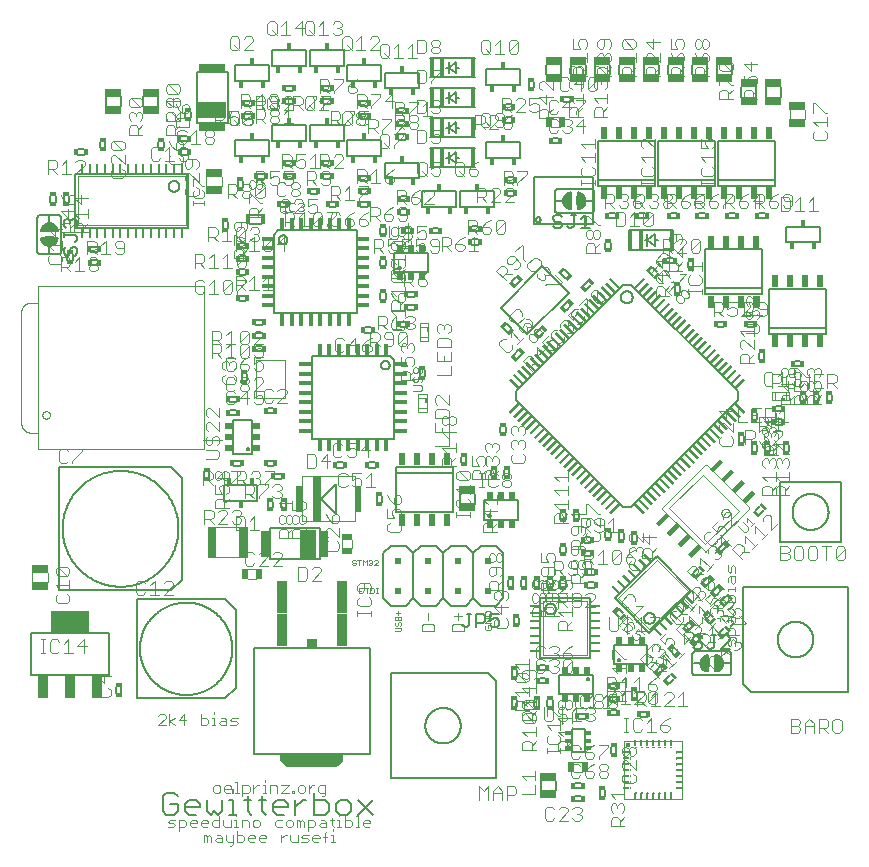
<source format=gbr>
G04 EAGLE Gerber RS-274X export*
G75*
%MOMM*%
%FSLAX34Y34*%
%LPD*%
%INSilkscreen Top*%
%IPPOS*%
%AMOC8*
5,1,8,0,0,1.08239X$1,22.5*%
G01*
%ADD10C,0.050800*%
%ADD11C,0.076200*%
%ADD12C,0.152400*%
%ADD13C,0.101600*%
%ADD14R,0.300000X0.599900*%
%ADD15R,0.599900X0.300000*%
%ADD16R,0.457200X0.584200*%
%ADD17R,0.406400X0.863600*%
%ADD18R,0.990600X0.457200*%
%ADD19R,0.457200X0.990600*%
%ADD20R,0.550000X2.200000*%
%ADD21R,0.635000X3.810000*%
%ADD22C,0.127000*%
%ADD23R,0.400000X0.225000*%
%ADD24R,0.250000X0.225000*%
%ADD25R,0.700000X2.500000*%
%ADD26C,0.100000*%
%ADD27C,0.203200*%
%ADD28R,0.650000X2.200000*%
%ADD29R,0.675000X2.450000*%
%ADD30R,1.400000X0.650000*%
%ADD31R,0.362500X1.800000*%
%ADD32R,0.362400X1.800000*%
%ADD33R,0.225000X0.400000*%
%ADD34R,0.225000X0.250000*%
%ADD35R,1.450100X0.750100*%
%ADD36R,1.100000X0.220000*%
%ADD37R,0.220000X1.100000*%
%ADD38R,0.490200X1.100100*%
%ADD39R,3.200400X1.854200*%
%ADD40R,0.863600X1.854200*%
%ADD41R,1.200000X0.400000*%
%ADD42R,0.500100X0.950000*%
%ADD43R,0.500000X0.650000*%
%ADD44R,0.650000X0.500000*%
%ADD45R,0.838200X0.203200*%
%ADD46R,0.203200X0.838200*%
%ADD47R,0.490000X1.100000*%
%ADD48R,0.950000X0.500100*%
%ADD49R,0.863600X0.762000*%
%ADD50R,0.900200X2.799800*%
%ADD51R,0.899900X2.800100*%
%ADD52R,2.200000X0.650000*%
%ADD53R,2.450000X0.675000*%
%ADD54C,0.120000*%
%ADD55C,0.381000*%
%ADD56R,0.515000X0.230000*%
%ADD57R,0.230000X0.515000*%
%ADD58C,0.300000*%
%ADD59R,0.500000X0.300000*%
%ADD60R,0.508000X0.508000*%

G36*
X310094Y104968D02*
X310094Y104968D01*
X310181Y104971D01*
X310234Y104988D01*
X310289Y104996D01*
X310368Y105031D01*
X310452Y105058D01*
X310491Y105086D01*
X310548Y105112D01*
X310661Y105208D01*
X310725Y105253D01*
X315297Y109825D01*
X315349Y109895D01*
X315409Y109959D01*
X315435Y110008D01*
X315468Y110052D01*
X315499Y110134D01*
X315539Y110212D01*
X315547Y110260D01*
X315569Y110318D01*
X315581Y110466D01*
X315594Y110543D01*
X315594Y114656D01*
X315586Y114714D01*
X315588Y114772D01*
X315566Y114854D01*
X315554Y114938D01*
X315531Y114991D01*
X315516Y115047D01*
X315473Y115120D01*
X315438Y115197D01*
X315400Y115242D01*
X315371Y115292D01*
X315309Y115350D01*
X315255Y115414D01*
X315206Y115446D01*
X315163Y115486D01*
X315088Y115525D01*
X315018Y115572D01*
X314962Y115589D01*
X314910Y115616D01*
X314842Y115627D01*
X314747Y115657D01*
X314647Y115660D01*
X314579Y115671D01*
X263271Y115671D01*
X263213Y115663D01*
X263155Y115665D01*
X263073Y115643D01*
X262990Y115631D01*
X262936Y115608D01*
X262880Y115593D01*
X262807Y115550D01*
X262730Y115515D01*
X262685Y115477D01*
X262635Y115448D01*
X262577Y115386D01*
X262513Y115332D01*
X262481Y115283D01*
X262441Y115240D01*
X262402Y115165D01*
X262356Y115095D01*
X262338Y115039D01*
X262311Y114987D01*
X262300Y114919D01*
X262270Y114824D01*
X262267Y114724D01*
X262256Y114656D01*
X262256Y110543D01*
X262268Y110456D01*
X262271Y110369D01*
X262288Y110316D01*
X262296Y110262D01*
X262331Y110182D01*
X262358Y110098D01*
X262386Y110059D01*
X262412Y110002D01*
X262508Y109889D01*
X262553Y109825D01*
X267125Y105253D01*
X267195Y105201D01*
X267259Y105141D01*
X267308Y105115D01*
X267352Y105082D01*
X267434Y105051D01*
X267512Y105011D01*
X267560Y105003D01*
X267618Y104981D01*
X267766Y104969D01*
X267843Y104956D01*
X310007Y104956D01*
X310094Y104968D01*
G37*
D10*
X359660Y219669D02*
X363473Y219669D01*
X364236Y220431D01*
X364236Y221957D01*
X363473Y222719D01*
X359660Y222719D01*
X359660Y226634D02*
X360423Y227397D01*
X359660Y226634D02*
X359660Y225109D01*
X360423Y224346D01*
X361185Y224346D01*
X361948Y225109D01*
X361948Y226634D01*
X362711Y227397D01*
X363473Y227397D01*
X364236Y226634D01*
X364236Y225109D01*
X363473Y224346D01*
X364236Y229024D02*
X359660Y229024D01*
X359660Y231312D01*
X360423Y232074D01*
X361185Y232074D01*
X361948Y231312D01*
X362711Y232074D01*
X363473Y232074D01*
X364236Y231312D01*
X364236Y229024D01*
X361948Y229024D02*
X361948Y231312D01*
X361948Y233701D02*
X361948Y236752D01*
X360423Y235227D02*
X363473Y235227D01*
D11*
X382643Y219796D02*
X392049Y219796D01*
X392049Y224499D01*
X390481Y226066D01*
X384211Y226066D01*
X382643Y224499D01*
X382643Y219796D01*
X387346Y229151D02*
X387346Y235422D01*
X408043Y219796D02*
X417449Y219796D01*
X417449Y224499D01*
X415881Y226066D01*
X409611Y226066D01*
X408043Y224499D01*
X408043Y219796D01*
X412746Y229151D02*
X412746Y235422D01*
X409611Y232286D02*
X415881Y232286D01*
D10*
X435224Y223762D02*
X436199Y224736D01*
X435224Y223762D02*
X435224Y221813D01*
X436199Y220838D01*
X440097Y220838D01*
X441071Y221813D01*
X441071Y223762D01*
X440097Y224736D01*
X438148Y224736D01*
X438148Y222787D01*
X441071Y226685D02*
X435224Y226685D01*
X441071Y230583D01*
X435224Y230583D01*
X435224Y232532D02*
X441071Y232532D01*
X441071Y235455D01*
X440097Y236430D01*
X436199Y236430D01*
X435224Y235455D01*
X435224Y232532D01*
D12*
X175311Y79939D02*
X172175Y83074D01*
X165905Y83074D01*
X162769Y79939D01*
X162769Y67397D01*
X165905Y64262D01*
X172175Y64262D01*
X175311Y67397D01*
X175311Y73668D01*
X169040Y73668D01*
X184615Y64262D02*
X190886Y64262D01*
X184615Y64262D02*
X181480Y67397D01*
X181480Y73668D01*
X184615Y76803D01*
X190886Y76803D01*
X194021Y73668D01*
X194021Y70533D01*
X181480Y70533D01*
X200190Y67397D02*
X200190Y76803D01*
X200190Y67397D02*
X203325Y64262D01*
X206461Y67397D01*
X209596Y64262D01*
X212731Y67397D01*
X212731Y76803D01*
X218900Y76803D02*
X222036Y76803D01*
X222036Y64262D01*
X225171Y64262D02*
X218900Y64262D01*
X222036Y83074D02*
X222036Y86209D01*
X234509Y79939D02*
X234509Y67397D01*
X237645Y64262D01*
X237645Y76803D02*
X231374Y76803D01*
X246983Y79939D02*
X246983Y67397D01*
X250118Y64262D01*
X250118Y76803D02*
X243848Y76803D01*
X259457Y64262D02*
X265727Y64262D01*
X259457Y64262D02*
X256321Y67397D01*
X256321Y73668D01*
X259457Y76803D01*
X265727Y76803D01*
X268863Y73668D01*
X268863Y70533D01*
X256321Y70533D01*
X275032Y64262D02*
X275032Y76803D01*
X275032Y70533D02*
X281302Y76803D01*
X284438Y76803D01*
X290624Y83074D02*
X290624Y64262D01*
X300030Y64262D01*
X303165Y67397D01*
X303165Y73668D01*
X300030Y76803D01*
X290624Y76803D01*
X312469Y64262D02*
X318740Y64262D01*
X321875Y67397D01*
X321875Y73668D01*
X318740Y76803D01*
X312469Y76803D01*
X309334Y73668D01*
X309334Y67397D01*
X312469Y64262D01*
X328044Y76803D02*
X340586Y64262D01*
X340586Y76803D02*
X328044Y64262D01*
D11*
X209969Y82931D02*
X206834Y82931D01*
X209969Y82931D02*
X211537Y84499D01*
X211537Y87634D01*
X209969Y89202D01*
X206834Y89202D01*
X205266Y87634D01*
X205266Y84499D01*
X206834Y82931D01*
X216189Y82931D02*
X219324Y82931D01*
X216189Y82931D02*
X214621Y84499D01*
X214621Y87634D01*
X216189Y89202D01*
X219324Y89202D01*
X220892Y87634D01*
X220892Y86066D01*
X214621Y86066D01*
X223977Y92337D02*
X225544Y92337D01*
X225544Y82931D01*
X223977Y82931D02*
X227112Y82931D01*
X230213Y79796D02*
X230213Y89202D01*
X234916Y89202D01*
X236484Y87634D01*
X236484Y84499D01*
X234916Y82931D01*
X230213Y82931D01*
X239569Y82931D02*
X239569Y89202D01*
X242704Y89202D02*
X239569Y86066D01*
X242704Y89202D02*
X244272Y89202D01*
X247365Y89202D02*
X248932Y89202D01*
X248932Y82931D01*
X247365Y82931D02*
X250500Y82931D01*
X248932Y92337D02*
X248932Y93905D01*
X253601Y89202D02*
X253601Y82931D01*
X253601Y89202D02*
X258304Y89202D01*
X259872Y87634D01*
X259872Y82931D01*
X262957Y89202D02*
X269227Y89202D01*
X262957Y82931D01*
X269227Y82931D01*
X272312Y82931D02*
X272312Y84499D01*
X273879Y84499D01*
X273879Y82931D01*
X272312Y82931D01*
X278557Y82931D02*
X281692Y82931D01*
X283260Y84499D01*
X283260Y87634D01*
X281692Y89202D01*
X278557Y89202D01*
X276989Y87634D01*
X276989Y84499D01*
X278557Y82931D01*
X286345Y82931D02*
X286345Y89202D01*
X289480Y89202D02*
X286345Y86066D01*
X289480Y89202D02*
X291048Y89202D01*
X297276Y79796D02*
X298843Y79796D01*
X300411Y81363D01*
X300411Y89202D01*
X295708Y89202D01*
X294140Y87634D01*
X294140Y84499D01*
X295708Y82931D01*
X300411Y82931D01*
X171769Y53721D02*
X167066Y53721D01*
X171769Y53721D02*
X173337Y55289D01*
X171769Y56856D01*
X168634Y56856D01*
X167066Y58424D01*
X168634Y59992D01*
X173337Y59992D01*
X176421Y59992D02*
X176421Y50586D01*
X176421Y59992D02*
X181124Y59992D01*
X182692Y58424D01*
X182692Y55289D01*
X181124Y53721D01*
X176421Y53721D01*
X187344Y53721D02*
X190479Y53721D01*
X187344Y53721D02*
X185776Y55289D01*
X185776Y58424D01*
X187344Y59992D01*
X190479Y59992D01*
X192047Y58424D01*
X192047Y56856D01*
X185776Y56856D01*
X196699Y53721D02*
X199834Y53721D01*
X196699Y53721D02*
X195131Y55289D01*
X195131Y58424D01*
X196699Y59992D01*
X199834Y59992D01*
X201402Y58424D01*
X201402Y56856D01*
X195131Y56856D01*
X210757Y53721D02*
X210757Y63127D01*
X210757Y53721D02*
X206054Y53721D01*
X204487Y55289D01*
X204487Y58424D01*
X206054Y59992D01*
X210757Y59992D01*
X213842Y59992D02*
X213842Y55289D01*
X215409Y53721D01*
X220112Y53721D01*
X220112Y59992D01*
X223197Y59992D02*
X224765Y59992D01*
X224765Y53721D01*
X226332Y53721D02*
X223197Y53721D01*
X224765Y63127D02*
X224765Y64695D01*
X229434Y59992D02*
X229434Y53721D01*
X229434Y59992D02*
X234137Y59992D01*
X235704Y58424D01*
X235704Y53721D01*
X240357Y53721D02*
X243492Y53721D01*
X245060Y55289D01*
X245060Y58424D01*
X243492Y59992D01*
X240357Y59992D01*
X238789Y58424D01*
X238789Y55289D01*
X240357Y53721D01*
X259067Y59992D02*
X263770Y59992D01*
X259067Y59992D02*
X257499Y58424D01*
X257499Y55289D01*
X259067Y53721D01*
X263770Y53721D01*
X268422Y53721D02*
X271558Y53721D01*
X273125Y55289D01*
X273125Y58424D01*
X271558Y59992D01*
X268422Y59992D01*
X266855Y58424D01*
X266855Y55289D01*
X268422Y53721D01*
X276210Y53721D02*
X276210Y59992D01*
X277777Y59992D01*
X279345Y58424D01*
X279345Y53721D01*
X279345Y58424D02*
X280913Y59992D01*
X282480Y58424D01*
X282480Y53721D01*
X285565Y50586D02*
X285565Y59992D01*
X290268Y59992D01*
X291836Y58424D01*
X291836Y55289D01*
X290268Y53721D01*
X285565Y53721D01*
X296488Y59992D02*
X299623Y59992D01*
X301191Y58424D01*
X301191Y53721D01*
X296488Y53721D01*
X294920Y55289D01*
X296488Y56856D01*
X301191Y56856D01*
X305843Y55289D02*
X305843Y61559D01*
X305843Y55289D02*
X307411Y53721D01*
X307411Y59992D02*
X304275Y59992D01*
X310512Y59992D02*
X312080Y59992D01*
X312080Y53721D01*
X313647Y53721D02*
X310512Y53721D01*
X312080Y63127D02*
X312080Y64695D01*
X316749Y63127D02*
X316749Y53721D01*
X321452Y53721D01*
X323020Y55289D01*
X323020Y58424D01*
X321452Y59992D01*
X316749Y59992D01*
X326104Y63127D02*
X327672Y63127D01*
X327672Y53721D01*
X329239Y53721D02*
X326104Y53721D01*
X333908Y53721D02*
X337044Y53721D01*
X333908Y53721D02*
X332341Y55289D01*
X332341Y58424D01*
X333908Y59992D01*
X337044Y59992D01*
X338611Y58424D01*
X338611Y56856D01*
X332341Y56856D01*
D13*
X430642Y76708D02*
X430642Y88402D01*
X434540Y84504D01*
X438438Y88402D01*
X438438Y76708D01*
X442336Y76708D02*
X442336Y84504D01*
X446234Y88402D01*
X450132Y84504D01*
X450132Y76708D01*
X450132Y82555D02*
X442336Y82555D01*
X454030Y76708D02*
X454030Y88402D01*
X459877Y88402D01*
X461826Y86453D01*
X461826Y82555D01*
X459877Y80606D01*
X454030Y80606D01*
X694670Y133858D02*
X694670Y145552D01*
X700517Y145552D01*
X702466Y143603D01*
X702466Y141654D01*
X700517Y139705D01*
X702466Y137756D01*
X702466Y135807D01*
X700517Y133858D01*
X694670Y133858D01*
X694670Y139705D02*
X700517Y139705D01*
X706364Y141654D02*
X706364Y133858D01*
X706364Y141654D02*
X710262Y145552D01*
X714160Y141654D01*
X714160Y133858D01*
X714160Y139705D02*
X706364Y139705D01*
X718058Y133858D02*
X718058Y145552D01*
X723905Y145552D01*
X725854Y143603D01*
X725854Y139705D01*
X723905Y137756D01*
X718058Y137756D01*
X721956Y137756D02*
X725854Y133858D01*
X731701Y145552D02*
X735599Y145552D01*
X731701Y145552D02*
X729752Y143603D01*
X729752Y135807D01*
X731701Y133858D01*
X735599Y133858D01*
X737548Y135807D01*
X737548Y143603D01*
X735599Y145552D01*
X678638Y425958D02*
X678638Y437652D01*
X684485Y437652D01*
X686434Y435703D01*
X686434Y431805D01*
X684485Y429856D01*
X678638Y429856D01*
X692281Y437652D02*
X696179Y437652D01*
X692281Y437652D02*
X690332Y435703D01*
X690332Y427907D01*
X692281Y425958D01*
X696179Y425958D01*
X698128Y427907D01*
X698128Y435703D01*
X696179Y437652D01*
X702026Y437652D02*
X702026Y425958D01*
X705924Y429856D01*
X709822Y425958D01*
X709822Y437652D01*
X713720Y437652D02*
X721516Y437652D01*
X713720Y437652D02*
X713720Y425958D01*
X721516Y425958D01*
X717618Y431805D02*
X713720Y431805D01*
X725414Y425958D02*
X725414Y437652D01*
X731261Y437652D01*
X733210Y435703D01*
X733210Y431805D01*
X731261Y429856D01*
X725414Y429856D01*
X729312Y429856D02*
X733210Y425958D01*
D11*
X647319Y211459D02*
X647319Y206756D01*
X647319Y211459D02*
X645751Y213027D01*
X644184Y211459D01*
X644184Y208324D01*
X642616Y206756D01*
X641048Y208324D01*
X641048Y213027D01*
X641048Y216111D02*
X650454Y216111D01*
X641048Y216111D02*
X641048Y220814D01*
X642616Y222382D01*
X645751Y222382D01*
X647319Y220814D01*
X647319Y216111D01*
X641048Y227034D02*
X641048Y230169D01*
X642616Y231737D01*
X647319Y231737D01*
X647319Y227034D01*
X645751Y225466D01*
X644184Y227034D01*
X644184Y231737D01*
X647319Y244177D02*
X637913Y244177D01*
X647319Y244177D02*
X647319Y248880D01*
X645751Y250447D01*
X642616Y250447D01*
X641048Y248880D01*
X641048Y244177D01*
X641048Y253532D02*
X641048Y255100D01*
X647319Y255100D01*
X647319Y256667D02*
X647319Y253532D01*
X637913Y255100D02*
X636345Y255100D01*
X641048Y261336D02*
X641048Y264472D01*
X642616Y266039D01*
X647319Y266039D01*
X647319Y261336D01*
X645751Y259769D01*
X644184Y261336D01*
X644184Y266039D01*
X647319Y269124D02*
X647319Y273827D01*
X645751Y275395D01*
X644184Y273827D01*
X644184Y270692D01*
X642616Y269124D01*
X641048Y270692D01*
X641048Y275395D01*
D13*
X685648Y279908D02*
X685648Y291602D01*
X691495Y291602D01*
X693444Y289653D01*
X693444Y287704D01*
X691495Y285755D01*
X693444Y283806D01*
X693444Y281857D01*
X691495Y279908D01*
X685648Y279908D01*
X685648Y285755D02*
X691495Y285755D01*
X699291Y291602D02*
X703189Y291602D01*
X699291Y291602D02*
X697342Y289653D01*
X697342Y281857D01*
X699291Y279908D01*
X703189Y279908D01*
X705138Y281857D01*
X705138Y289653D01*
X703189Y291602D01*
X710985Y291602D02*
X714883Y291602D01*
X710985Y291602D02*
X709036Y289653D01*
X709036Y281857D01*
X710985Y279908D01*
X714883Y279908D01*
X716832Y281857D01*
X716832Y289653D01*
X714883Y291602D01*
X724628Y291602D02*
X724628Y279908D01*
X720730Y291602D02*
X728526Y291602D01*
X732424Y289653D02*
X732424Y281857D01*
X732424Y289653D02*
X734373Y291602D01*
X738271Y291602D01*
X740220Y289653D01*
X740220Y281857D01*
X738271Y279908D01*
X734373Y279908D01*
X732424Y281857D01*
X740220Y289653D01*
D11*
X165245Y140081D02*
X158974Y140081D01*
X165245Y146352D01*
X165245Y147919D01*
X163677Y149487D01*
X160542Y149487D01*
X158974Y147919D01*
X168329Y149487D02*
X168329Y140081D01*
X168329Y143216D02*
X173032Y140081D01*
X168329Y143216D02*
X173032Y146352D01*
X180828Y149487D02*
X180828Y140081D01*
X176125Y144784D02*
X180828Y149487D01*
X182396Y144784D02*
X176125Y144784D01*
X194836Y149487D02*
X194836Y140081D01*
X199539Y140081D01*
X201106Y141649D01*
X201106Y144784D01*
X199539Y146352D01*
X194836Y146352D01*
X204191Y146352D02*
X205758Y146352D01*
X205758Y140081D01*
X204191Y140081D02*
X207326Y140081D01*
X205758Y149487D02*
X205758Y151055D01*
X211995Y146352D02*
X215131Y146352D01*
X216698Y144784D01*
X216698Y140081D01*
X211995Y140081D01*
X210428Y141649D01*
X211995Y143216D01*
X216698Y143216D01*
X219783Y140081D02*
X224486Y140081D01*
X226053Y141649D01*
X224486Y143216D01*
X221350Y143216D01*
X219783Y144784D01*
X221350Y146352D01*
X226053Y146352D01*
X197470Y47292D02*
X197470Y41021D01*
X197470Y47292D02*
X199038Y47292D01*
X200606Y45724D01*
X200606Y41021D01*
X200606Y45724D02*
X202173Y47292D01*
X203741Y45724D01*
X203741Y41021D01*
X208393Y47292D02*
X211528Y47292D01*
X213096Y45724D01*
X213096Y41021D01*
X208393Y41021D01*
X206825Y42589D01*
X208393Y44156D01*
X213096Y44156D01*
X216181Y42589D02*
X216181Y47292D01*
X216181Y42589D02*
X217748Y41021D01*
X222451Y41021D01*
X222451Y39453D02*
X222451Y47292D01*
X222451Y39453D02*
X220884Y37886D01*
X219316Y37886D01*
X225536Y41021D02*
X225536Y50427D01*
X225536Y41021D02*
X230239Y41021D01*
X231806Y42589D01*
X231806Y45724D01*
X230239Y47292D01*
X225536Y47292D01*
X236459Y41021D02*
X239594Y41021D01*
X236459Y41021D02*
X234891Y42589D01*
X234891Y45724D01*
X236459Y47292D01*
X239594Y47292D01*
X241162Y45724D01*
X241162Y44156D01*
X234891Y44156D01*
X245814Y41021D02*
X248949Y41021D01*
X245814Y41021D02*
X244246Y42589D01*
X244246Y45724D01*
X245814Y47292D01*
X248949Y47292D01*
X250517Y45724D01*
X250517Y44156D01*
X244246Y44156D01*
X262957Y41021D02*
X262957Y47292D01*
X266092Y47292D02*
X262957Y44156D01*
X266092Y47292D02*
X267660Y47292D01*
X270753Y47292D02*
X270753Y42589D01*
X272320Y41021D01*
X277023Y41021D01*
X277023Y47292D01*
X280108Y41021D02*
X284811Y41021D01*
X286378Y42589D01*
X284811Y44156D01*
X281675Y44156D01*
X280108Y45724D01*
X281675Y47292D01*
X286378Y47292D01*
X291031Y41021D02*
X294166Y41021D01*
X291031Y41021D02*
X289463Y42589D01*
X289463Y45724D01*
X291031Y47292D01*
X294166Y47292D01*
X295734Y45724D01*
X295734Y44156D01*
X289463Y44156D01*
X300386Y41021D02*
X300386Y48859D01*
X301953Y50427D01*
X301953Y45724D02*
X298818Y45724D01*
X305055Y47292D02*
X306623Y47292D01*
X306623Y41021D01*
X308190Y41021D02*
X305055Y41021D01*
X306623Y50427D02*
X306623Y51995D01*
D10*
X325992Y279340D02*
X325229Y280102D01*
X323704Y280102D01*
X322941Y279340D01*
X322941Y278577D01*
X323704Y277814D01*
X325229Y277814D01*
X325992Y277052D01*
X325992Y276289D01*
X325229Y275527D01*
X323704Y275527D01*
X322941Y276289D01*
X329144Y275527D02*
X329144Y280102D01*
X327619Y280102D02*
X330669Y280102D01*
X332296Y280102D02*
X332296Y275527D01*
X333822Y278577D02*
X332296Y280102D01*
X333822Y278577D02*
X335347Y280102D01*
X335347Y275527D01*
X336974Y279340D02*
X337736Y280102D01*
X339262Y280102D01*
X340024Y279340D01*
X340024Y278577D01*
X339262Y277814D01*
X338499Y277814D01*
X339262Y277814D02*
X340024Y277052D01*
X340024Y276289D01*
X339262Y275527D01*
X337736Y275527D01*
X336974Y276289D01*
X341651Y275527D02*
X344702Y275527D01*
X344702Y278577D02*
X341651Y275527D01*
X344702Y278577D02*
X344702Y279340D01*
X343939Y280102D01*
X342414Y280102D01*
X341651Y279340D01*
X329178Y256290D02*
X329178Y251714D01*
X329178Y256290D02*
X332228Y256290D01*
X330703Y254002D02*
X329178Y254002D01*
X335381Y251714D02*
X335381Y256290D01*
X336906Y256290D02*
X333855Y256290D01*
X338533Y256290D02*
X338533Y251714D01*
X340821Y251714D01*
X341584Y252477D01*
X341584Y255527D01*
X340821Y256290D01*
X338533Y256290D01*
X343211Y251714D02*
X344736Y251714D01*
X343973Y251714D02*
X343973Y256290D01*
X343211Y256290D02*
X344736Y256290D01*
D12*
X232638Y521635D02*
X227738Y521635D01*
X227738Y526115D02*
X232638Y526115D01*
D14*
X234228Y523924D03*
X226100Y523924D03*
D13*
X198066Y515078D02*
X196117Y517027D01*
X192219Y517027D01*
X190270Y515078D01*
X190270Y507282D01*
X192219Y505333D01*
X196117Y505333D01*
X198066Y507282D01*
X201964Y513129D02*
X205861Y517027D01*
X205861Y505333D01*
X201964Y505333D02*
X209759Y505333D01*
X213657Y507282D02*
X213657Y515078D01*
X215606Y517027D01*
X219504Y517027D01*
X221453Y515078D01*
X221453Y507282D01*
X219504Y505333D01*
X215606Y505333D01*
X213657Y507282D01*
X221453Y515078D01*
X225351Y517027D02*
X233147Y517027D01*
X233147Y515078D01*
X225351Y507282D01*
X225351Y505333D01*
D12*
X351490Y505688D02*
X351490Y500788D01*
X347010Y500788D02*
X347010Y505688D01*
D15*
X349202Y507278D03*
X349202Y499150D03*
D13*
X358047Y482810D02*
X356098Y480861D01*
X356098Y476963D01*
X358047Y475014D01*
X365843Y475014D01*
X367792Y476963D01*
X367792Y480861D01*
X365843Y482810D01*
X359996Y486708D02*
X356098Y490605D01*
X367792Y490605D01*
X367792Y486708D02*
X367792Y494503D01*
X358047Y502299D02*
X356098Y506197D01*
X358047Y502299D02*
X361945Y498401D01*
X365843Y498401D01*
X367792Y500350D01*
X367792Y504248D01*
X365843Y506197D01*
X363894Y506197D01*
X361945Y504248D01*
X361945Y498401D01*
D12*
X292963Y589898D02*
X288063Y589898D01*
X288063Y594378D02*
X292963Y594378D01*
D14*
X294553Y592186D03*
X286425Y592186D03*
D13*
X270085Y583340D02*
X268136Y585289D01*
X264238Y585289D01*
X262289Y583340D01*
X262289Y575544D01*
X264238Y573596D01*
X268136Y573596D01*
X270085Y575544D01*
X273983Y573596D02*
X281778Y573596D01*
X273983Y573596D02*
X281778Y581391D01*
X281778Y583340D01*
X279829Y585289D01*
X275931Y585289D01*
X273983Y583340D01*
X285676Y585289D02*
X293472Y585289D01*
X285676Y585289D02*
X285676Y579442D01*
X289574Y581391D01*
X291523Y581391D01*
X293472Y579442D01*
X293472Y575544D01*
X291523Y573596D01*
X287625Y573596D01*
X285676Y575544D01*
D12*
X246925Y456548D02*
X242025Y456548D01*
X242025Y461028D02*
X246925Y461028D01*
D14*
X248515Y458836D03*
X240387Y458836D03*
D13*
X224047Y449990D02*
X222098Y451939D01*
X218200Y451939D01*
X216251Y449990D01*
X216251Y442194D01*
X218200Y440246D01*
X222098Y440246D01*
X224047Y442194D01*
X231843Y449990D02*
X235741Y451939D01*
X231843Y449990D02*
X227945Y446092D01*
X227945Y442194D01*
X229894Y440246D01*
X233792Y440246D01*
X235741Y442194D01*
X235741Y444143D01*
X233792Y446092D01*
X227945Y446092D01*
X239639Y451939D02*
X247435Y451939D01*
X239639Y451939D02*
X239639Y446092D01*
X243537Y448041D01*
X245486Y448041D01*
X247435Y446092D01*
X247435Y442194D01*
X245486Y440246D01*
X241588Y440246D01*
X239639Y442194D01*
D12*
X330925Y578785D02*
X335825Y578785D01*
X335825Y583265D02*
X330925Y583265D01*
D14*
X337415Y581074D03*
X329287Y581074D03*
D13*
X312947Y572228D02*
X310998Y574177D01*
X307100Y574177D01*
X305151Y572228D01*
X305151Y564432D01*
X307100Y562483D01*
X310998Y562483D01*
X312947Y564432D01*
X320743Y572228D02*
X324641Y574177D01*
X320743Y572228D02*
X316845Y568330D01*
X316845Y564432D01*
X318794Y562483D01*
X322692Y562483D01*
X324641Y564432D01*
X324641Y566381D01*
X322692Y568330D01*
X316845Y568330D01*
X332437Y572228D02*
X336335Y574177D01*
X332437Y572228D02*
X328539Y568330D01*
X328539Y564432D01*
X330488Y562483D01*
X334386Y562483D01*
X336335Y564432D01*
X336335Y566381D01*
X334386Y568330D01*
X328539Y568330D01*
D12*
X214380Y343150D02*
X214380Y329950D01*
X214380Y343150D02*
X242820Y343150D01*
X242820Y329950D01*
X214380Y329950D01*
D16*
X228600Y326517D03*
X219202Y346583D03*
X237998Y346583D03*
D13*
X224770Y317002D02*
X224770Y305308D01*
X230617Y305308D01*
X232566Y307257D01*
X232566Y315053D01*
X230617Y317002D01*
X224770Y317002D01*
X236464Y313104D02*
X240362Y317002D01*
X240362Y305308D01*
X236464Y305308D02*
X244260Y305308D01*
D12*
X242025Y478773D02*
X246925Y478773D01*
X246925Y483253D02*
X242025Y483253D01*
D14*
X248515Y481061D03*
X240387Y481061D03*
D13*
X204557Y474164D02*
X204557Y462471D01*
X204557Y474164D02*
X210404Y474164D01*
X212353Y472215D01*
X212353Y468317D01*
X210404Y466368D01*
X204557Y466368D01*
X208455Y466368D02*
X212353Y462471D01*
X216251Y470266D02*
X220149Y474164D01*
X220149Y462471D01*
X216251Y462471D02*
X224047Y462471D01*
X227945Y464419D02*
X227945Y472215D01*
X229894Y474164D01*
X233792Y474164D01*
X235741Y472215D01*
X235741Y464419D01*
X233792Y462471D01*
X229894Y462471D01*
X227945Y464419D01*
X235741Y472215D01*
X239639Y462471D02*
X247435Y462471D01*
X247435Y470266D02*
X239639Y462471D01*
X247435Y470266D02*
X247435Y472215D01*
X245486Y474164D01*
X241588Y474164D01*
X239639Y472215D01*
D12*
X236980Y571885D02*
X245620Y571885D01*
X245620Y564765D02*
X236980Y564765D01*
D17*
X234950Y568325D03*
X247650Y568325D03*
D13*
X201382Y561477D02*
X201382Y549783D01*
X201382Y561477D02*
X207229Y561477D01*
X209178Y559528D01*
X209178Y555630D01*
X207229Y553681D01*
X201382Y553681D01*
X205280Y553681D02*
X209178Y549783D01*
X213076Y557579D02*
X216974Y561477D01*
X216974Y549783D01*
X213076Y549783D02*
X220872Y549783D01*
X224770Y551732D02*
X224770Y559528D01*
X226719Y561477D01*
X230617Y561477D01*
X232566Y559528D01*
X232566Y551732D01*
X230617Y549783D01*
X226719Y549783D01*
X224770Y551732D01*
X232566Y559528D01*
X236464Y559528D02*
X238413Y561477D01*
X242311Y561477D01*
X244260Y559528D01*
X244260Y557579D01*
X242311Y555630D01*
X240362Y555630D01*
X242311Y555630D02*
X244260Y553681D01*
X244260Y551732D01*
X242311Y549783D01*
X238413Y549783D01*
X236464Y551732D01*
D12*
X232638Y537228D02*
X227738Y537228D01*
X227738Y532748D02*
X232638Y532748D01*
D14*
X226148Y534939D03*
X234276Y534939D03*
D13*
X224346Y541846D02*
X224346Y553539D01*
X230192Y553539D01*
X232141Y551590D01*
X232141Y547692D01*
X230192Y545743D01*
X224346Y545743D01*
X228243Y545743D02*
X232141Y541846D01*
X236039Y549641D02*
X239937Y553539D01*
X239937Y541846D01*
X236039Y541846D02*
X243835Y541846D01*
X247733Y543794D02*
X247733Y551590D01*
X249682Y553539D01*
X253580Y553539D01*
X255529Y551590D01*
X255529Y543794D01*
X253580Y541846D01*
X249682Y541846D01*
X247733Y543794D01*
X255529Y551590D01*
X265274Y553539D02*
X265274Y541846D01*
X259427Y547692D02*
X265274Y553539D01*
X267223Y547692D02*
X259427Y547692D01*
D12*
X246925Y467660D02*
X242025Y467660D01*
X242025Y472140D02*
X246925Y472140D01*
D14*
X248515Y469949D03*
X240387Y469949D03*
D13*
X204557Y463052D02*
X204557Y451358D01*
X204557Y463052D02*
X210404Y463052D01*
X212353Y461103D01*
X212353Y457205D01*
X210404Y455256D01*
X204557Y455256D01*
X208455Y455256D02*
X212353Y451358D01*
X216251Y459154D02*
X220149Y463052D01*
X220149Y451358D01*
X216251Y451358D02*
X224047Y451358D01*
X227945Y453307D02*
X227945Y461103D01*
X229894Y463052D01*
X233792Y463052D01*
X235741Y461103D01*
X235741Y453307D01*
X233792Y451358D01*
X229894Y451358D01*
X227945Y453307D01*
X235741Y461103D01*
X239639Y463052D02*
X247435Y463052D01*
X239639Y463052D02*
X239639Y457205D01*
X243537Y459154D01*
X245486Y459154D01*
X247435Y457205D01*
X247435Y453307D01*
X245486Y451358D01*
X241588Y451358D01*
X239639Y453307D01*
D12*
X303938Y578785D02*
X308838Y578785D01*
X308838Y583265D02*
X303938Y583265D01*
D14*
X310428Y581074D03*
X302300Y581074D03*
D13*
X266470Y574177D02*
X266470Y562483D01*
X266470Y574177D02*
X272317Y574177D01*
X274266Y572228D01*
X274266Y568330D01*
X272317Y566381D01*
X266470Y566381D01*
X270368Y566381D02*
X274266Y562483D01*
X278164Y570279D02*
X282061Y574177D01*
X282061Y562483D01*
X278164Y562483D02*
X285959Y562483D01*
X289857Y564432D02*
X289857Y572228D01*
X291806Y574177D01*
X295704Y574177D01*
X297653Y572228D01*
X297653Y564432D01*
X295704Y562483D01*
X291806Y562483D01*
X289857Y564432D01*
X297653Y572228D01*
X301551Y574177D02*
X309347Y574177D01*
X309347Y572228D01*
X301551Y564432D01*
X301551Y562483D01*
D12*
X351490Y561250D02*
X351490Y556350D01*
X347010Y556350D02*
X347010Y561250D01*
D15*
X349202Y562840D03*
X349202Y554712D03*
D13*
X356098Y518882D02*
X367792Y518882D01*
X356098Y518882D02*
X356098Y524729D01*
X358047Y526678D01*
X361945Y526678D01*
X363894Y524729D01*
X363894Y518882D01*
X363894Y522780D02*
X367792Y526678D01*
X359996Y530576D02*
X356098Y534474D01*
X367792Y534474D01*
X367792Y530576D02*
X367792Y538372D01*
X365843Y542270D02*
X358047Y542270D01*
X356098Y544219D01*
X356098Y548117D01*
X358047Y550066D01*
X365843Y550066D01*
X367792Y548117D01*
X367792Y544219D01*
X365843Y542270D01*
X358047Y550066D01*
X358047Y553964D02*
X356098Y555913D01*
X356098Y559811D01*
X358047Y561760D01*
X359996Y561760D01*
X361945Y559811D01*
X363894Y561760D01*
X365843Y561760D01*
X367792Y559811D01*
X367792Y555913D01*
X365843Y553964D01*
X363894Y553964D01*
X361945Y555913D01*
X359996Y553964D01*
X358047Y553964D01*
X361945Y555913D02*
X361945Y559811D01*
D12*
X351490Y534263D02*
X351490Y529363D01*
X347010Y529363D02*
X347010Y534263D01*
D15*
X349202Y535853D03*
X349202Y527725D03*
D13*
X356098Y491895D02*
X367792Y491895D01*
X356098Y491895D02*
X356098Y497742D01*
X358047Y499691D01*
X361945Y499691D01*
X363894Y497742D01*
X363894Y491895D01*
X363894Y495793D02*
X367792Y499691D01*
X359996Y503589D02*
X356098Y507486D01*
X367792Y507486D01*
X367792Y503589D02*
X367792Y511384D01*
X365843Y515282D02*
X358047Y515282D01*
X356098Y517231D01*
X356098Y521129D01*
X358047Y523078D01*
X365843Y523078D01*
X367792Y521129D01*
X367792Y517231D01*
X365843Y515282D01*
X358047Y523078D01*
X365843Y526976D02*
X367792Y528925D01*
X367792Y532823D01*
X365843Y534772D01*
X358047Y534772D01*
X356098Y532823D01*
X356098Y528925D01*
X358047Y526976D01*
X359996Y526976D01*
X361945Y528925D01*
X361945Y534772D01*
D12*
X232638Y543860D02*
X227738Y543860D01*
X227738Y548340D02*
X232638Y548340D01*
D14*
X234228Y546149D03*
X226100Y546149D03*
D13*
X190270Y539252D02*
X190270Y527558D01*
X190270Y539252D02*
X196117Y539252D01*
X198066Y537303D01*
X198066Y533405D01*
X196117Y531456D01*
X190270Y531456D01*
X194168Y531456D02*
X198066Y527558D01*
X201964Y535354D02*
X205861Y539252D01*
X205861Y527558D01*
X201964Y527558D02*
X209759Y527558D01*
X213657Y535354D02*
X217555Y539252D01*
X217555Y527558D01*
X213657Y527558D02*
X221453Y527558D01*
X225351Y529507D02*
X225351Y537303D01*
X227300Y539252D01*
X231198Y539252D01*
X233147Y537303D01*
X233147Y529507D01*
X231198Y527558D01*
X227300Y527558D01*
X225351Y529507D01*
X233147Y537303D01*
D12*
X257900Y348598D02*
X262800Y348598D01*
X262800Y353078D02*
X257900Y353078D01*
D14*
X264390Y350886D03*
X256262Y350886D03*
D13*
X232126Y343989D02*
X232126Y332296D01*
X232126Y343989D02*
X237973Y343989D01*
X239922Y342040D01*
X239922Y338142D01*
X237973Y336193D01*
X232126Y336193D01*
X236024Y336193D02*
X239922Y332296D01*
X243820Y343989D02*
X251616Y343989D01*
X251616Y342040D01*
X243820Y334244D01*
X243820Y332296D01*
X255514Y342040D02*
X257463Y343989D01*
X261361Y343989D01*
X263310Y342040D01*
X263310Y340091D01*
X261361Y338142D01*
X259412Y338142D01*
X261361Y338142D02*
X263310Y336193D01*
X263310Y334244D01*
X261361Y332296D01*
X257463Y332296D01*
X255514Y334244D01*
D12*
X230840Y596038D02*
X230840Y600938D01*
X226360Y600938D02*
X226360Y596038D01*
D15*
X228552Y602528D03*
X228552Y594400D03*
D13*
X235448Y570264D02*
X247142Y570264D01*
X235448Y570264D02*
X235448Y576111D01*
X237397Y578060D01*
X241295Y578060D01*
X243244Y576111D01*
X243244Y570264D01*
X243244Y574162D02*
X247142Y578060D01*
X235448Y581958D02*
X235448Y589753D01*
X237397Y589753D01*
X245193Y581958D01*
X247142Y581958D01*
X237397Y593651D02*
X235448Y595600D01*
X235448Y599498D01*
X237397Y601447D01*
X239346Y601447D01*
X241295Y599498D01*
X243244Y601447D01*
X245193Y601447D01*
X247142Y599498D01*
X247142Y595600D01*
X245193Y593651D01*
X243244Y593651D01*
X241295Y595600D01*
X239346Y593651D01*
X237397Y593651D01*
X241295Y595600D02*
X241295Y599498D01*
D12*
X218140Y566013D02*
X218140Y561113D01*
X213660Y561113D02*
X213660Y566013D01*
D15*
X215852Y567603D03*
X215852Y559475D03*
D13*
X222748Y535339D02*
X234442Y535339D01*
X222748Y535339D02*
X222748Y541186D01*
X224697Y543135D01*
X228595Y543135D01*
X230544Y541186D01*
X230544Y535339D01*
X230544Y539237D02*
X234442Y543135D01*
X222748Y547033D02*
X222748Y554828D01*
X224697Y554828D01*
X232493Y547033D01*
X234442Y547033D01*
X232493Y558726D02*
X234442Y560675D01*
X234442Y564573D01*
X232493Y566522D01*
X224697Y566522D01*
X222748Y564573D01*
X222748Y560675D01*
X224697Y558726D01*
X226646Y558726D01*
X228595Y560675D01*
X228595Y566522D01*
D12*
X243613Y602598D02*
X248513Y602598D01*
X248513Y607078D02*
X243613Y607078D01*
D14*
X250103Y604886D03*
X241975Y604886D03*
D13*
X217839Y597989D02*
X217839Y586296D01*
X217839Y597989D02*
X223686Y597989D01*
X225635Y596040D01*
X225635Y592142D01*
X223686Y590193D01*
X217839Y590193D01*
X221737Y590193D02*
X225635Y586296D01*
X229533Y596040D02*
X231481Y597989D01*
X235379Y597989D01*
X237328Y596040D01*
X237328Y594091D01*
X235379Y592142D01*
X237328Y590193D01*
X237328Y588244D01*
X235379Y586296D01*
X231481Y586296D01*
X229533Y588244D01*
X229533Y590193D01*
X231481Y592142D01*
X229533Y594091D01*
X229533Y596040D01*
X231481Y592142D02*
X235379Y592142D01*
X241226Y588244D02*
X241226Y596040D01*
X243175Y597989D01*
X247073Y597989D01*
X249022Y596040D01*
X249022Y588244D01*
X247073Y586296D01*
X243175Y586296D01*
X241226Y588244D01*
X249022Y596040D01*
D12*
X327150Y558925D02*
X327150Y488825D01*
X257050Y488825D01*
X257050Y555375D01*
X260600Y558925D02*
X327150Y558925D01*
X260600Y558925D02*
X257050Y555375D01*
X261076Y551307D02*
X261078Y551426D01*
X261084Y551546D01*
X261094Y551665D01*
X261108Y551783D01*
X261126Y551901D01*
X261147Y552019D01*
X261173Y552135D01*
X261202Y552251D01*
X261236Y552366D01*
X261273Y552479D01*
X261314Y552591D01*
X261358Y552702D01*
X261406Y552812D01*
X261458Y552919D01*
X261513Y553025D01*
X261572Y553129D01*
X261635Y553231D01*
X261700Y553330D01*
X261769Y553428D01*
X261841Y553523D01*
X261916Y553616D01*
X261995Y553706D01*
X262076Y553794D01*
X262160Y553878D01*
X262247Y553960D01*
X262336Y554039D01*
X262428Y554115D01*
X262523Y554188D01*
X262620Y554258D01*
X262719Y554324D01*
X262821Y554387D01*
X262924Y554447D01*
X263029Y554503D01*
X263136Y554556D01*
X263245Y554605D01*
X263356Y554651D01*
X263468Y554692D01*
X263581Y554730D01*
X263695Y554765D01*
X263811Y554795D01*
X263927Y554822D01*
X264044Y554844D01*
X264162Y554863D01*
X264281Y554878D01*
X264400Y554889D01*
X264519Y554896D01*
X264638Y554899D01*
X264758Y554898D01*
X264877Y554893D01*
X264996Y554884D01*
X265115Y554871D01*
X265233Y554854D01*
X265350Y554834D01*
X265467Y554809D01*
X265583Y554780D01*
X265698Y554748D01*
X265812Y554712D01*
X265925Y554672D01*
X266036Y554628D01*
X266145Y554581D01*
X266253Y554530D01*
X266360Y554476D01*
X266464Y554418D01*
X266566Y554356D01*
X266667Y554292D01*
X266765Y554223D01*
X266861Y554152D01*
X266954Y554078D01*
X267045Y554000D01*
X267133Y553920D01*
X267218Y553836D01*
X267301Y553750D01*
X267381Y553661D01*
X267458Y553570D01*
X267531Y553476D01*
X267602Y553379D01*
X267669Y553281D01*
X267733Y553180D01*
X267794Y553077D01*
X267851Y552972D01*
X267904Y552866D01*
X267954Y552757D01*
X268001Y552647D01*
X268043Y552536D01*
X268082Y552423D01*
X268118Y552309D01*
X268149Y552193D01*
X268176Y552077D01*
X268200Y551960D01*
X268220Y551842D01*
X268236Y551724D01*
X268248Y551605D01*
X268256Y551486D01*
X268260Y551367D01*
X268260Y551247D01*
X268256Y551128D01*
X268248Y551009D01*
X268236Y550890D01*
X268220Y550772D01*
X268200Y550654D01*
X268176Y550537D01*
X268149Y550421D01*
X268118Y550305D01*
X268082Y550191D01*
X268043Y550078D01*
X268001Y549967D01*
X267954Y549857D01*
X267904Y549748D01*
X267851Y549642D01*
X267794Y549537D01*
X267733Y549434D01*
X267669Y549333D01*
X267602Y549235D01*
X267531Y549138D01*
X267458Y549044D01*
X267381Y548953D01*
X267301Y548864D01*
X267218Y548778D01*
X267133Y548694D01*
X267045Y548614D01*
X266954Y548536D01*
X266861Y548462D01*
X266765Y548391D01*
X266667Y548322D01*
X266566Y548258D01*
X266464Y548196D01*
X266360Y548138D01*
X266253Y548084D01*
X266145Y548033D01*
X266036Y547986D01*
X265925Y547942D01*
X265812Y547902D01*
X265698Y547866D01*
X265583Y547834D01*
X265467Y547805D01*
X265350Y547780D01*
X265233Y547760D01*
X265115Y547743D01*
X264996Y547730D01*
X264877Y547721D01*
X264758Y547716D01*
X264638Y547715D01*
X264519Y547718D01*
X264400Y547725D01*
X264281Y547736D01*
X264162Y547751D01*
X264044Y547770D01*
X263927Y547792D01*
X263811Y547819D01*
X263695Y547849D01*
X263581Y547884D01*
X263468Y547922D01*
X263356Y547963D01*
X263245Y548009D01*
X263136Y548058D01*
X263029Y548111D01*
X262924Y548167D01*
X262821Y548227D01*
X262719Y548290D01*
X262620Y548356D01*
X262523Y548426D01*
X262428Y548499D01*
X262336Y548575D01*
X262247Y548654D01*
X262160Y548736D01*
X262076Y548820D01*
X261995Y548908D01*
X261916Y548998D01*
X261841Y549091D01*
X261769Y549186D01*
X261700Y549284D01*
X261635Y549383D01*
X261572Y549485D01*
X261513Y549589D01*
X261458Y549695D01*
X261406Y549802D01*
X261358Y549912D01*
X261314Y550023D01*
X261273Y550135D01*
X261236Y550248D01*
X261202Y550363D01*
X261173Y550479D01*
X261147Y550595D01*
X261126Y550713D01*
X261108Y550831D01*
X261094Y550949D01*
X261084Y551068D01*
X261078Y551188D01*
X261076Y551307D01*
D18*
X251587Y551875D03*
X251587Y543875D03*
X251587Y535875D03*
X251587Y527875D03*
X251587Y519875D03*
X251587Y511875D03*
X251587Y503875D03*
X251587Y495875D03*
D19*
X264100Y483362D03*
X272100Y483362D03*
X280100Y483362D03*
X288100Y483362D03*
X296100Y483362D03*
X304100Y483362D03*
X312100Y483362D03*
X320100Y483362D03*
D18*
X332613Y495875D03*
X332613Y503875D03*
X332613Y511875D03*
X332613Y519875D03*
X332613Y527875D03*
X332613Y535875D03*
X332613Y543875D03*
X332613Y551875D03*
D19*
X320100Y564388D03*
X312100Y564388D03*
X304100Y564388D03*
X296100Y564388D03*
X288100Y564388D03*
X280100Y564388D03*
X272100Y564388D03*
X264100Y564388D03*
D11*
X264795Y575056D02*
X267252Y575056D01*
X266024Y575056D02*
X266024Y582428D01*
X267252Y582428D02*
X264795Y582428D01*
X273471Y582428D02*
X274699Y581200D01*
X273471Y582428D02*
X271013Y582428D01*
X269784Y581200D01*
X269784Y576285D01*
X271013Y575056D01*
X273471Y575056D01*
X274699Y576285D01*
X277269Y581200D02*
X278497Y582428D01*
X280955Y582428D01*
X282183Y581200D01*
X282183Y579971D01*
X280955Y578742D01*
X279726Y578742D01*
X280955Y578742D02*
X282183Y577513D01*
X282183Y576285D01*
X280955Y575056D01*
X278497Y575056D01*
X277269Y576285D01*
D12*
X256450Y408640D02*
X251550Y408640D01*
X251550Y404160D02*
X256450Y404160D01*
D14*
X249960Y406352D03*
X258088Y406352D03*
D13*
X255954Y423003D02*
X254005Y424952D01*
X250107Y424952D01*
X248158Y423003D01*
X248158Y415207D01*
X250107Y413258D01*
X254005Y413258D01*
X255954Y415207D01*
X259852Y413258D02*
X267648Y413258D01*
X259852Y413258D02*
X267648Y421054D01*
X267648Y423003D01*
X265699Y424952D01*
X261801Y424952D01*
X259852Y423003D01*
D12*
X229535Y432525D02*
X229535Y437425D01*
X234015Y437425D02*
X234015Y432525D01*
D15*
X231824Y430935D03*
X231824Y439063D03*
D13*
X215172Y436929D02*
X213223Y434980D01*
X213223Y431082D01*
X215172Y429133D01*
X222968Y429133D01*
X224917Y431082D01*
X224917Y434980D01*
X222968Y436929D01*
X215172Y440827D02*
X213223Y442776D01*
X213223Y446674D01*
X215172Y448623D01*
X217121Y448623D01*
X219070Y446674D01*
X219070Y444725D01*
X219070Y446674D02*
X221019Y448623D01*
X222968Y448623D01*
X224917Y446674D01*
X224917Y442776D01*
X222968Y440827D01*
D12*
X227738Y503890D02*
X232638Y503890D01*
X232638Y499410D02*
X227738Y499410D01*
D14*
X226148Y501602D03*
X234276Y501602D03*
D13*
X224346Y508508D02*
X224346Y520202D01*
X230192Y520202D01*
X232141Y518253D01*
X232141Y514355D01*
X230192Y512406D01*
X224346Y512406D01*
X228243Y512406D02*
X232141Y508508D01*
X236039Y516304D02*
X239937Y520202D01*
X239937Y508508D01*
X236039Y508508D02*
X243835Y508508D01*
X247733Y516304D02*
X251631Y520202D01*
X251631Y508508D01*
X247733Y508508D02*
X255529Y508508D01*
D12*
X224700Y418165D02*
X219800Y418165D01*
X219800Y413685D02*
X224700Y413685D01*
D14*
X218210Y415877D03*
X226338Y415877D03*
D13*
X224204Y432528D02*
X222255Y434477D01*
X218357Y434477D01*
X216408Y432528D01*
X216408Y424732D01*
X218357Y422783D01*
X222255Y422783D01*
X224204Y424732D01*
X228102Y432528D02*
X230051Y434477D01*
X233949Y434477D01*
X235898Y432528D01*
X235898Y430579D01*
X233949Y428630D01*
X235898Y426681D01*
X235898Y424732D01*
X233949Y422783D01*
X230051Y422783D01*
X228102Y424732D01*
X228102Y426681D01*
X230051Y428630D01*
X228102Y430579D01*
X228102Y432528D01*
X230051Y428630D02*
X233949Y428630D01*
X239796Y422783D02*
X247592Y422783D01*
X239796Y422783D02*
X247592Y430579D01*
X247592Y432528D01*
X245643Y434477D01*
X241745Y434477D01*
X239796Y432528D01*
D12*
X224700Y407053D02*
X219800Y407053D01*
X219800Y402573D02*
X224700Y402573D01*
D14*
X218210Y404764D03*
X226338Y404764D03*
D13*
X224204Y421415D02*
X222255Y423364D01*
X218357Y423364D01*
X216408Y421415D01*
X216408Y413619D01*
X218357Y411671D01*
X222255Y411671D01*
X224204Y413619D01*
X233949Y411671D02*
X233949Y423364D01*
X228102Y417517D01*
X235898Y417517D01*
X239796Y423364D02*
X247592Y423364D01*
X239796Y423364D02*
X239796Y417517D01*
X243694Y419466D01*
X245643Y419466D01*
X247592Y417517D01*
X247592Y413619D01*
X245643Y411671D01*
X241745Y411671D01*
X239796Y413619D01*
X325613Y350988D02*
X325613Y312588D01*
X280813Y312588D01*
X280813Y350988D01*
X325613Y350988D01*
D20*
X277963Y331788D03*
X328463Y331788D03*
D21*
X293688Y331788D03*
D22*
X296863Y331788D02*
X309563Y319088D01*
X309563Y344488D01*
X296863Y331788D01*
D13*
X284671Y357696D02*
X284671Y369389D01*
X284671Y357696D02*
X290517Y357696D01*
X292466Y359644D01*
X292466Y367440D01*
X290517Y369389D01*
X284671Y369389D01*
X302211Y369389D02*
X302211Y357696D01*
X296364Y363542D02*
X302211Y369389D01*
X304160Y363542D02*
X296364Y363542D01*
D12*
X681763Y405748D02*
X686663Y405748D01*
X686663Y410228D02*
X681763Y410228D01*
D14*
X688253Y408036D03*
X680125Y408036D03*
D13*
X667683Y401139D02*
X667683Y389446D01*
X667683Y401139D02*
X673530Y401139D01*
X675479Y399190D01*
X675479Y395292D01*
X673530Y393343D01*
X667683Y393343D01*
X671581Y393343D02*
X675479Y389446D01*
X679377Y397241D02*
X683274Y401139D01*
X683274Y389446D01*
X679377Y389446D02*
X687172Y389446D01*
X693300Y415600D02*
X678300Y415600D01*
X678300Y422600D01*
X693300Y422600D01*
X693300Y415600D01*
X690300Y416100D02*
X690300Y422100D01*
X681300Y422100D02*
X681300Y416100D01*
X683800Y415600D02*
X687800Y415600D01*
X687800Y422600D02*
X683800Y422600D01*
D23*
X687800Y416225D03*
D24*
X687050Y416225D03*
D13*
X649532Y408602D02*
X649532Y396908D01*
X657328Y396908D01*
X661226Y408602D02*
X669022Y408602D01*
X661226Y408602D02*
X661226Y396908D01*
X669022Y396908D01*
X665124Y402755D02*
X661226Y402755D01*
X672920Y408602D02*
X672920Y396908D01*
X678767Y396908D01*
X680716Y398857D01*
X680716Y406653D01*
X678767Y408602D01*
X672920Y408602D01*
X684614Y404704D02*
X688512Y408602D01*
X688512Y396908D01*
X684614Y396908D02*
X692410Y396908D01*
X233988Y307775D02*
X200988Y307775D01*
X233988Y307775D02*
X233988Y282775D01*
X200988Y282775D01*
X200988Y307775D01*
D25*
X204488Y295275D03*
X230488Y295275D03*
D13*
X197996Y310783D02*
X197996Y322477D01*
X203842Y322477D01*
X205791Y320528D01*
X205791Y316630D01*
X203842Y314681D01*
X197996Y314681D01*
X201893Y314681D02*
X205791Y310783D01*
X209689Y310783D02*
X217485Y310783D01*
X209689Y310783D02*
X217485Y318579D01*
X217485Y320528D01*
X215536Y322477D01*
X211638Y322477D01*
X209689Y320528D01*
X221383Y320528D02*
X223332Y322477D01*
X227230Y322477D01*
X229179Y320528D01*
X229179Y318579D01*
X227230Y316630D01*
X225281Y316630D01*
X227230Y316630D02*
X229179Y314681D01*
X229179Y312732D01*
X227230Y310783D01*
X223332Y310783D01*
X221383Y312732D01*
D12*
X262663Y583265D02*
X267563Y583265D01*
X267563Y578785D02*
X262663Y578785D01*
D14*
X261073Y580977D03*
X269201Y580977D03*
D13*
X267066Y597628D02*
X265117Y599577D01*
X261219Y599577D01*
X259271Y597628D01*
X259271Y589832D01*
X261219Y587883D01*
X265117Y587883D01*
X267066Y589832D01*
X270964Y597628D02*
X272913Y599577D01*
X276811Y599577D01*
X278760Y597628D01*
X278760Y595679D01*
X276811Y593730D01*
X278760Y591781D01*
X278760Y589832D01*
X276811Y587883D01*
X272913Y587883D01*
X270964Y589832D01*
X270964Y591781D01*
X272913Y593730D01*
X270964Y595679D01*
X270964Y597628D01*
X272913Y593730D02*
X276811Y593730D01*
D26*
X241500Y449388D02*
X241500Y417388D01*
X266500Y417388D02*
X266500Y449388D01*
X266500Y417388D02*
X241500Y417388D01*
X241500Y449388D02*
X266500Y449388D01*
D27*
X253138Y280688D02*
X296138Y280688D01*
X253138Y280688D02*
X253138Y306688D01*
X296138Y306688D01*
X296138Y280688D01*
X284988Y280688D02*
X264388Y280688D01*
X264388Y306688D02*
X284988Y306688D01*
D28*
X299638Y293688D03*
X249638Y293688D03*
D29*
X281913Y293688D03*
X288763Y293688D03*
D13*
X277158Y274139D02*
X277158Y262446D01*
X283005Y262446D01*
X284954Y264394D01*
X284954Y272190D01*
X283005Y274139D01*
X277158Y274139D01*
X288852Y262446D02*
X296647Y262446D01*
X288852Y262446D02*
X296647Y270241D01*
X296647Y272190D01*
X294698Y274139D01*
X290800Y274139D01*
X288852Y272190D01*
D12*
X252349Y622046D02*
X252349Y635254D01*
X252349Y622046D02*
X223901Y622046D01*
X223901Y635254D01*
X252349Y635254D01*
D16*
X238125Y638683D03*
X247523Y618617D03*
X228727Y618617D03*
D13*
X219583Y650157D02*
X219583Y657953D01*
X221532Y659902D01*
X225430Y659902D01*
X227379Y657953D01*
X227379Y650157D01*
X225430Y648208D01*
X221532Y648208D01*
X219583Y650157D01*
X223481Y652106D02*
X227379Y648208D01*
X231277Y657953D02*
X233226Y659902D01*
X237124Y659902D01*
X239073Y657953D01*
X239073Y656004D01*
X237124Y654055D01*
X235175Y654055D01*
X237124Y654055D02*
X239073Y652106D01*
X239073Y650157D01*
X237124Y648208D01*
X233226Y648208D01*
X231277Y650157D01*
D12*
X251550Y359710D02*
X256450Y359710D01*
X256450Y364190D02*
X251550Y364190D01*
D14*
X258040Y361999D03*
X249912Y361999D03*
D13*
X225776Y355102D02*
X225776Y343408D01*
X225776Y355102D02*
X231623Y355102D01*
X233572Y353153D01*
X233572Y349255D01*
X231623Y347306D01*
X225776Y347306D01*
X229674Y347306D02*
X233572Y343408D01*
X237470Y353153D02*
X239419Y355102D01*
X243317Y355102D01*
X245266Y353153D01*
X245266Y351204D01*
X243317Y349255D01*
X241368Y349255D01*
X243317Y349255D02*
X245266Y347306D01*
X245266Y345357D01*
X243317Y343408D01*
X239419Y343408D01*
X237470Y345357D01*
X249164Y355102D02*
X256960Y355102D01*
X256960Y353153D01*
X249164Y345357D01*
X249164Y343408D01*
D12*
X227875Y359710D02*
X222975Y359710D01*
X222975Y364190D02*
X227875Y364190D01*
D14*
X229465Y361999D03*
X221337Y361999D03*
D13*
X197201Y355102D02*
X197201Y343408D01*
X197201Y355102D02*
X203048Y355102D01*
X204997Y353153D01*
X204997Y349255D01*
X203048Y347306D01*
X197201Y347306D01*
X201099Y347306D02*
X204997Y343408D01*
X214742Y343408D02*
X214742Y355102D01*
X208895Y349255D01*
X216691Y349255D01*
X220589Y355102D02*
X228385Y355102D01*
X228385Y353153D01*
X220589Y345357D01*
X220589Y343408D01*
D12*
X362675Y640415D02*
X367575Y640415D01*
X367575Y635935D02*
X362675Y635935D01*
D14*
X361085Y638127D03*
X369213Y638127D03*
D13*
X359283Y645033D02*
X359283Y656727D01*
X365130Y656727D01*
X367079Y654778D01*
X367079Y650880D01*
X365130Y648931D01*
X359283Y648931D01*
X363181Y648931D02*
X367079Y645033D01*
X370977Y654778D02*
X372926Y656727D01*
X376824Y656727D01*
X378773Y654778D01*
X378773Y652829D01*
X376824Y650880D01*
X378773Y648931D01*
X378773Y646982D01*
X376824Y645033D01*
X372926Y645033D01*
X370977Y646982D01*
X370977Y648931D01*
X372926Y650880D01*
X370977Y652829D01*
X370977Y654778D01*
X372926Y650880D02*
X376824Y650880D01*
D12*
X590550Y691225D02*
X590550Y699425D01*
X603250Y699425D02*
X603250Y691225D01*
D30*
X596885Y702639D03*
X596885Y687907D03*
D13*
X583692Y689483D02*
X571998Y689483D01*
X571998Y695330D01*
X573947Y697279D01*
X577845Y697279D01*
X579794Y695330D01*
X579794Y689483D01*
X579794Y693381D02*
X583692Y697279D01*
X583692Y701177D02*
X583692Y708973D01*
X583692Y701177D02*
X575896Y708973D01*
X573947Y708973D01*
X571998Y707024D01*
X571998Y703126D01*
X573947Y701177D01*
X571998Y718718D02*
X583692Y718718D01*
X577845Y712871D02*
X571998Y718718D01*
X577845Y720667D02*
X577845Y712871D01*
D12*
X632550Y481665D02*
X637450Y481665D01*
X637450Y477185D02*
X632550Y477185D01*
D14*
X630960Y479377D03*
X639088Y479377D03*
D13*
X629158Y486283D02*
X629158Y497977D01*
X635005Y497977D01*
X636954Y496028D01*
X636954Y492130D01*
X635005Y490181D01*
X629158Y490181D01*
X633056Y490181D02*
X636954Y486283D01*
X640852Y497977D02*
X648648Y497977D01*
X640852Y497977D02*
X640852Y492130D01*
X644750Y494079D01*
X646699Y494079D01*
X648648Y492130D01*
X648648Y488232D01*
X646699Y486283D01*
X642801Y486283D01*
X640852Y488232D01*
X652546Y486283D02*
X660342Y486283D01*
X652546Y486283D02*
X660342Y494079D01*
X660342Y496028D01*
X658393Y497977D01*
X654495Y497977D01*
X652546Y496028D01*
D12*
X657950Y481665D02*
X662850Y481665D01*
X662850Y477185D02*
X657950Y477185D01*
D14*
X656360Y479377D03*
X664488Y479377D03*
D13*
X654558Y486283D02*
X654558Y497977D01*
X660405Y497977D01*
X662354Y496028D01*
X662354Y492130D01*
X660405Y490181D01*
X654558Y490181D01*
X658456Y490181D02*
X662354Y486283D01*
X666252Y488232D02*
X668201Y486283D01*
X672099Y486283D01*
X674048Y488232D01*
X674048Y496028D01*
X672099Y497977D01*
X668201Y497977D01*
X666252Y496028D01*
X666252Y494079D01*
X668201Y492130D01*
X674048Y492130D01*
D12*
X569913Y691225D02*
X569913Y699425D01*
X582613Y699425D02*
X582613Y691225D01*
D30*
X576248Y702639D03*
X576248Y687907D03*
D13*
X563055Y689483D02*
X551361Y689483D01*
X551361Y695330D01*
X553310Y697279D01*
X557208Y697279D01*
X559157Y695330D01*
X559157Y689483D01*
X559157Y693381D02*
X563055Y697279D01*
X555259Y701177D02*
X551361Y705075D01*
X563055Y705075D01*
X563055Y701177D02*
X563055Y708973D01*
X561106Y712871D02*
X553310Y712871D01*
X551361Y714820D01*
X551361Y718718D01*
X553310Y720667D01*
X561106Y720667D01*
X563055Y718718D01*
X563055Y714820D01*
X561106Y712871D01*
X553310Y720667D01*
D12*
X528638Y699425D02*
X528638Y691225D01*
X541338Y691225D02*
X541338Y699425D01*
D30*
X534973Y702639D03*
X534973Y687907D03*
D13*
X521780Y689483D02*
X510086Y689483D01*
X510086Y695330D01*
X512035Y697279D01*
X515933Y697279D01*
X517882Y695330D01*
X517882Y689483D01*
X517882Y693381D02*
X521780Y697279D01*
X513984Y701177D02*
X510086Y705075D01*
X521780Y705075D01*
X521780Y701177D02*
X521780Y708973D01*
X510086Y712871D02*
X510086Y720667D01*
X510086Y712871D02*
X515933Y712871D01*
X513984Y716769D01*
X513984Y718718D01*
X515933Y720667D01*
X519831Y720667D01*
X521780Y718718D01*
X521780Y714820D01*
X519831Y712871D01*
D12*
X540475Y573740D02*
X545375Y573740D01*
X545375Y569260D02*
X540475Y569260D01*
D14*
X538885Y571452D03*
X547013Y571452D03*
D13*
X537083Y578358D02*
X537083Y590052D01*
X542930Y590052D01*
X544879Y588103D01*
X544879Y584205D01*
X542930Y582256D01*
X537083Y582256D01*
X540981Y582256D02*
X544879Y578358D01*
X548777Y588103D02*
X550726Y590052D01*
X554624Y590052D01*
X556573Y588103D01*
X556573Y586154D01*
X554624Y584205D01*
X552675Y584205D01*
X554624Y584205D02*
X556573Y582256D01*
X556573Y580307D01*
X554624Y578358D01*
X550726Y578358D01*
X548777Y580307D01*
X564369Y588103D02*
X568267Y590052D01*
X564369Y588103D02*
X560471Y584205D01*
X560471Y580307D01*
X562420Y578358D01*
X566318Y578358D01*
X568267Y580307D01*
X568267Y582256D01*
X566318Y584205D01*
X560471Y584205D01*
D12*
X565875Y573740D02*
X570775Y573740D01*
X570775Y569260D02*
X565875Y569260D01*
D14*
X564285Y571452D03*
X572413Y571452D03*
D13*
X562483Y578358D02*
X562483Y590052D01*
X568330Y590052D01*
X570279Y588103D01*
X570279Y584205D01*
X568330Y582256D01*
X562483Y582256D01*
X566381Y582256D02*
X570279Y578358D01*
X574177Y588103D02*
X576126Y590052D01*
X580024Y590052D01*
X581973Y588103D01*
X581973Y586154D01*
X580024Y584205D01*
X578075Y584205D01*
X580024Y584205D02*
X581973Y582256D01*
X581973Y580307D01*
X580024Y578358D01*
X576126Y578358D01*
X574177Y580307D01*
X585871Y588103D02*
X587820Y590052D01*
X591718Y590052D01*
X593667Y588103D01*
X593667Y586154D01*
X591718Y584205D01*
X593667Y582256D01*
X593667Y580307D01*
X591718Y578358D01*
X587820Y578358D01*
X585871Y580307D01*
X585871Y582256D01*
X587820Y584205D01*
X585871Y586154D01*
X585871Y588103D01*
X587820Y584205D02*
X591718Y584205D01*
D12*
X549275Y691225D02*
X549275Y699425D01*
X561975Y699425D02*
X561975Y691225D01*
D30*
X555610Y702639D03*
X555610Y687907D03*
D13*
X542417Y689483D02*
X530723Y689483D01*
X530723Y695330D01*
X532672Y697279D01*
X536570Y697279D01*
X538519Y695330D01*
X538519Y689483D01*
X538519Y693381D02*
X542417Y697279D01*
X532672Y701177D02*
X530723Y703126D01*
X530723Y707024D01*
X532672Y708973D01*
X534621Y708973D01*
X536570Y707024D01*
X536570Y705075D01*
X536570Y707024D02*
X538519Y708973D01*
X540468Y708973D01*
X542417Y707024D01*
X542417Y703126D01*
X540468Y701177D01*
X540468Y712871D02*
X542417Y714820D01*
X542417Y718718D01*
X540468Y720667D01*
X532672Y720667D01*
X530723Y718718D01*
X530723Y714820D01*
X532672Y712871D01*
X534621Y712871D01*
X536570Y714820D01*
X536570Y720667D01*
D12*
X237400Y657878D02*
X232500Y657878D01*
X232500Y653398D02*
X237400Y653398D01*
D14*
X230910Y655589D03*
X239038Y655589D03*
D13*
X229108Y662496D02*
X229108Y674189D01*
X234955Y674189D01*
X236904Y672240D01*
X236904Y668342D01*
X234955Y666393D01*
X229108Y666393D01*
X233006Y666393D02*
X236904Y662496D01*
X246649Y662496D02*
X246649Y674189D01*
X240802Y668342D01*
X248598Y668342D01*
X252496Y664444D02*
X254445Y662496D01*
X258343Y662496D01*
X260292Y664444D01*
X260292Y672240D01*
X258343Y674189D01*
X254445Y674189D01*
X252496Y672240D01*
X252496Y670291D01*
X254445Y668342D01*
X260292Y668342D01*
D12*
X237400Y664510D02*
X232500Y664510D01*
X232500Y668990D02*
X237400Y668990D01*
D14*
X238990Y666799D03*
X230862Y666799D03*
D13*
X206726Y659902D02*
X206726Y648208D01*
X206726Y659902D02*
X212573Y659902D01*
X214522Y657953D01*
X214522Y654055D01*
X212573Y652106D01*
X206726Y652106D01*
X210624Y652106D02*
X214522Y648208D01*
X218420Y659902D02*
X226216Y659902D01*
X218420Y659902D02*
X218420Y654055D01*
X222318Y656004D01*
X224267Y656004D01*
X226216Y654055D01*
X226216Y650157D01*
X224267Y648208D01*
X220369Y648208D01*
X218420Y650157D01*
X230114Y650157D02*
X230114Y657953D01*
X232063Y659902D01*
X235961Y659902D01*
X237910Y657953D01*
X237910Y650157D01*
X235961Y648208D01*
X232063Y648208D01*
X230114Y650157D01*
X237910Y657953D01*
D12*
X252349Y685546D02*
X252349Y698754D01*
X252349Y685546D02*
X223901Y685546D01*
X223901Y698754D01*
X252349Y698754D01*
D16*
X238125Y702183D03*
X247523Y682117D03*
X228727Y682117D03*
D13*
X219583Y713657D02*
X219583Y721453D01*
X221532Y723402D01*
X225430Y723402D01*
X227379Y721453D01*
X227379Y713657D01*
X225430Y711708D01*
X221532Y711708D01*
X219583Y713657D01*
X223481Y715606D02*
X227379Y711708D01*
X231277Y711708D02*
X239073Y711708D01*
X231277Y711708D02*
X239073Y719504D01*
X239073Y721453D01*
X237124Y723402D01*
X233226Y723402D01*
X231277Y721453D01*
D12*
X267425Y607078D02*
X272325Y607078D01*
X272325Y602598D02*
X267425Y602598D01*
D14*
X265835Y604789D03*
X273963Y604789D03*
D13*
X264033Y611696D02*
X264033Y623389D01*
X269880Y623389D01*
X271829Y621440D01*
X271829Y617542D01*
X269880Y615593D01*
X264033Y615593D01*
X267931Y615593D02*
X271829Y611696D01*
X275727Y623389D02*
X283523Y623389D01*
X275727Y623389D02*
X275727Y617542D01*
X279625Y619491D01*
X281574Y619491D01*
X283523Y617542D01*
X283523Y613644D01*
X281574Y611696D01*
X277676Y611696D01*
X275727Y613644D01*
X287421Y619491D02*
X291319Y623389D01*
X291319Y611696D01*
X287421Y611696D02*
X295217Y611696D01*
D12*
X272325Y613710D02*
X267425Y613710D01*
X267425Y618190D02*
X272325Y618190D01*
D14*
X273915Y615999D03*
X265787Y615999D03*
D13*
X241651Y609102D02*
X241651Y597408D01*
X241651Y609102D02*
X247498Y609102D01*
X249447Y607153D01*
X249447Y603255D01*
X247498Y601306D01*
X241651Y601306D01*
X245549Y601306D02*
X249447Y597408D01*
X253345Y609102D02*
X261141Y609102D01*
X253345Y609102D02*
X253345Y603255D01*
X257243Y605204D01*
X259192Y605204D01*
X261141Y603255D01*
X261141Y599357D01*
X259192Y597408D01*
X255294Y597408D01*
X253345Y599357D01*
X265039Y609102D02*
X272835Y609102D01*
X265039Y609102D02*
X265039Y603255D01*
X268937Y605204D01*
X270886Y605204D01*
X272835Y603255D01*
X272835Y599357D01*
X270886Y597408D01*
X266988Y597408D01*
X265039Y599357D01*
D12*
X284099Y634746D02*
X284099Y647954D01*
X284099Y634746D02*
X255651Y634746D01*
X255651Y647954D01*
X284099Y647954D01*
D16*
X269875Y651383D03*
X279273Y631317D03*
X260477Y631317D03*
D13*
X251333Y662857D02*
X251333Y670653D01*
X253282Y672602D01*
X257180Y672602D01*
X259129Y670653D01*
X259129Y662857D01*
X257180Y660908D01*
X253282Y660908D01*
X251333Y662857D01*
X255231Y664806D02*
X259129Y660908D01*
X268874Y660908D02*
X268874Y672602D01*
X263027Y666755D01*
X270823Y666755D01*
D12*
X367438Y556560D02*
X372338Y556560D01*
X372338Y561040D02*
X367438Y561040D01*
D14*
X373928Y558849D03*
X365800Y558849D03*
D13*
X341664Y551952D02*
X341664Y540258D01*
X341664Y551952D02*
X347511Y551952D01*
X349460Y550003D01*
X349460Y546105D01*
X347511Y544156D01*
X341664Y544156D01*
X345562Y544156D02*
X349460Y540258D01*
X353358Y551952D02*
X361153Y551952D01*
X353358Y551952D02*
X353358Y546105D01*
X357255Y548054D01*
X359204Y548054D01*
X361153Y546105D01*
X361153Y542207D01*
X359204Y540258D01*
X355306Y540258D01*
X353358Y542207D01*
X368949Y550003D02*
X372847Y551952D01*
X368949Y550003D02*
X365051Y546105D01*
X365051Y542207D01*
X367000Y540258D01*
X370898Y540258D01*
X372847Y542207D01*
X372847Y544156D01*
X370898Y546105D01*
X365051Y546105D01*
D12*
X391250Y556560D02*
X396150Y556560D01*
X396150Y561040D02*
X391250Y561040D01*
D14*
X397740Y558849D03*
X389612Y558849D03*
D13*
X365476Y551952D02*
X365476Y540258D01*
X365476Y551952D02*
X371323Y551952D01*
X373272Y550003D01*
X373272Y546105D01*
X371323Y544156D01*
X365476Y544156D01*
X369374Y544156D02*
X373272Y540258D01*
X377170Y551952D02*
X384966Y551952D01*
X377170Y551952D02*
X377170Y546105D01*
X381068Y548054D01*
X383017Y548054D01*
X384966Y546105D01*
X384966Y542207D01*
X383017Y540258D01*
X379119Y540258D01*
X377170Y542207D01*
X388864Y542207D02*
X390813Y540258D01*
X394711Y540258D01*
X396660Y542207D01*
X396660Y550003D01*
X394711Y551952D01*
X390813Y551952D01*
X388864Y550003D01*
X388864Y548054D01*
X390813Y546105D01*
X396660Y546105D01*
D12*
X411099Y579184D02*
X411099Y592392D01*
X411099Y579184D02*
X382651Y579184D01*
X382651Y592392D01*
X411099Y592392D01*
D16*
X396875Y595821D03*
X406273Y575755D03*
X387477Y575755D03*
D13*
X378333Y607294D02*
X378333Y615090D01*
X380282Y617039D01*
X384180Y617039D01*
X386129Y615090D01*
X386129Y607294D01*
X384180Y605346D01*
X380282Y605346D01*
X378333Y607294D01*
X382231Y609243D02*
X386129Y605346D01*
X390027Y617039D02*
X397823Y617039D01*
X390027Y617039D02*
X390027Y611192D01*
X393925Y613141D01*
X395874Y613141D01*
X397823Y611192D01*
X397823Y607294D01*
X395874Y605346D01*
X391976Y605346D01*
X390027Y607294D01*
D12*
X424588Y551515D02*
X429488Y551515D01*
X429488Y547035D02*
X424588Y547035D01*
D14*
X422998Y549227D03*
X431126Y549227D03*
D13*
X421196Y556133D02*
X421196Y567827D01*
X427042Y567827D01*
X428991Y565878D01*
X428991Y561980D01*
X427042Y560031D01*
X421196Y560031D01*
X425093Y560031D02*
X428991Y556133D01*
X436787Y565878D02*
X440685Y567827D01*
X436787Y565878D02*
X432889Y561980D01*
X432889Y558082D01*
X434838Y556133D01*
X438736Y556133D01*
X440685Y558082D01*
X440685Y560031D01*
X438736Y561980D01*
X432889Y561980D01*
X444583Y558082D02*
X444583Y565878D01*
X446532Y567827D01*
X450430Y567827D01*
X452379Y565878D01*
X452379Y558082D01*
X450430Y556133D01*
X446532Y556133D01*
X444583Y558082D01*
X452379Y565878D01*
D12*
X429488Y558148D02*
X424588Y558148D01*
X424588Y562628D02*
X429488Y562628D01*
D14*
X431078Y560436D03*
X422950Y560436D03*
D13*
X398814Y553539D02*
X398814Y541846D01*
X398814Y553539D02*
X404661Y553539D01*
X406610Y551590D01*
X406610Y547692D01*
X404661Y545743D01*
X398814Y545743D01*
X402712Y545743D02*
X406610Y541846D01*
X414405Y551590D02*
X418303Y553539D01*
X414405Y551590D02*
X410508Y547692D01*
X410508Y543794D01*
X412456Y541846D01*
X416354Y541846D01*
X418303Y543794D01*
X418303Y545743D01*
X416354Y547692D01*
X410508Y547692D01*
X422201Y549641D02*
X426099Y553539D01*
X426099Y541846D01*
X422201Y541846D02*
X429997Y541846D01*
D12*
X442849Y579184D02*
X442849Y592392D01*
X442849Y579184D02*
X414401Y579184D01*
X414401Y592392D01*
X442849Y592392D01*
D16*
X428625Y595821D03*
X438023Y575755D03*
X419227Y575755D03*
D13*
X410083Y607294D02*
X410083Y615090D01*
X412032Y617039D01*
X415930Y617039D01*
X417879Y615090D01*
X417879Y607294D01*
X415930Y605346D01*
X412032Y605346D01*
X410083Y607294D01*
X413981Y609243D02*
X417879Y605346D01*
X425675Y615090D02*
X429573Y617039D01*
X425675Y615090D02*
X421777Y611192D01*
X421777Y607294D01*
X423726Y605346D01*
X427624Y605346D01*
X429573Y607294D01*
X429573Y609243D01*
X427624Y611192D01*
X421777Y611192D01*
D12*
X369163Y576915D02*
X364263Y576915D01*
X364263Y572435D02*
X369163Y572435D01*
D14*
X362673Y574627D03*
X370801Y574627D03*
D13*
X360871Y581533D02*
X360871Y593227D01*
X366717Y593227D01*
X368666Y591278D01*
X368666Y587380D01*
X366717Y585431D01*
X360871Y585431D01*
X364768Y585431D02*
X368666Y581533D01*
X376462Y591278D02*
X380360Y593227D01*
X376462Y591278D02*
X372564Y587380D01*
X372564Y583482D01*
X374513Y581533D01*
X378411Y581533D01*
X380360Y583482D01*
X380360Y585431D01*
X378411Y587380D01*
X372564Y587380D01*
X384258Y581533D02*
X392054Y581533D01*
X384258Y581533D02*
X392054Y589329D01*
X392054Y591278D01*
X390105Y593227D01*
X386207Y593227D01*
X384258Y591278D01*
D12*
X369163Y583548D02*
X364263Y583548D01*
X364263Y588028D02*
X369163Y588028D01*
D14*
X370753Y585836D03*
X362625Y585836D03*
D13*
X338489Y578939D02*
X338489Y567246D01*
X338489Y578939D02*
X344336Y578939D01*
X346285Y576990D01*
X346285Y573092D01*
X344336Y571143D01*
X338489Y571143D01*
X342387Y571143D02*
X346285Y567246D01*
X354080Y576990D02*
X357978Y578939D01*
X354080Y576990D02*
X350183Y573092D01*
X350183Y569194D01*
X352131Y567246D01*
X356029Y567246D01*
X357978Y569194D01*
X357978Y571143D01*
X356029Y573092D01*
X350183Y573092D01*
X361876Y576990D02*
X363825Y578939D01*
X367723Y578939D01*
X369672Y576990D01*
X369672Y575041D01*
X367723Y573092D01*
X365774Y573092D01*
X367723Y573092D02*
X369672Y571143D01*
X369672Y569194D01*
X367723Y567246D01*
X363825Y567246D01*
X361876Y569194D01*
D12*
X379349Y602996D02*
X379349Y616204D01*
X379349Y602996D02*
X350901Y602996D01*
X350901Y616204D01*
X379349Y616204D01*
D16*
X365125Y619633D03*
X374523Y599567D03*
X355727Y599567D03*
D13*
X346583Y631107D02*
X346583Y638903D01*
X348532Y640852D01*
X352430Y640852D01*
X354379Y638903D01*
X354379Y631107D01*
X352430Y629158D01*
X348532Y629158D01*
X346583Y631107D01*
X350481Y633056D02*
X354379Y629158D01*
X358277Y640852D02*
X366073Y640852D01*
X366073Y638903D01*
X358277Y631107D01*
X358277Y629158D01*
D12*
X304075Y607078D02*
X299175Y607078D01*
X299175Y602598D02*
X304075Y602598D01*
D14*
X297585Y604789D03*
X305713Y604789D03*
D13*
X295783Y611696D02*
X295783Y623389D01*
X301630Y623389D01*
X303579Y621440D01*
X303579Y617542D01*
X301630Y615593D01*
X295783Y615593D01*
X299681Y615593D02*
X303579Y611696D01*
X307477Y611696D02*
X315273Y611696D01*
X315273Y619491D02*
X307477Y611696D01*
X315273Y619491D02*
X315273Y621440D01*
X313324Y623389D01*
X309426Y623389D01*
X307477Y621440D01*
D12*
X304075Y613710D02*
X299175Y613710D01*
X299175Y618190D02*
X304075Y618190D01*
D14*
X305665Y615999D03*
X297537Y615999D03*
D13*
X285095Y609102D02*
X285095Y597408D01*
X285095Y609102D02*
X290942Y609102D01*
X292891Y607153D01*
X292891Y603255D01*
X290942Y601306D01*
X285095Y601306D01*
X288993Y601306D02*
X292891Y597408D01*
X296789Y607153D02*
X298738Y609102D01*
X302636Y609102D01*
X304585Y607153D01*
X304585Y605204D01*
X302636Y603255D01*
X300687Y603255D01*
X302636Y603255D02*
X304585Y601306D01*
X304585Y599357D01*
X302636Y597408D01*
X298738Y597408D01*
X296789Y599357D01*
D12*
X315849Y634746D02*
X315849Y647954D01*
X315849Y634746D02*
X287401Y634746D01*
X287401Y647954D01*
X315849Y647954D01*
D16*
X301625Y651383D03*
X311023Y631317D03*
X292227Y631317D03*
D13*
X283083Y662857D02*
X283083Y670653D01*
X285032Y672602D01*
X288930Y672602D01*
X290879Y670653D01*
X290879Y662857D01*
X288930Y660908D01*
X285032Y660908D01*
X283083Y662857D01*
X286981Y664806D02*
X290879Y660908D01*
X294777Y668704D02*
X298675Y672602D01*
X298675Y660908D01*
X294777Y660908D02*
X302573Y660908D01*
D12*
X330925Y594378D02*
X335825Y594378D01*
X335825Y589898D02*
X330925Y589898D01*
D14*
X329335Y592089D03*
X337463Y592089D03*
D13*
X327533Y598996D02*
X327533Y610689D01*
X333380Y610689D01*
X335329Y608740D01*
X335329Y604842D01*
X333380Y602893D01*
X327533Y602893D01*
X331431Y602893D02*
X335329Y598996D01*
X339227Y606791D02*
X343125Y610689D01*
X343125Y598996D01*
X339227Y598996D02*
X347023Y598996D01*
X354819Y608740D02*
X358717Y610689D01*
X354819Y608740D02*
X350921Y604842D01*
X350921Y600944D01*
X352870Y598996D01*
X356768Y598996D01*
X358717Y600944D01*
X358717Y602893D01*
X356768Y604842D01*
X350921Y604842D01*
D12*
X335825Y601010D02*
X330925Y601010D01*
X330925Y605490D02*
X335825Y605490D01*
D14*
X337415Y603299D03*
X329287Y603299D03*
D13*
X305151Y596402D02*
X305151Y584708D01*
X305151Y596402D02*
X310998Y596402D01*
X312947Y594453D01*
X312947Y590555D01*
X310998Y588606D01*
X305151Y588606D01*
X309049Y588606D02*
X312947Y584708D01*
X316845Y592504D02*
X320743Y596402D01*
X320743Y584708D01*
X316845Y584708D02*
X324641Y584708D01*
X328539Y596402D02*
X336335Y596402D01*
X336335Y594453D01*
X328539Y586657D01*
X328539Y584708D01*
D12*
X347599Y622046D02*
X347599Y635254D01*
X347599Y622046D02*
X319151Y622046D01*
X319151Y635254D01*
X347599Y635254D01*
D16*
X333375Y638683D03*
X342773Y618617D03*
X323977Y618617D03*
D13*
X314833Y650157D02*
X314833Y657953D01*
X316782Y659902D01*
X320680Y659902D01*
X322629Y657953D01*
X322629Y650157D01*
X320680Y648208D01*
X316782Y648208D01*
X314833Y650157D01*
X318731Y652106D02*
X322629Y648208D01*
X326527Y657953D02*
X328476Y659902D01*
X332374Y659902D01*
X334323Y657953D01*
X334323Y656004D01*
X332374Y654055D01*
X334323Y652106D01*
X334323Y650157D01*
X332374Y648208D01*
X328476Y648208D01*
X326527Y650157D01*
X326527Y652106D01*
X328476Y654055D01*
X326527Y656004D01*
X326527Y657953D01*
X328476Y654055D02*
X332374Y654055D01*
D22*
X389263Y654463D02*
X426713Y654463D01*
X426713Y637763D02*
X389263Y637763D01*
X404813Y646113D02*
X411163Y641350D01*
X411163Y646113D01*
X411163Y650876D01*
X404813Y646113D01*
X404813Y641350D01*
X404813Y646113D02*
X404813Y650876D01*
X411163Y646113D02*
X413601Y646113D01*
X404813Y646113D02*
X402375Y646113D01*
D31*
X390300Y646113D03*
X425675Y646113D03*
D32*
X399551Y646113D03*
D13*
X378016Y658051D02*
X378016Y669744D01*
X378016Y658051D02*
X383862Y658051D01*
X385811Y659999D01*
X385811Y667795D01*
X383862Y669744D01*
X378016Y669744D01*
X389709Y667795D02*
X391658Y669744D01*
X395556Y669744D01*
X397505Y667795D01*
X397505Y665846D01*
X395556Y663897D01*
X393607Y663897D01*
X395556Y663897D02*
X397505Y661948D01*
X397505Y659999D01*
X395556Y658051D01*
X391658Y658051D01*
X389709Y659999D01*
D22*
X389263Y629063D02*
X426713Y629063D01*
X426713Y612363D02*
X389263Y612363D01*
X404813Y620713D02*
X411163Y615950D01*
X411163Y620713D01*
X411163Y625476D01*
X404813Y620713D01*
X404813Y615950D01*
X404813Y620713D02*
X404813Y625476D01*
X411163Y620713D02*
X413601Y620713D01*
X404813Y620713D02*
X402375Y620713D01*
D31*
X390300Y620713D03*
X425675Y620713D03*
D32*
X399551Y620713D03*
D13*
X378016Y632651D02*
X378016Y644344D01*
X378016Y632651D02*
X383862Y632651D01*
X385811Y634599D01*
X385811Y642395D01*
X383862Y644344D01*
X378016Y644344D01*
X389709Y644344D02*
X397505Y644344D01*
X389709Y644344D02*
X389709Y638497D01*
X393607Y640446D01*
X395556Y640446D01*
X397505Y638497D01*
X397505Y634599D01*
X395556Y632651D01*
X391658Y632651D01*
X389709Y634599D01*
D12*
X589688Y535640D02*
X594588Y535640D01*
X594588Y531160D02*
X589688Y531160D01*
D14*
X588098Y533352D03*
X596226Y533352D03*
D13*
X586296Y540258D02*
X586296Y551952D01*
X592142Y551952D01*
X594091Y550003D01*
X594091Y546105D01*
X592142Y544156D01*
X586296Y544156D01*
X590193Y544156D02*
X594091Y540258D01*
X597989Y540258D02*
X605785Y540258D01*
X597989Y540258D02*
X605785Y548054D01*
X605785Y550003D01*
X603836Y551952D01*
X599938Y551952D01*
X597989Y550003D01*
X609683Y550003D02*
X609683Y542207D01*
X609683Y550003D02*
X611632Y551952D01*
X615530Y551952D01*
X617479Y550003D01*
X617479Y542207D01*
X615530Y540258D01*
X611632Y540258D01*
X609683Y542207D01*
X617479Y550003D01*
D12*
X459650Y592790D02*
X454750Y592790D01*
X454750Y588310D02*
X459650Y588310D01*
D14*
X453160Y590502D03*
X461288Y590502D03*
D13*
X451358Y597408D02*
X451358Y609102D01*
X457205Y609102D01*
X459154Y607153D01*
X459154Y603255D01*
X457205Y601306D01*
X451358Y601306D01*
X455256Y601306D02*
X459154Y597408D01*
X463052Y609102D02*
X470848Y609102D01*
X470848Y607153D01*
X463052Y599357D01*
X463052Y597408D01*
D12*
X459650Y599423D02*
X454750Y599423D01*
X454750Y603903D02*
X459650Y603903D01*
D14*
X461240Y601711D03*
X453112Y601711D03*
D13*
X428976Y594814D02*
X428976Y583121D01*
X428976Y594814D02*
X434823Y594814D01*
X436772Y592865D01*
X436772Y588967D01*
X434823Y587018D01*
X428976Y587018D01*
X432874Y587018D02*
X436772Y583121D01*
X440670Y583121D02*
X448466Y583121D01*
X448466Y590916D02*
X440670Y583121D01*
X448466Y590916D02*
X448466Y592865D01*
X446517Y594814D01*
X442619Y594814D01*
X440670Y592865D01*
X452364Y583121D02*
X460160Y583121D01*
X460160Y590916D02*
X452364Y583121D01*
X460160Y590916D02*
X460160Y592865D01*
X458211Y594814D01*
X454313Y594814D01*
X452364Y592865D01*
D12*
X465074Y620459D02*
X465074Y633667D01*
X465074Y620459D02*
X436626Y620459D01*
X436626Y633667D01*
X465074Y633667D01*
D16*
X450850Y637096D03*
X460248Y617030D03*
X441452Y617030D03*
D13*
X432308Y648569D02*
X432308Y656365D01*
X434257Y658314D01*
X438155Y658314D01*
X440104Y656365D01*
X440104Y648569D01*
X438155Y646621D01*
X434257Y646621D01*
X432308Y648569D01*
X436206Y650518D02*
X440104Y646621D01*
X444002Y648569D02*
X445951Y646621D01*
X449849Y646621D01*
X451798Y648569D01*
X451798Y656365D01*
X449849Y658314D01*
X445951Y658314D01*
X444002Y656365D01*
X444002Y654416D01*
X445951Y652467D01*
X451798Y652467D01*
D22*
X426713Y679863D02*
X389263Y679863D01*
X389263Y663163D02*
X426713Y663163D01*
X411163Y666750D02*
X404813Y671513D01*
X411163Y671513D02*
X411163Y666750D01*
X411163Y671513D02*
X411163Y676276D01*
X404813Y671513D01*
X404813Y666750D01*
X404813Y671513D02*
X404813Y676276D01*
X411163Y671513D02*
X413601Y671513D01*
X404813Y671513D02*
X402375Y671513D01*
D31*
X390300Y671513D03*
X425675Y671513D03*
D32*
X399551Y671513D03*
D13*
X378016Y683451D02*
X378016Y695144D01*
X378016Y683451D02*
X383862Y683451D01*
X385811Y685399D01*
X385811Y693195D01*
X383862Y695144D01*
X378016Y695144D01*
X389709Y695144D02*
X397505Y695144D01*
X397505Y693195D01*
X389709Y685399D01*
X389709Y683451D01*
D12*
X453163Y654703D02*
X458063Y654703D01*
X458063Y650223D02*
X453163Y650223D01*
D14*
X451573Y652414D03*
X459701Y652414D03*
D13*
X449771Y659321D02*
X449771Y671014D01*
X455617Y671014D01*
X457566Y669065D01*
X457566Y665167D01*
X455617Y663218D01*
X449771Y663218D01*
X453668Y663218D02*
X457566Y659321D01*
X461464Y659321D02*
X469260Y659321D01*
X469260Y667116D02*
X461464Y659321D01*
X469260Y667116D02*
X469260Y669065D01*
X467311Y671014D01*
X463413Y671014D01*
X461464Y669065D01*
X473158Y671014D02*
X480954Y671014D01*
X473158Y671014D02*
X473158Y665167D01*
X477056Y667116D01*
X479005Y667116D01*
X480954Y665167D01*
X480954Y661269D01*
X479005Y659321D01*
X475107Y659321D01*
X473158Y661269D01*
D12*
X458063Y661335D02*
X453163Y661335D01*
X453163Y665815D02*
X458063Y665815D01*
D14*
X459653Y663624D03*
X451525Y663624D03*
D13*
X427389Y656727D02*
X427389Y645033D01*
X427389Y656727D02*
X433236Y656727D01*
X435185Y654778D01*
X435185Y650880D01*
X433236Y648931D01*
X427389Y648931D01*
X431287Y648931D02*
X435185Y645033D01*
X439083Y645033D02*
X446878Y645033D01*
X439083Y645033D02*
X446878Y652829D01*
X446878Y654778D01*
X444929Y656727D01*
X441031Y656727D01*
X439083Y654778D01*
X454674Y654778D02*
X458572Y656727D01*
X454674Y654778D02*
X450776Y650880D01*
X450776Y646982D01*
X452725Y645033D01*
X456623Y645033D01*
X458572Y646982D01*
X458572Y648931D01*
X456623Y650880D01*
X450776Y650880D01*
D12*
X465074Y682371D02*
X465074Y695579D01*
X465074Y682371D02*
X436626Y682371D01*
X436626Y695579D01*
X465074Y695579D01*
D16*
X450850Y699008D03*
X460248Y678942D03*
X441452Y678942D03*
D13*
X432308Y710482D02*
X432308Y718278D01*
X434257Y720227D01*
X438155Y720227D01*
X440104Y718278D01*
X440104Y710482D01*
X438155Y708533D01*
X434257Y708533D01*
X432308Y710482D01*
X436206Y712431D02*
X440104Y708533D01*
X444002Y716329D02*
X447900Y720227D01*
X447900Y708533D01*
X444002Y708533D02*
X451798Y708533D01*
X455696Y710482D02*
X455696Y718278D01*
X457645Y720227D01*
X461543Y720227D01*
X463492Y718278D01*
X463492Y710482D01*
X461543Y708533D01*
X457645Y708533D01*
X455696Y710482D01*
X463492Y718278D01*
D22*
X426713Y705263D02*
X389263Y705263D01*
X389263Y688563D02*
X426713Y688563D01*
X411163Y692150D02*
X404813Y696913D01*
X411163Y696913D02*
X411163Y692150D01*
X411163Y696913D02*
X411163Y701676D01*
X404813Y696913D01*
X404813Y692150D01*
X404813Y696913D02*
X404813Y701676D01*
X411163Y696913D02*
X413601Y696913D01*
X404813Y696913D02*
X402375Y696913D01*
D31*
X390300Y696913D03*
X425675Y696913D03*
D32*
X399551Y696913D03*
D13*
X378016Y708851D02*
X378016Y720544D01*
X378016Y708851D02*
X383862Y708851D01*
X385811Y710799D01*
X385811Y718595D01*
X383862Y720544D01*
X378016Y720544D01*
X389709Y718595D02*
X391658Y720544D01*
X395556Y720544D01*
X397505Y718595D01*
X397505Y716646D01*
X395556Y714697D01*
X397505Y712748D01*
X397505Y710799D01*
X395556Y708851D01*
X391658Y708851D01*
X389709Y710799D01*
X389709Y712748D01*
X391658Y714697D01*
X389709Y716646D01*
X389709Y718595D01*
X391658Y714697D02*
X395556Y714697D01*
D12*
X380348Y440600D02*
X380348Y435700D01*
X384828Y435700D02*
X384828Y440600D01*
D15*
X382636Y434110D03*
X382636Y442238D03*
D13*
X375730Y432308D02*
X364036Y432308D01*
X364036Y438155D01*
X365985Y440104D01*
X369883Y440104D01*
X371832Y438155D01*
X371832Y432308D01*
X371832Y436206D02*
X375730Y440104D01*
X364036Y444002D02*
X364036Y451798D01*
X364036Y444002D02*
X369883Y444002D01*
X367934Y447900D01*
X367934Y449849D01*
X369883Y451798D01*
X373781Y451798D01*
X375730Y449849D01*
X375730Y445951D01*
X373781Y444002D01*
X365985Y455696D02*
X364036Y457645D01*
X364036Y461543D01*
X365985Y463492D01*
X367934Y463492D01*
X369883Y461543D01*
X369883Y459594D01*
X369883Y461543D02*
X371832Y463492D01*
X373781Y463492D01*
X375730Y461543D01*
X375730Y457645D01*
X373781Y455696D01*
X386088Y420250D02*
X386088Y405250D01*
X379088Y405250D01*
X379088Y420250D01*
X386088Y420250D01*
X385588Y417250D02*
X379588Y417250D01*
X379588Y408250D02*
X385588Y408250D01*
X386088Y410750D02*
X386088Y414750D01*
X379088Y414750D02*
X379088Y410750D01*
D33*
X385463Y414750D03*
D34*
X385463Y414000D03*
D13*
X393086Y376482D02*
X404780Y376482D01*
X404780Y384278D01*
X393086Y388176D02*
X393086Y395972D01*
X393086Y388176D02*
X404780Y388176D01*
X404780Y395972D01*
X398933Y392074D02*
X398933Y388176D01*
X393086Y399870D02*
X404780Y399870D01*
X404780Y405717D01*
X402831Y407666D01*
X395035Y407666D01*
X393086Y405717D01*
X393086Y399870D01*
X404780Y411564D02*
X404780Y419360D01*
X404780Y411564D02*
X396984Y419360D01*
X395035Y419360D01*
X393086Y417411D01*
X393086Y413513D01*
X395035Y411564D01*
D22*
X654050Y174625D02*
X660400Y168275D01*
X742950Y168275D01*
X742950Y257175D01*
X654050Y257175D01*
X654050Y174625D01*
X683500Y212725D02*
X683505Y213093D01*
X683518Y213461D01*
X683541Y213828D01*
X683572Y214195D01*
X683613Y214561D01*
X683662Y214926D01*
X683721Y215289D01*
X683788Y215651D01*
X683864Y216012D01*
X683950Y216370D01*
X684043Y216726D01*
X684146Y217079D01*
X684257Y217430D01*
X684377Y217778D01*
X684505Y218123D01*
X684642Y218465D01*
X684787Y218804D01*
X684940Y219138D01*
X685102Y219469D01*
X685271Y219796D01*
X685449Y220118D01*
X685634Y220437D01*
X685827Y220750D01*
X686028Y221059D01*
X686236Y221362D01*
X686452Y221660D01*
X686675Y221953D01*
X686905Y222241D01*
X687142Y222523D01*
X687386Y222798D01*
X687636Y223068D01*
X687893Y223332D01*
X688157Y223589D01*
X688427Y223839D01*
X688702Y224083D01*
X688984Y224320D01*
X689272Y224550D01*
X689565Y224773D01*
X689863Y224989D01*
X690166Y225197D01*
X690475Y225398D01*
X690788Y225591D01*
X691107Y225776D01*
X691429Y225954D01*
X691756Y226123D01*
X692087Y226285D01*
X692421Y226438D01*
X692760Y226583D01*
X693102Y226720D01*
X693447Y226848D01*
X693795Y226968D01*
X694146Y227079D01*
X694499Y227182D01*
X694855Y227275D01*
X695213Y227361D01*
X695574Y227437D01*
X695936Y227504D01*
X696299Y227563D01*
X696664Y227612D01*
X697030Y227653D01*
X697397Y227684D01*
X697764Y227707D01*
X698132Y227720D01*
X698500Y227725D01*
X698868Y227720D01*
X699236Y227707D01*
X699603Y227684D01*
X699970Y227653D01*
X700336Y227612D01*
X700701Y227563D01*
X701064Y227504D01*
X701426Y227437D01*
X701787Y227361D01*
X702145Y227275D01*
X702501Y227182D01*
X702854Y227079D01*
X703205Y226968D01*
X703553Y226848D01*
X703898Y226720D01*
X704240Y226583D01*
X704579Y226438D01*
X704913Y226285D01*
X705244Y226123D01*
X705571Y225954D01*
X705893Y225776D01*
X706212Y225591D01*
X706525Y225398D01*
X706834Y225197D01*
X707137Y224989D01*
X707435Y224773D01*
X707728Y224550D01*
X708016Y224320D01*
X708298Y224083D01*
X708573Y223839D01*
X708843Y223589D01*
X709107Y223332D01*
X709364Y223068D01*
X709614Y222798D01*
X709858Y222523D01*
X710095Y222241D01*
X710325Y221953D01*
X710548Y221660D01*
X710764Y221362D01*
X710972Y221059D01*
X711173Y220750D01*
X711366Y220437D01*
X711551Y220118D01*
X711729Y219796D01*
X711898Y219469D01*
X712060Y219138D01*
X712213Y218804D01*
X712358Y218465D01*
X712495Y218123D01*
X712623Y217778D01*
X712743Y217430D01*
X712854Y217079D01*
X712957Y216726D01*
X713050Y216370D01*
X713136Y216012D01*
X713212Y215651D01*
X713279Y215289D01*
X713338Y214926D01*
X713387Y214561D01*
X713428Y214195D01*
X713459Y213828D01*
X713482Y213461D01*
X713495Y213093D01*
X713500Y212725D01*
X713495Y212357D01*
X713482Y211989D01*
X713459Y211622D01*
X713428Y211255D01*
X713387Y210889D01*
X713338Y210524D01*
X713279Y210161D01*
X713212Y209799D01*
X713136Y209438D01*
X713050Y209080D01*
X712957Y208724D01*
X712854Y208371D01*
X712743Y208020D01*
X712623Y207672D01*
X712495Y207327D01*
X712358Y206985D01*
X712213Y206646D01*
X712060Y206312D01*
X711898Y205981D01*
X711729Y205654D01*
X711551Y205332D01*
X711366Y205013D01*
X711173Y204700D01*
X710972Y204391D01*
X710764Y204088D01*
X710548Y203790D01*
X710325Y203497D01*
X710095Y203209D01*
X709858Y202927D01*
X709614Y202652D01*
X709364Y202382D01*
X709107Y202118D01*
X708843Y201861D01*
X708573Y201611D01*
X708298Y201367D01*
X708016Y201130D01*
X707728Y200900D01*
X707435Y200677D01*
X707137Y200461D01*
X706834Y200253D01*
X706525Y200052D01*
X706212Y199859D01*
X705893Y199674D01*
X705571Y199496D01*
X705244Y199327D01*
X704913Y199165D01*
X704579Y199012D01*
X704240Y198867D01*
X703898Y198730D01*
X703553Y198602D01*
X703205Y198482D01*
X702854Y198371D01*
X702501Y198268D01*
X702145Y198175D01*
X701787Y198089D01*
X701426Y198013D01*
X701064Y197946D01*
X700701Y197887D01*
X700336Y197838D01*
X699970Y197797D01*
X699603Y197766D01*
X699236Y197743D01*
X698868Y197730D01*
X698500Y197725D01*
X698132Y197730D01*
X697764Y197743D01*
X697397Y197766D01*
X697030Y197797D01*
X696664Y197838D01*
X696299Y197887D01*
X695936Y197946D01*
X695574Y198013D01*
X695213Y198089D01*
X694855Y198175D01*
X694499Y198268D01*
X694146Y198371D01*
X693795Y198482D01*
X693447Y198602D01*
X693102Y198730D01*
X692760Y198867D01*
X692421Y199012D01*
X692087Y199165D01*
X691756Y199327D01*
X691429Y199496D01*
X691107Y199674D01*
X690788Y199859D01*
X690475Y200052D01*
X690166Y200253D01*
X689863Y200461D01*
X689565Y200677D01*
X689272Y200900D01*
X688984Y201130D01*
X688702Y201367D01*
X688427Y201611D01*
X688157Y201861D01*
X687893Y202118D01*
X687636Y202382D01*
X687386Y202652D01*
X687142Y202927D01*
X686905Y203209D01*
X686675Y203497D01*
X686452Y203790D01*
X686236Y204088D01*
X686028Y204391D01*
X685827Y204700D01*
X685634Y205013D01*
X685449Y205332D01*
X685271Y205654D01*
X685102Y205981D01*
X684940Y206312D01*
X684787Y206646D01*
X684642Y206985D01*
X684505Y207327D01*
X684377Y207672D01*
X684257Y208020D01*
X684146Y208371D01*
X684043Y208724D01*
X683950Y209080D01*
X683864Y209438D01*
X683788Y209799D01*
X683721Y210161D01*
X683662Y210524D01*
X683613Y210889D01*
X683572Y211255D01*
X683541Y211622D01*
X683518Y211989D01*
X683505Y212357D01*
X683500Y212725D01*
D13*
X706688Y653415D02*
X706688Y661035D01*
X693488Y660785D02*
X693488Y653415D01*
D35*
X700099Y664397D03*
X700099Y649919D03*
D13*
X713286Y641198D02*
X715235Y643147D01*
X713286Y641198D02*
X713286Y637300D01*
X715235Y635351D01*
X723031Y635351D01*
X724980Y637300D01*
X724980Y641198D01*
X723031Y643147D01*
X717184Y647045D02*
X713286Y650943D01*
X724980Y650943D01*
X724980Y647045D02*
X724980Y654841D01*
X713286Y658739D02*
X713286Y666535D01*
X715235Y666535D01*
X723031Y658739D01*
X724980Y658739D01*
D12*
X607360Y532675D02*
X607360Y527775D01*
X611840Y527775D02*
X611840Y532675D01*
D15*
X609649Y526185D03*
X609649Y534313D03*
D13*
X602742Y524383D02*
X591048Y524383D01*
X591048Y530230D01*
X592997Y532179D01*
X596895Y532179D01*
X598844Y530230D01*
X598844Y524383D01*
X598844Y528281D02*
X602742Y532179D01*
X602742Y536077D02*
X602742Y543873D01*
X602742Y536077D02*
X594946Y543873D01*
X592997Y543873D01*
X591048Y541924D01*
X591048Y538026D01*
X592997Y536077D01*
X600793Y547771D02*
X602742Y549720D01*
X602742Y553618D01*
X600793Y555567D01*
X592997Y555567D01*
X591048Y553618D01*
X591048Y549720D01*
X592997Y547771D01*
X594946Y547771D01*
X596895Y549720D01*
X596895Y555567D01*
D12*
X577702Y527191D02*
X581166Y523727D01*
X577998Y520559D02*
X574534Y524023D01*
D14*
G36*
X573900Y523516D02*
X571778Y525638D01*
X576018Y529878D01*
X578140Y527756D01*
X573900Y523516D01*
G37*
G36*
X579647Y517769D02*
X577525Y519891D01*
X581765Y524131D01*
X583887Y522009D01*
X579647Y517769D01*
G37*
D13*
X590972Y534233D02*
X590972Y536990D01*
X588215Y539746D01*
X585459Y539746D01*
X579947Y534233D01*
X579947Y531477D01*
X582703Y528721D01*
X585459Y528721D01*
X586837Y524586D02*
X592350Y519074D01*
X586837Y524586D02*
X597862Y524586D01*
X599241Y525964D01*
X599241Y528721D01*
X596484Y531477D01*
X593728Y531477D01*
X600619Y521830D02*
X606131Y521830D01*
X597862Y513561D01*
X595106Y516317D02*
X600619Y510805D01*
D12*
X525604Y512911D02*
X522139Y509446D01*
X518971Y512614D02*
X522436Y516079D01*
D14*
G36*
X521929Y516713D02*
X524051Y518835D01*
X528291Y514595D01*
X526169Y512473D01*
X521929Y516713D01*
G37*
G36*
X516182Y510965D02*
X518304Y513087D01*
X522544Y508847D01*
X520422Y506725D01*
X516182Y510965D01*
G37*
D13*
X514063Y492097D02*
X511307Y492097D01*
X508550Y489341D01*
X508551Y486585D01*
X514063Y481072D01*
X516819Y481072D01*
X519576Y483828D01*
X519576Y486585D01*
X515441Y496232D02*
X520954Y501744D01*
X522332Y500366D01*
X522332Y489341D01*
X523710Y487963D01*
X530601Y497610D02*
X525088Y503122D01*
X525088Y505879D01*
X527845Y508635D01*
X530601Y508635D01*
X536113Y503122D01*
X536113Y500366D01*
X533357Y497610D01*
X530601Y497610D01*
X530601Y508635D01*
D12*
X596248Y507138D02*
X596248Y512038D01*
X600728Y512038D02*
X600728Y507138D01*
D15*
X598536Y505548D03*
X598536Y513676D03*
D13*
X591630Y503746D02*
X579936Y503746D01*
X579936Y509592D01*
X581885Y511541D01*
X585783Y511541D01*
X587732Y509592D01*
X587732Y503746D01*
X587732Y507643D02*
X591630Y511541D01*
X591630Y521286D02*
X579936Y521286D01*
X585783Y515439D01*
X585783Y523235D01*
X591630Y532980D02*
X579936Y532980D01*
X585783Y527133D01*
X585783Y534929D01*
D12*
X485916Y473223D02*
X482452Y469759D01*
X479284Y472927D02*
X482748Y476391D01*
D14*
G36*
X482241Y477025D02*
X484363Y479147D01*
X488603Y474907D01*
X486481Y472785D01*
X482241Y477025D01*
G37*
G36*
X476494Y471278D02*
X478616Y473400D01*
X482856Y469160D01*
X480734Y467038D01*
X476494Y471278D01*
G37*
D13*
X467485Y448275D02*
X475754Y440006D01*
X467485Y448275D02*
X471619Y452410D01*
X474376Y452410D01*
X477132Y449653D01*
X477132Y446897D01*
X472997Y442763D01*
X475754Y445519D02*
X481266Y445519D01*
X488157Y452410D02*
X479888Y460679D01*
X479888Y452410D01*
X485401Y457922D01*
X484023Y464813D02*
X489535Y470326D01*
X484023Y464813D02*
X488157Y460679D01*
X489535Y464813D01*
X490913Y466191D01*
X493670Y466191D01*
X496426Y463435D01*
X496426Y460679D01*
X493670Y457922D01*
X490913Y457922D01*
D12*
X537510Y304075D02*
X537510Y299175D01*
X541990Y299175D02*
X541990Y304075D01*
D15*
X539799Y297585D03*
X539799Y305713D03*
D13*
X523147Y303579D02*
X521198Y301630D01*
X521198Y297732D01*
X523147Y295783D01*
X530943Y295783D01*
X532892Y297732D01*
X532892Y301630D01*
X530943Y303579D01*
X532892Y307477D02*
X532892Y315273D01*
X532892Y307477D02*
X525096Y315273D01*
X523147Y315273D01*
X521198Y313324D01*
X521198Y309426D01*
X523147Y307477D01*
X521198Y319171D02*
X521198Y326967D01*
X523147Y326967D01*
X530943Y319171D01*
X532892Y319171D01*
D12*
X650223Y380138D02*
X650223Y385038D01*
X654703Y385038D02*
X654703Y380138D01*
D15*
X652511Y378548D03*
X652511Y386676D03*
D13*
X635860Y384541D02*
X633911Y382592D01*
X633911Y378694D01*
X635860Y376746D01*
X643656Y376746D01*
X645605Y378694D01*
X645605Y382592D01*
X643656Y384541D01*
X645605Y388439D02*
X645605Y396235D01*
X645605Y388439D02*
X637809Y396235D01*
X635860Y396235D01*
X633911Y394286D01*
X633911Y390388D01*
X635860Y388439D01*
X633911Y405980D02*
X645605Y405980D01*
X639758Y400133D02*
X633911Y405980D01*
X639758Y407929D02*
X639758Y400133D01*
D12*
X665815Y399188D02*
X665815Y404088D01*
X661335Y404088D02*
X661335Y399188D01*
D15*
X663527Y405678D03*
X663527Y397550D03*
D13*
X672372Y381210D02*
X670423Y379261D01*
X670423Y375363D01*
X672372Y373414D01*
X680168Y373414D01*
X682117Y375363D01*
X682117Y379261D01*
X680168Y381210D01*
X672372Y385108D02*
X670423Y387056D01*
X670423Y390954D01*
X672372Y392903D01*
X674321Y392903D01*
X676270Y390954D01*
X676270Y389005D01*
X676270Y390954D02*
X678219Y392903D01*
X680168Y392903D01*
X682117Y390954D01*
X682117Y387056D01*
X680168Y385108D01*
X674321Y396801D02*
X670423Y400699D01*
X682117Y400699D01*
X682117Y396801D02*
X682117Y404597D01*
D12*
X553103Y302488D02*
X553103Y297588D01*
X548623Y297588D02*
X548623Y302488D01*
D15*
X550814Y304078D03*
X550814Y295950D03*
D13*
X559660Y279610D02*
X557711Y277661D01*
X557711Y273763D01*
X559660Y271814D01*
X567456Y271814D01*
X569405Y273763D01*
X569405Y277661D01*
X567456Y279610D01*
X559660Y283508D02*
X557711Y285456D01*
X557711Y289354D01*
X559660Y291303D01*
X561609Y291303D01*
X563558Y289354D01*
X563558Y287405D01*
X563558Y289354D02*
X565507Y291303D01*
X567456Y291303D01*
X569405Y289354D01*
X569405Y285456D01*
X567456Y283508D01*
X569405Y295201D02*
X569405Y302997D01*
X569405Y295201D02*
X561609Y302997D01*
X559660Y302997D01*
X557711Y301048D01*
X557711Y297150D01*
X559660Y295201D01*
D12*
X453090Y388075D02*
X453090Y392975D01*
X448610Y392975D02*
X448610Y388075D01*
D15*
X450802Y394565D03*
X450802Y386437D03*
D13*
X459647Y370097D02*
X457698Y368148D01*
X457698Y364250D01*
X459647Y362301D01*
X467443Y362301D01*
X469392Y364250D01*
X469392Y368148D01*
X467443Y370097D01*
X459647Y373995D02*
X457698Y375944D01*
X457698Y379842D01*
X459647Y381791D01*
X461596Y381791D01*
X463545Y379842D01*
X463545Y377893D01*
X463545Y379842D02*
X465494Y381791D01*
X467443Y381791D01*
X469392Y379842D01*
X469392Y375944D01*
X467443Y373995D01*
X459647Y385689D02*
X457698Y387638D01*
X457698Y391536D01*
X459647Y393485D01*
X461596Y393485D01*
X463545Y391536D01*
X463545Y389587D01*
X463545Y391536D02*
X465494Y393485D01*
X467443Y393485D01*
X469392Y391536D01*
X469392Y387638D01*
X467443Y385689D01*
D12*
X504677Y491984D02*
X508141Y495448D01*
X504973Y498616D02*
X501509Y495152D01*
D14*
G36*
X504466Y499250D02*
X506588Y501372D01*
X510828Y497132D01*
X508706Y495010D01*
X504466Y499250D01*
G37*
G36*
X498719Y493503D02*
X500841Y495625D01*
X505081Y491385D01*
X502959Y489263D01*
X498719Y493503D01*
G37*
D13*
X496601Y474635D02*
X493844Y474635D01*
X491088Y471878D01*
X491088Y469122D01*
X496601Y463610D01*
X499357Y463610D01*
X502113Y466366D01*
X502113Y469122D01*
X499357Y477391D02*
X499357Y480147D01*
X502113Y482904D01*
X504869Y482904D01*
X506248Y481525D01*
X506248Y478769D01*
X504869Y477391D01*
X506248Y478769D02*
X509004Y478769D01*
X510382Y477391D01*
X510382Y474635D01*
X507626Y471878D01*
X504869Y471878D01*
X506248Y487038D02*
X511760Y492551D01*
X506248Y487038D02*
X510382Y482904D01*
X511760Y487038D01*
X513138Y488416D01*
X515895Y488416D01*
X518651Y485660D01*
X518651Y482904D01*
X515895Y480147D01*
X513138Y480147D01*
D27*
X461580Y415564D02*
X552089Y325055D01*
X559161Y325055D02*
X649670Y415564D01*
X649670Y422636D02*
X559161Y513145D01*
X552089Y513145D01*
X461580Y422636D01*
X649670Y422636D02*
X649670Y415564D01*
X559161Y325055D02*
X552089Y325055D01*
X461580Y415564D02*
X461580Y422636D01*
X550625Y502539D02*
X550627Y502680D01*
X550633Y502821D01*
X550643Y502961D01*
X550657Y503101D01*
X550675Y503241D01*
X550696Y503380D01*
X550722Y503519D01*
X550751Y503657D01*
X550785Y503793D01*
X550822Y503929D01*
X550863Y504064D01*
X550908Y504198D01*
X550957Y504330D01*
X551009Y504461D01*
X551065Y504590D01*
X551125Y504717D01*
X551188Y504843D01*
X551254Y504967D01*
X551325Y505090D01*
X551398Y505210D01*
X551475Y505328D01*
X551555Y505444D01*
X551639Y505557D01*
X551725Y505668D01*
X551815Y505777D01*
X551908Y505883D01*
X552003Y505986D01*
X552102Y506087D01*
X552203Y506185D01*
X552307Y506280D01*
X552414Y506372D01*
X552523Y506461D01*
X552635Y506546D01*
X552749Y506629D01*
X552865Y506709D01*
X552984Y506785D01*
X553105Y506857D01*
X553227Y506927D01*
X553352Y506992D01*
X553478Y507055D01*
X553606Y507113D01*
X553736Y507168D01*
X553867Y507220D01*
X554000Y507267D01*
X554134Y507311D01*
X554269Y507352D01*
X554405Y507388D01*
X554542Y507420D01*
X554680Y507449D01*
X554818Y507474D01*
X554958Y507494D01*
X555098Y507511D01*
X555238Y507524D01*
X555379Y507533D01*
X555519Y507538D01*
X555660Y507539D01*
X555801Y507536D01*
X555942Y507529D01*
X556082Y507518D01*
X556222Y507503D01*
X556362Y507484D01*
X556501Y507462D01*
X556639Y507435D01*
X556777Y507405D01*
X556913Y507370D01*
X557049Y507332D01*
X557183Y507290D01*
X557317Y507244D01*
X557449Y507195D01*
X557579Y507141D01*
X557708Y507084D01*
X557835Y507024D01*
X557961Y506960D01*
X558084Y506892D01*
X558206Y506821D01*
X558326Y506747D01*
X558443Y506669D01*
X558558Y506588D01*
X558671Y506504D01*
X558782Y506417D01*
X558890Y506326D01*
X558995Y506233D01*
X559098Y506136D01*
X559198Y506037D01*
X559295Y505935D01*
X559389Y505830D01*
X559480Y505723D01*
X559568Y505613D01*
X559653Y505501D01*
X559735Y505386D01*
X559814Y505269D01*
X559889Y505150D01*
X559961Y505029D01*
X560029Y504906D01*
X560094Y504781D01*
X560156Y504654D01*
X560213Y504525D01*
X560268Y504395D01*
X560318Y504264D01*
X560365Y504131D01*
X560408Y503997D01*
X560447Y503861D01*
X560482Y503725D01*
X560514Y503588D01*
X560541Y503450D01*
X560565Y503311D01*
X560585Y503171D01*
X560601Y503031D01*
X560613Y502891D01*
X560621Y502750D01*
X560625Y502609D01*
X560625Y502469D01*
X560621Y502328D01*
X560613Y502187D01*
X560601Y502047D01*
X560585Y501907D01*
X560565Y501767D01*
X560541Y501628D01*
X560514Y501490D01*
X560482Y501353D01*
X560447Y501217D01*
X560408Y501081D01*
X560365Y500947D01*
X560318Y500814D01*
X560268Y500683D01*
X560213Y500553D01*
X560156Y500424D01*
X560094Y500297D01*
X560029Y500172D01*
X559961Y500049D01*
X559889Y499928D01*
X559814Y499809D01*
X559735Y499692D01*
X559653Y499577D01*
X559568Y499465D01*
X559480Y499355D01*
X559389Y499248D01*
X559295Y499143D01*
X559198Y499041D01*
X559098Y498942D01*
X558995Y498845D01*
X558890Y498752D01*
X558782Y498661D01*
X558671Y498574D01*
X558558Y498490D01*
X558443Y498409D01*
X558326Y498331D01*
X558206Y498257D01*
X558084Y498186D01*
X557961Y498118D01*
X557835Y498054D01*
X557708Y497994D01*
X557579Y497937D01*
X557449Y497883D01*
X557317Y497834D01*
X557183Y497788D01*
X557049Y497746D01*
X556913Y497708D01*
X556777Y497673D01*
X556639Y497643D01*
X556501Y497616D01*
X556362Y497594D01*
X556222Y497575D01*
X556082Y497560D01*
X555942Y497549D01*
X555801Y497542D01*
X555660Y497539D01*
X555519Y497540D01*
X555379Y497545D01*
X555238Y497554D01*
X555098Y497567D01*
X554958Y497584D01*
X554818Y497604D01*
X554680Y497629D01*
X554542Y497658D01*
X554405Y497690D01*
X554269Y497726D01*
X554134Y497767D01*
X554000Y497811D01*
X553867Y497858D01*
X553736Y497910D01*
X553606Y497965D01*
X553478Y498023D01*
X553352Y498086D01*
X553227Y498151D01*
X553105Y498221D01*
X552984Y498293D01*
X552865Y498369D01*
X552749Y498449D01*
X552635Y498532D01*
X552523Y498617D01*
X552414Y498706D01*
X552307Y498798D01*
X552203Y498893D01*
X552102Y498991D01*
X552003Y499092D01*
X551908Y499195D01*
X551815Y499301D01*
X551725Y499410D01*
X551639Y499521D01*
X551555Y499634D01*
X551475Y499750D01*
X551398Y499868D01*
X551325Y499988D01*
X551254Y500111D01*
X551188Y500235D01*
X551125Y500361D01*
X551065Y500488D01*
X551009Y500617D01*
X550957Y500748D01*
X550908Y500880D01*
X550863Y501014D01*
X550822Y501149D01*
X550785Y501285D01*
X550751Y501421D01*
X550722Y501559D01*
X550696Y501698D01*
X550675Y501837D01*
X550657Y501977D01*
X550643Y502117D01*
X550633Y502257D01*
X550627Y502398D01*
X550625Y502539D01*
D36*
G36*
X548271Y509752D02*
X540494Y517529D01*
X542049Y519084D01*
X549826Y511307D01*
X548271Y509752D01*
G37*
G36*
X544735Y506216D02*
X536958Y513993D01*
X538513Y515548D01*
X546290Y507771D01*
X544735Y506216D01*
G37*
G36*
X541200Y502681D02*
X533423Y510458D01*
X534978Y512013D01*
X542755Y504236D01*
X541200Y502681D01*
G37*
G36*
X537664Y499145D02*
X529887Y506922D01*
X531442Y508477D01*
X539219Y500700D01*
X537664Y499145D01*
G37*
G36*
X534129Y495610D02*
X526352Y503387D01*
X527907Y504942D01*
X535684Y497165D01*
X534129Y495610D01*
G37*
G36*
X530593Y492074D02*
X522816Y499851D01*
X524371Y501406D01*
X532148Y493629D01*
X530593Y492074D01*
G37*
G36*
X527058Y488539D02*
X519281Y496316D01*
X520836Y497871D01*
X528613Y490094D01*
X527058Y488539D01*
G37*
G36*
X523522Y485003D02*
X515745Y492780D01*
X517300Y494335D01*
X525077Y486558D01*
X523522Y485003D01*
G37*
G36*
X519987Y481468D02*
X512210Y489245D01*
X513765Y490800D01*
X521542Y483023D01*
X519987Y481468D01*
G37*
G36*
X516451Y477932D02*
X508674Y485709D01*
X510229Y487264D01*
X518006Y479487D01*
X516451Y477932D01*
G37*
G36*
X512915Y474397D02*
X505138Y482174D01*
X506693Y483729D01*
X514470Y475952D01*
X512915Y474397D01*
G37*
G36*
X509380Y470861D02*
X501603Y478638D01*
X503158Y480193D01*
X510935Y472416D01*
X509380Y470861D01*
G37*
G36*
X505844Y467326D02*
X498067Y475103D01*
X499622Y476658D01*
X507399Y468881D01*
X505844Y467326D01*
G37*
G36*
X502309Y463790D02*
X494532Y471567D01*
X496087Y473122D01*
X503864Y465345D01*
X502309Y463790D01*
G37*
G36*
X498773Y460255D02*
X490996Y468032D01*
X492551Y469587D01*
X500328Y461810D01*
X498773Y460255D01*
G37*
G36*
X495238Y456719D02*
X487461Y464496D01*
X489016Y466051D01*
X496793Y458274D01*
X495238Y456719D01*
G37*
G36*
X491702Y453183D02*
X483925Y460960D01*
X485480Y462515D01*
X493257Y454738D01*
X491702Y453183D01*
G37*
G36*
X488167Y449648D02*
X480390Y457425D01*
X481945Y458980D01*
X489722Y451203D01*
X488167Y449648D01*
G37*
G36*
X484631Y446112D02*
X476854Y453889D01*
X478409Y455444D01*
X486186Y447667D01*
X484631Y446112D01*
G37*
G36*
X481096Y442577D02*
X473319Y450354D01*
X474874Y451909D01*
X482651Y444132D01*
X481096Y442577D01*
G37*
G36*
X477560Y439041D02*
X469783Y446818D01*
X471338Y448373D01*
X479115Y440596D01*
X477560Y439041D01*
G37*
G36*
X474025Y435506D02*
X466248Y443283D01*
X467803Y444838D01*
X475580Y437061D01*
X474025Y435506D01*
G37*
G36*
X470489Y431970D02*
X462712Y439747D01*
X464267Y441302D01*
X472044Y433525D01*
X470489Y431970D01*
G37*
G36*
X466954Y428435D02*
X459177Y436212D01*
X460732Y437767D01*
X468509Y429990D01*
X466954Y428435D01*
G37*
G36*
X463418Y424899D02*
X455641Y432676D01*
X457196Y434231D01*
X464973Y426454D01*
X463418Y424899D01*
G37*
D37*
G36*
X457196Y403969D02*
X455641Y405524D01*
X463418Y413301D01*
X464973Y411746D01*
X457196Y403969D01*
G37*
G36*
X460732Y400433D02*
X459177Y401988D01*
X466954Y409765D01*
X468509Y408210D01*
X460732Y400433D01*
G37*
G36*
X464267Y396898D02*
X462712Y398453D01*
X470489Y406230D01*
X472044Y404675D01*
X464267Y396898D01*
G37*
G36*
X467803Y393362D02*
X466248Y394917D01*
X474025Y402694D01*
X475580Y401139D01*
X467803Y393362D01*
G37*
G36*
X471338Y389827D02*
X469783Y391382D01*
X477560Y399159D01*
X479115Y397604D01*
X471338Y389827D01*
G37*
G36*
X474874Y386291D02*
X473319Y387846D01*
X481096Y395623D01*
X482651Y394068D01*
X474874Y386291D01*
G37*
G36*
X478409Y382756D02*
X476854Y384311D01*
X484631Y392088D01*
X486186Y390533D01*
X478409Y382756D01*
G37*
G36*
X481945Y379220D02*
X480390Y380775D01*
X488167Y388552D01*
X489722Y386997D01*
X481945Y379220D01*
G37*
G36*
X485480Y375685D02*
X483925Y377240D01*
X491702Y385017D01*
X493257Y383462D01*
X485480Y375685D01*
G37*
G36*
X489016Y372149D02*
X487461Y373704D01*
X495238Y381481D01*
X496793Y379926D01*
X489016Y372149D01*
G37*
G36*
X492551Y368613D02*
X490996Y370168D01*
X498773Y377945D01*
X500328Y376390D01*
X492551Y368613D01*
G37*
G36*
X496087Y365078D02*
X494532Y366633D01*
X502309Y374410D01*
X503864Y372855D01*
X496087Y365078D01*
G37*
G36*
X499622Y361542D02*
X498067Y363097D01*
X505844Y370874D01*
X507399Y369319D01*
X499622Y361542D01*
G37*
G36*
X503158Y358007D02*
X501603Y359562D01*
X509380Y367339D01*
X510935Y365784D01*
X503158Y358007D01*
G37*
G36*
X506693Y354471D02*
X505138Y356026D01*
X512915Y363803D01*
X514470Y362248D01*
X506693Y354471D01*
G37*
G36*
X510229Y350936D02*
X508674Y352491D01*
X516451Y360268D01*
X518006Y358713D01*
X510229Y350936D01*
G37*
G36*
X513765Y347400D02*
X512210Y348955D01*
X519987Y356732D01*
X521542Y355177D01*
X513765Y347400D01*
G37*
G36*
X517300Y343865D02*
X515745Y345420D01*
X523522Y353197D01*
X525077Y351642D01*
X517300Y343865D01*
G37*
G36*
X520836Y340329D02*
X519281Y341884D01*
X527058Y349661D01*
X528613Y348106D01*
X520836Y340329D01*
G37*
G36*
X524371Y336794D02*
X522816Y338349D01*
X530593Y346126D01*
X532148Y344571D01*
X524371Y336794D01*
G37*
G36*
X527907Y333258D02*
X526352Y334813D01*
X534129Y342590D01*
X535684Y341035D01*
X527907Y333258D01*
G37*
G36*
X531442Y329723D02*
X529887Y331278D01*
X537664Y339055D01*
X539219Y337500D01*
X531442Y329723D01*
G37*
G36*
X534978Y326187D02*
X533423Y327742D01*
X541200Y335519D01*
X542755Y333964D01*
X534978Y326187D01*
G37*
G36*
X538513Y322652D02*
X536958Y324207D01*
X544735Y331984D01*
X546290Y330429D01*
X538513Y322652D01*
G37*
G36*
X542049Y319116D02*
X540494Y320671D01*
X548271Y328448D01*
X549826Y326893D01*
X542049Y319116D01*
G37*
D36*
G36*
X569201Y319116D02*
X561424Y326893D01*
X562979Y328448D01*
X570756Y320671D01*
X569201Y319116D01*
G37*
G36*
X572737Y322652D02*
X564960Y330429D01*
X566515Y331984D01*
X574292Y324207D01*
X572737Y322652D01*
G37*
G36*
X576272Y326187D02*
X568495Y333964D01*
X570050Y335519D01*
X577827Y327742D01*
X576272Y326187D01*
G37*
G36*
X579808Y329723D02*
X572031Y337500D01*
X573586Y339055D01*
X581363Y331278D01*
X579808Y329723D01*
G37*
G36*
X583343Y333258D02*
X575566Y341035D01*
X577121Y342590D01*
X584898Y334813D01*
X583343Y333258D01*
G37*
G36*
X586879Y336794D02*
X579102Y344571D01*
X580657Y346126D01*
X588434Y338349D01*
X586879Y336794D01*
G37*
G36*
X590414Y340329D02*
X582637Y348106D01*
X584192Y349661D01*
X591969Y341884D01*
X590414Y340329D01*
G37*
G36*
X593950Y343865D02*
X586173Y351642D01*
X587728Y353197D01*
X595505Y345420D01*
X593950Y343865D01*
G37*
G36*
X597485Y347400D02*
X589708Y355177D01*
X591263Y356732D01*
X599040Y348955D01*
X597485Y347400D01*
G37*
G36*
X601021Y350936D02*
X593244Y358713D01*
X594799Y360268D01*
X602576Y352491D01*
X601021Y350936D01*
G37*
G36*
X604557Y354471D02*
X596780Y362248D01*
X598335Y363803D01*
X606112Y356026D01*
X604557Y354471D01*
G37*
G36*
X608092Y358007D02*
X600315Y365784D01*
X601870Y367339D01*
X609647Y359562D01*
X608092Y358007D01*
G37*
G36*
X611628Y361542D02*
X603851Y369319D01*
X605406Y370874D01*
X613183Y363097D01*
X611628Y361542D01*
G37*
G36*
X615163Y365078D02*
X607386Y372855D01*
X608941Y374410D01*
X616718Y366633D01*
X615163Y365078D01*
G37*
G36*
X618699Y368613D02*
X610922Y376390D01*
X612477Y377945D01*
X620254Y370168D01*
X618699Y368613D01*
G37*
G36*
X622234Y372149D02*
X614457Y379926D01*
X616012Y381481D01*
X623789Y373704D01*
X622234Y372149D01*
G37*
G36*
X625770Y375685D02*
X617993Y383462D01*
X619548Y385017D01*
X627325Y377240D01*
X625770Y375685D01*
G37*
G36*
X629305Y379220D02*
X621528Y386997D01*
X623083Y388552D01*
X630860Y380775D01*
X629305Y379220D01*
G37*
G36*
X632841Y382756D02*
X625064Y390533D01*
X626619Y392088D01*
X634396Y384311D01*
X632841Y382756D01*
G37*
G36*
X636376Y386291D02*
X628599Y394068D01*
X630154Y395623D01*
X637931Y387846D01*
X636376Y386291D01*
G37*
G36*
X639912Y389827D02*
X632135Y397604D01*
X633690Y399159D01*
X641467Y391382D01*
X639912Y389827D01*
G37*
G36*
X643447Y393362D02*
X635670Y401139D01*
X637225Y402694D01*
X645002Y394917D01*
X643447Y393362D01*
G37*
G36*
X646983Y396898D02*
X639206Y404675D01*
X640761Y406230D01*
X648538Y398453D01*
X646983Y396898D01*
G37*
G36*
X650518Y400433D02*
X642741Y408210D01*
X644296Y409765D01*
X652073Y401988D01*
X650518Y400433D01*
G37*
G36*
X654054Y403969D02*
X646277Y411746D01*
X647832Y413301D01*
X655609Y405524D01*
X654054Y403969D01*
G37*
D37*
G36*
X647832Y424899D02*
X646277Y426454D01*
X654054Y434231D01*
X655609Y432676D01*
X647832Y424899D01*
G37*
G36*
X644296Y428435D02*
X642741Y429990D01*
X650518Y437767D01*
X652073Y436212D01*
X644296Y428435D01*
G37*
G36*
X640761Y431970D02*
X639206Y433525D01*
X646983Y441302D01*
X648538Y439747D01*
X640761Y431970D01*
G37*
G36*
X637225Y435506D02*
X635670Y437061D01*
X643447Y444838D01*
X645002Y443283D01*
X637225Y435506D01*
G37*
G36*
X633690Y439041D02*
X632135Y440596D01*
X639912Y448373D01*
X641467Y446818D01*
X633690Y439041D01*
G37*
G36*
X630154Y442577D02*
X628599Y444132D01*
X636376Y451909D01*
X637931Y450354D01*
X630154Y442577D01*
G37*
G36*
X626619Y446112D02*
X625064Y447667D01*
X632841Y455444D01*
X634396Y453889D01*
X626619Y446112D01*
G37*
G36*
X623083Y449648D02*
X621528Y451203D01*
X629305Y458980D01*
X630860Y457425D01*
X623083Y449648D01*
G37*
G36*
X619548Y453183D02*
X617993Y454738D01*
X625770Y462515D01*
X627325Y460960D01*
X619548Y453183D01*
G37*
G36*
X616012Y456719D02*
X614457Y458274D01*
X622234Y466051D01*
X623789Y464496D01*
X616012Y456719D01*
G37*
G36*
X612477Y460255D02*
X610922Y461810D01*
X618699Y469587D01*
X620254Y468032D01*
X612477Y460255D01*
G37*
G36*
X608941Y463790D02*
X607386Y465345D01*
X615163Y473122D01*
X616718Y471567D01*
X608941Y463790D01*
G37*
G36*
X605406Y467326D02*
X603851Y468881D01*
X611628Y476658D01*
X613183Y475103D01*
X605406Y467326D01*
G37*
G36*
X601870Y470861D02*
X600315Y472416D01*
X608092Y480193D01*
X609647Y478638D01*
X601870Y470861D01*
G37*
G36*
X598335Y474397D02*
X596780Y475952D01*
X604557Y483729D01*
X606112Y482174D01*
X598335Y474397D01*
G37*
G36*
X594799Y477932D02*
X593244Y479487D01*
X601021Y487264D01*
X602576Y485709D01*
X594799Y477932D01*
G37*
G36*
X591263Y481468D02*
X589708Y483023D01*
X597485Y490800D01*
X599040Y489245D01*
X591263Y481468D01*
G37*
G36*
X587728Y485003D02*
X586173Y486558D01*
X593950Y494335D01*
X595505Y492780D01*
X587728Y485003D01*
G37*
G36*
X584192Y488539D02*
X582637Y490094D01*
X590414Y497871D01*
X591969Y496316D01*
X584192Y488539D01*
G37*
G36*
X580657Y492074D02*
X579102Y493629D01*
X586879Y501406D01*
X588434Y499851D01*
X580657Y492074D01*
G37*
G36*
X577121Y495610D02*
X575566Y497165D01*
X583343Y504942D01*
X584898Y503387D01*
X577121Y495610D01*
G37*
G36*
X573586Y499145D02*
X572031Y500700D01*
X579808Y508477D01*
X581363Y506922D01*
X573586Y499145D01*
G37*
G36*
X570050Y502681D02*
X568495Y504236D01*
X576272Y512013D01*
X577827Y510458D01*
X570050Y502681D01*
G37*
G36*
X566515Y506216D02*
X564960Y507771D01*
X572737Y515548D01*
X574292Y513993D01*
X566515Y506216D01*
G37*
G36*
X562979Y509752D02*
X561424Y511307D01*
X569201Y519084D01*
X570756Y517529D01*
X562979Y509752D01*
G37*
D13*
X576388Y520960D02*
X573632Y523716D01*
X575010Y522338D02*
X583279Y530607D01*
X581901Y531985D02*
X584657Y529229D01*
X591548Y522338D02*
X591548Y519582D01*
X591548Y522338D02*
X588792Y525095D01*
X586035Y525095D01*
X580523Y519582D01*
X580523Y516826D01*
X583279Y514069D01*
X586035Y514069D01*
X592926Y515447D02*
X598439Y515448D01*
X590170Y507179D01*
X587414Y509935D02*
X592926Y504422D01*
X602573Y508557D02*
X605329Y508557D01*
X608086Y505800D01*
X608086Y503044D01*
X606708Y501666D01*
X603951Y501666D01*
X603951Y498910D01*
X602573Y497532D01*
X599817Y497532D01*
X597061Y500288D01*
X597061Y503044D01*
X598439Y504422D01*
X601195Y504422D01*
X601195Y507179D01*
X602573Y508557D01*
X601195Y504422D02*
X603951Y501666D01*
D12*
X503386Y518971D02*
X499921Y522436D01*
X503089Y525604D02*
X506554Y522139D01*
D14*
G36*
X507188Y522646D02*
X509310Y520524D01*
X505070Y516284D01*
X502948Y518406D01*
X507188Y522646D01*
G37*
G36*
X501440Y528393D02*
X503562Y526271D01*
X499322Y522031D01*
X497200Y524153D01*
X501440Y528393D01*
G37*
D13*
X482572Y530512D02*
X482572Y533268D01*
X479816Y536024D01*
X477060Y536024D01*
X471547Y530512D01*
X471547Y527755D01*
X474303Y524999D01*
X477060Y524999D01*
X485329Y527755D02*
X488085Y527755D01*
X490841Y524999D01*
X490841Y522243D01*
X489463Y520865D01*
X486707Y520865D01*
X485328Y522243D01*
X486707Y520865D02*
X486707Y518108D01*
X485328Y516730D01*
X482572Y516730D01*
X479816Y519487D01*
X479816Y522243D01*
X494976Y520865D02*
X500488Y515352D01*
X499110Y513974D01*
X488085Y513974D01*
X486707Y512596D01*
D12*
X453877Y479566D02*
X457341Y476102D01*
X454173Y472934D02*
X450709Y476398D01*
D14*
G36*
X450075Y475891D02*
X447953Y478013D01*
X452193Y482253D01*
X454315Y480131D01*
X450075Y475891D01*
G37*
G36*
X455822Y470144D02*
X453700Y472266D01*
X457940Y476506D01*
X460062Y474384D01*
X455822Y470144D01*
G37*
D13*
X467147Y486608D02*
X467147Y489365D01*
X464390Y492121D01*
X461634Y492121D01*
X456122Y486608D01*
X456122Y483852D01*
X458878Y481096D01*
X461634Y481096D01*
X469903Y483852D02*
X472659Y483852D01*
X475416Y481096D01*
X475416Y478339D01*
X474037Y476961D01*
X471281Y476961D01*
X469903Y478339D01*
X471281Y476961D02*
X471281Y474205D01*
X469903Y472827D01*
X467147Y472827D01*
X464390Y475583D01*
X464390Y478339D01*
X478172Y475583D02*
X480928Y475583D01*
X483684Y472827D01*
X483684Y470071D01*
X482306Y468692D01*
X479550Y468692D01*
X479550Y465936D01*
X478172Y464558D01*
X475416Y464558D01*
X472659Y467314D01*
X472659Y470071D01*
X474037Y471449D01*
X476794Y471449D01*
X476794Y474205D01*
X478172Y475583D01*
X476794Y471449D02*
X479550Y468692D01*
D12*
X458646Y515789D02*
X462111Y519254D01*
X465279Y516086D02*
X461814Y512621D01*
D14*
G36*
X462321Y511987D02*
X460199Y509865D01*
X455959Y514105D01*
X458081Y516227D01*
X462321Y511987D01*
G37*
G36*
X468068Y517735D02*
X465946Y515613D01*
X461706Y519853D01*
X463828Y521975D01*
X468068Y517735D01*
G37*
D13*
X452982Y516656D02*
X444713Y524925D01*
X448848Y529059D01*
X451604Y529059D01*
X454360Y526303D01*
X454360Y523547D01*
X450226Y519412D01*
X452982Y522168D02*
X458495Y522168D01*
X459873Y526303D02*
X462629Y526303D01*
X465385Y529059D01*
X465386Y531815D01*
X459873Y537328D01*
X457117Y537328D01*
X454360Y534572D01*
X454360Y531815D01*
X455738Y530437D01*
X458495Y530437D01*
X462629Y534572D01*
X461251Y541463D02*
X466764Y546975D01*
X468142Y545597D01*
X468142Y534572D01*
X469520Y533194D01*
D22*
X506829Y506426D02*
X471474Y471071D01*
X506829Y506426D02*
X484201Y529054D01*
X448846Y493699D01*
X471474Y471071D01*
D12*
X667685Y454888D02*
X667685Y449988D01*
X672165Y449988D02*
X672165Y454888D01*
D15*
X669974Y448398D03*
X669974Y456526D03*
D13*
X663067Y446596D02*
X651373Y446596D01*
X651373Y452442D01*
X653322Y454391D01*
X657220Y454391D01*
X659169Y452442D01*
X659169Y446596D01*
X659169Y450493D02*
X663067Y454391D01*
X663067Y458289D02*
X663067Y466085D01*
X663067Y458289D02*
X655271Y466085D01*
X653322Y466085D01*
X651373Y464136D01*
X651373Y460238D01*
X653322Y458289D01*
X655271Y469983D02*
X651373Y473881D01*
X663067Y473881D01*
X663067Y469983D02*
X663067Y477779D01*
D12*
X697638Y443848D02*
X702538Y443848D01*
X702538Y448328D02*
X697638Y448328D01*
D14*
X704128Y446136D03*
X696000Y446136D03*
D13*
X679660Y437290D02*
X677711Y439239D01*
X673813Y439239D01*
X671864Y437290D01*
X671864Y429494D01*
X673813Y427546D01*
X677711Y427546D01*
X679660Y429494D01*
X683558Y435341D02*
X687455Y439239D01*
X687455Y427546D01*
X683558Y427546D02*
X691353Y427546D01*
X695251Y437290D02*
X697200Y439239D01*
X701098Y439239D01*
X703047Y437290D01*
X703047Y435341D01*
X701098Y433392D01*
X699149Y433392D01*
X701098Y433392D02*
X703047Y431443D01*
X703047Y429494D01*
X701098Y427546D01*
X697200Y427546D01*
X695251Y429494D01*
D27*
X724088Y476538D02*
X724088Y509538D01*
X724088Y476538D02*
X724088Y471538D01*
X676088Y471538D01*
X676088Y476538D01*
X676088Y509538D01*
X724088Y509538D01*
X724088Y476538D02*
X676088Y476538D01*
D38*
X681038Y465037D03*
X693738Y465037D03*
X706438Y465037D03*
X719138Y465037D03*
X719138Y516038D03*
X706438Y516038D03*
X693738Y516038D03*
X681038Y516038D03*
D13*
X665881Y471996D02*
X656136Y471996D01*
X665881Y471996D02*
X667830Y473944D01*
X667830Y477842D01*
X665881Y479791D01*
X656136Y479791D01*
X665881Y483689D02*
X667830Y485638D01*
X667830Y489536D01*
X665881Y491485D01*
X663932Y491485D01*
X661983Y489536D01*
X661983Y485638D01*
X660034Y483689D01*
X658085Y483689D01*
X656136Y485638D01*
X656136Y489536D01*
X658085Y491485D01*
X654187Y487587D02*
X669778Y487587D01*
X667830Y495383D02*
X667830Y503179D01*
X667830Y495383D02*
X660034Y503179D01*
X658085Y503179D01*
X656136Y501230D01*
X656136Y497332D01*
X658085Y495383D01*
D27*
X116908Y217805D02*
X116908Y182245D01*
X51368Y182245D01*
X51368Y217805D01*
X116908Y217805D01*
D39*
X84138Y227330D03*
D40*
X84138Y172720D03*
X61024Y172720D03*
X107252Y172720D03*
D39*
X84138Y227330D03*
D40*
X84138Y172720D03*
X61024Y172720D03*
X107252Y172720D03*
D13*
X63143Y201041D02*
X59246Y201041D01*
X61194Y201041D02*
X61194Y212735D01*
X59246Y212735D02*
X63143Y212735D01*
X72888Y212735D02*
X74837Y210786D01*
X72888Y212735D02*
X68990Y212735D01*
X67041Y210786D01*
X67041Y202990D01*
X68990Y201041D01*
X72888Y201041D01*
X74837Y202990D01*
X78735Y208837D02*
X82633Y212735D01*
X82633Y201041D01*
X78735Y201041D02*
X86531Y201041D01*
X96276Y201041D02*
X96276Y212735D01*
X90429Y206888D01*
X98225Y206888D01*
X65338Y261303D02*
X65338Y268923D01*
X52138Y268673D02*
X52138Y261303D01*
D35*
X58749Y272284D03*
X58749Y257806D03*
D13*
X71936Y249086D02*
X73885Y251035D01*
X71936Y249086D02*
X71936Y245188D01*
X73885Y243239D01*
X81681Y243239D01*
X83630Y245188D01*
X83630Y249086D01*
X81681Y251035D01*
X75834Y254933D02*
X71936Y258830D01*
X83630Y258830D01*
X83630Y254933D02*
X83630Y262728D01*
X81681Y266626D02*
X73885Y266626D01*
X71936Y268575D01*
X71936Y272473D01*
X73885Y274422D01*
X81681Y274422D01*
X83630Y272473D01*
X83630Y268575D01*
X81681Y266626D01*
X73885Y274422D01*
D26*
X658777Y323312D02*
X658819Y323356D01*
X658857Y323402D01*
X658893Y323451D01*
X658926Y323502D01*
X658955Y323554D01*
X658982Y323609D01*
X659005Y323664D01*
X659025Y323721D01*
X659041Y323780D01*
X659054Y323839D01*
X659063Y323898D01*
X659068Y323959D01*
X659070Y324019D01*
X659068Y324079D01*
X659063Y324140D01*
X659054Y324199D01*
X659041Y324258D01*
X659025Y324317D01*
X659005Y324374D01*
X658982Y324429D01*
X658955Y324484D01*
X658926Y324536D01*
X658893Y324587D01*
X658857Y324636D01*
X658819Y324682D01*
X658777Y324726D01*
X658778Y323312D02*
X622838Y287372D01*
X622794Y287331D01*
X622748Y287292D01*
X622699Y287256D01*
X622648Y287223D01*
X622596Y287194D01*
X622541Y287167D01*
X622486Y287144D01*
X622429Y287124D01*
X622370Y287108D01*
X622311Y287095D01*
X622252Y287086D01*
X622191Y287081D01*
X622131Y287079D01*
X622071Y287081D01*
X622010Y287086D01*
X621951Y287095D01*
X621892Y287108D01*
X621833Y287124D01*
X621776Y287144D01*
X621721Y287167D01*
X621666Y287194D01*
X621614Y287223D01*
X621563Y287256D01*
X621514Y287292D01*
X621468Y287331D01*
X621424Y287372D01*
X621762Y360327D02*
X621806Y360369D01*
X621852Y360407D01*
X621901Y360443D01*
X621952Y360476D01*
X622004Y360505D01*
X622059Y360532D01*
X622114Y360555D01*
X622171Y360575D01*
X622230Y360591D01*
X622289Y360604D01*
X622348Y360613D01*
X622409Y360618D01*
X622469Y360620D01*
X622529Y360618D01*
X622590Y360613D01*
X622649Y360604D01*
X622708Y360591D01*
X622767Y360575D01*
X622824Y360555D01*
X622879Y360532D01*
X622934Y360505D01*
X622986Y360476D01*
X623037Y360443D01*
X623086Y360407D01*
X623132Y360369D01*
X623176Y360327D01*
X585823Y324388D02*
X585781Y324344D01*
X585743Y324298D01*
X585707Y324249D01*
X585674Y324198D01*
X585645Y324146D01*
X585618Y324091D01*
X585595Y324036D01*
X585575Y323979D01*
X585559Y323920D01*
X585546Y323861D01*
X585537Y323802D01*
X585532Y323741D01*
X585530Y323681D01*
X585532Y323621D01*
X585537Y323560D01*
X585546Y323501D01*
X585559Y323442D01*
X585575Y323383D01*
X585595Y323326D01*
X585618Y323271D01*
X585645Y323216D01*
X585674Y323164D01*
X585707Y323113D01*
X585743Y323064D01*
X585781Y323018D01*
X585823Y322974D01*
X585822Y324388D02*
X621762Y360328D01*
X623176Y360328D02*
X658778Y324726D01*
X621424Y287372D02*
X585822Y322974D01*
X619764Y351842D02*
X650292Y321314D01*
X619764Y351842D02*
X591602Y323681D01*
X622131Y293152D01*
X650292Y321314D01*
X635666Y319607D02*
X635668Y319727D01*
X635674Y319847D01*
X635684Y319966D01*
X635698Y320085D01*
X635716Y320203D01*
X635737Y320321D01*
X635763Y320438D01*
X635793Y320555D01*
X635826Y320670D01*
X635863Y320784D01*
X635904Y320896D01*
X635949Y321007D01*
X635997Y321117D01*
X636049Y321225D01*
X636105Y321331D01*
X636164Y321435D01*
X636227Y321538D01*
X636292Y321638D01*
X636362Y321736D01*
X636434Y321831D01*
X636509Y321924D01*
X636588Y322015D01*
X636669Y322103D01*
X636754Y322188D01*
X636841Y322270D01*
X636931Y322349D01*
X637023Y322426D01*
X637118Y322499D01*
X637216Y322569D01*
X637315Y322635D01*
X637417Y322699D01*
X637521Y322759D01*
X637626Y322815D01*
X637734Y322868D01*
X637843Y322917D01*
X637954Y322963D01*
X638066Y323005D01*
X638180Y323043D01*
X638295Y323077D01*
X638411Y323108D01*
X638527Y323134D01*
X638645Y323157D01*
X638763Y323176D01*
X638882Y323191D01*
X639002Y323202D01*
X639121Y323209D01*
X639241Y323212D01*
X639361Y323211D01*
X639481Y323206D01*
X639600Y323197D01*
X639719Y323184D01*
X639838Y323167D01*
X639956Y323146D01*
X640073Y323122D01*
X640190Y323093D01*
X640305Y323061D01*
X640419Y323024D01*
X640532Y322984D01*
X640644Y322940D01*
X640754Y322893D01*
X640862Y322842D01*
X640969Y322787D01*
X641073Y322729D01*
X641176Y322667D01*
X641277Y322602D01*
X641375Y322534D01*
X641472Y322462D01*
X641565Y322388D01*
X641656Y322310D01*
X641745Y322229D01*
X641831Y322146D01*
X641914Y322059D01*
X641994Y321970D01*
X642071Y321878D01*
X642145Y321784D01*
X642215Y321687D01*
X642283Y321588D01*
X642347Y321487D01*
X642408Y321383D01*
X642465Y321278D01*
X642519Y321171D01*
X642569Y321062D01*
X642616Y320952D01*
X642659Y320840D01*
X642698Y320727D01*
X642733Y320612D01*
X642765Y320497D01*
X642792Y320380D01*
X642816Y320262D01*
X642836Y320144D01*
X642852Y320026D01*
X642864Y319906D01*
X642872Y319787D01*
X642876Y319667D01*
X642876Y319547D01*
X642872Y319427D01*
X642864Y319308D01*
X642852Y319188D01*
X642836Y319070D01*
X642816Y318952D01*
X642792Y318834D01*
X642765Y318717D01*
X642733Y318602D01*
X642698Y318487D01*
X642659Y318374D01*
X642616Y318262D01*
X642569Y318152D01*
X642519Y318043D01*
X642465Y317936D01*
X642408Y317831D01*
X642347Y317727D01*
X642283Y317626D01*
X642215Y317527D01*
X642145Y317430D01*
X642071Y317336D01*
X641994Y317244D01*
X641914Y317155D01*
X641831Y317068D01*
X641745Y316985D01*
X641656Y316904D01*
X641565Y316826D01*
X641472Y316752D01*
X641375Y316680D01*
X641277Y316612D01*
X641176Y316547D01*
X641074Y316485D01*
X640969Y316427D01*
X640862Y316372D01*
X640754Y316321D01*
X640644Y316274D01*
X640532Y316230D01*
X640419Y316190D01*
X640305Y316153D01*
X640190Y316121D01*
X640073Y316092D01*
X639956Y316068D01*
X639838Y316047D01*
X639719Y316030D01*
X639600Y316017D01*
X639481Y316008D01*
X639361Y316003D01*
X639241Y316002D01*
X639121Y316005D01*
X639002Y316012D01*
X638882Y316023D01*
X638763Y316038D01*
X638645Y316057D01*
X638527Y316080D01*
X638411Y316106D01*
X638295Y316137D01*
X638180Y316171D01*
X638066Y316209D01*
X637954Y316251D01*
X637843Y316297D01*
X637734Y316346D01*
X637626Y316399D01*
X637521Y316455D01*
X637417Y316515D01*
X637315Y316579D01*
X637216Y316645D01*
X637118Y316715D01*
X637023Y316788D01*
X636931Y316865D01*
X636841Y316944D01*
X636754Y317026D01*
X636669Y317111D01*
X636588Y317199D01*
X636509Y317290D01*
X636434Y317383D01*
X636362Y317478D01*
X636292Y317576D01*
X636227Y317676D01*
X636164Y317779D01*
X636105Y317883D01*
X636049Y317989D01*
X635997Y318097D01*
X635949Y318207D01*
X635904Y318318D01*
X635863Y318430D01*
X635826Y318544D01*
X635793Y318659D01*
X635763Y318776D01*
X635737Y318893D01*
X635716Y319011D01*
X635698Y319129D01*
X635684Y319248D01*
X635674Y319367D01*
X635668Y319487D01*
X635666Y319607D01*
D41*
G36*
X652998Y330506D02*
X661482Y338990D01*
X664310Y336162D01*
X655826Y327678D01*
X652998Y330506D01*
G37*
G36*
X644160Y339345D02*
X652644Y347829D01*
X655472Y345001D01*
X646988Y336517D01*
X644160Y339345D01*
G37*
G36*
X634967Y348538D02*
X643451Y357022D01*
X646279Y354194D01*
X637795Y345710D01*
X634967Y348538D01*
G37*
G36*
X626128Y357376D02*
X634612Y365860D01*
X637440Y363032D01*
X628956Y354548D01*
X626128Y357376D01*
G37*
G36*
X607160Y284668D02*
X615644Y293152D01*
X618472Y290324D01*
X609988Y281840D01*
X607160Y284668D01*
G37*
G36*
X598321Y293506D02*
X606805Y301990D01*
X609633Y299162D01*
X601149Y290678D01*
X598321Y293506D01*
G37*
G36*
X589128Y302699D02*
X597612Y311183D01*
X600440Y308355D01*
X591956Y299871D01*
X589128Y302699D01*
G37*
G36*
X580290Y311538D02*
X588774Y320022D01*
X591602Y317194D01*
X583118Y308710D01*
X580290Y311538D01*
G37*
D11*
X650165Y308361D02*
X654509Y304017D01*
X656247Y304017D01*
X657985Y305755D01*
X657985Y307493D01*
X653641Y311837D01*
X657195Y311916D02*
X657195Y315391D01*
X662408Y310178D01*
X660670Y308441D02*
X664146Y311916D01*
D12*
X636736Y293829D02*
X633271Y290364D01*
X636439Y287196D02*
X639904Y290661D01*
D14*
G36*
X636946Y286562D02*
X634824Y284440D01*
X630584Y288680D01*
X632706Y290802D01*
X636946Y286562D01*
G37*
G36*
X642693Y292310D02*
X640571Y290188D01*
X636331Y294428D01*
X638453Y296550D01*
X642693Y292310D01*
G37*
D13*
X626229Y303634D02*
X623473Y303634D01*
X620716Y300878D01*
X620716Y298122D01*
X626229Y292609D01*
X628985Y292609D01*
X631742Y295365D01*
X631742Y298122D01*
X627607Y307769D02*
X633120Y313281D01*
X627607Y307769D02*
X631742Y303634D01*
X633120Y307769D01*
X634498Y309147D01*
X637254Y309147D01*
X640011Y306390D01*
X640010Y303634D01*
X637254Y300878D01*
X634498Y300878D01*
X644145Y307769D02*
X649658Y313281D01*
X644145Y307769D02*
X644145Y318794D01*
X642767Y320172D01*
X640010Y320172D01*
X637254Y317416D01*
X637254Y314659D01*
D12*
X668189Y318946D02*
X671654Y322411D01*
X668486Y325579D02*
X665021Y322114D01*
D14*
G36*
X667979Y326213D02*
X670101Y328335D01*
X674341Y324095D01*
X672219Y321973D01*
X667979Y326213D01*
G37*
G36*
X662232Y320465D02*
X664354Y322587D01*
X668594Y318347D01*
X666472Y316225D01*
X662232Y320465D01*
G37*
D13*
X644953Y289194D02*
X653222Y280925D01*
X644953Y289194D02*
X649088Y293328D01*
X651844Y293328D01*
X654600Y290572D01*
X654600Y287816D01*
X650466Y283681D01*
X653222Y286438D02*
X658735Y286438D01*
X655979Y294706D02*
X655979Y300219D01*
X664247Y291950D01*
X661491Y289194D02*
X667004Y294706D01*
X664248Y302975D02*
X664247Y308488D01*
X672516Y300219D01*
X669760Y297463D02*
X675273Y302975D01*
X678029Y305732D02*
X683542Y311244D01*
X678029Y305732D02*
X678029Y316757D01*
X676651Y318135D01*
X673895Y318135D01*
X671138Y315379D01*
X671138Y312622D01*
D12*
X463698Y457341D02*
X460234Y453877D01*
X463402Y450709D02*
X466866Y454173D01*
D14*
G36*
X463909Y450075D02*
X461787Y447953D01*
X457547Y452193D01*
X459669Y454315D01*
X463909Y450075D01*
G37*
G36*
X469656Y455822D02*
X467534Y453700D01*
X463294Y457940D01*
X465416Y460062D01*
X469656Y455822D01*
G37*
D13*
X453192Y467147D02*
X450435Y467147D01*
X447679Y464390D01*
X447679Y461634D01*
X453192Y456122D01*
X455948Y456122D01*
X458704Y458878D01*
X458704Y461634D01*
X457326Y468525D02*
X457326Y474037D01*
X465595Y465769D01*
X468351Y468525D02*
X462839Y463012D01*
X462839Y479550D02*
X468351Y485063D01*
X462839Y479550D02*
X466973Y475416D01*
X468351Y479550D01*
X469729Y480928D01*
X472486Y480928D01*
X475242Y478172D01*
X475242Y475416D01*
X472486Y472659D01*
X469729Y472659D01*
D12*
X611188Y691225D02*
X611188Y699425D01*
X623888Y699425D02*
X623888Y691225D01*
D30*
X617523Y702639D03*
X617523Y687907D03*
D13*
X604330Y689483D02*
X592636Y689483D01*
X592636Y695330D01*
X594585Y697279D01*
X598483Y697279D01*
X600432Y695330D01*
X600432Y689483D01*
X600432Y693381D02*
X604330Y697279D01*
X594585Y705075D02*
X592636Y708973D01*
X594585Y705075D02*
X598483Y701177D01*
X602381Y701177D01*
X604330Y703126D01*
X604330Y707024D01*
X602381Y708973D01*
X600432Y708973D01*
X598483Y707024D01*
X598483Y701177D01*
X592636Y712871D02*
X592636Y720667D01*
X592636Y712871D02*
X598483Y712871D01*
X596534Y716769D01*
X596534Y718718D01*
X598483Y720667D01*
X602381Y720667D01*
X604330Y718718D01*
X604330Y714820D01*
X602381Y712871D01*
D12*
X597763Y573740D02*
X592863Y573740D01*
X592863Y569260D02*
X597763Y569260D01*
D14*
X591273Y571452D03*
X599401Y571452D03*
D13*
X589471Y578358D02*
X589471Y590052D01*
X595317Y590052D01*
X597266Y588103D01*
X597266Y584205D01*
X595317Y582256D01*
X589471Y582256D01*
X593368Y582256D02*
X597266Y578358D01*
X605062Y588103D02*
X608960Y590052D01*
X605062Y588103D02*
X601164Y584205D01*
X601164Y580307D01*
X603113Y578358D01*
X607011Y578358D01*
X608960Y580307D01*
X608960Y582256D01*
X607011Y584205D01*
X601164Y584205D01*
X616756Y588103D02*
X620654Y590052D01*
X616756Y588103D02*
X612858Y584205D01*
X612858Y580307D01*
X614807Y578358D01*
X618705Y578358D01*
X620654Y580307D01*
X620654Y582256D01*
X618705Y584205D01*
X612858Y584205D01*
D12*
X616675Y573740D02*
X621575Y573740D01*
X621575Y569260D02*
X616675Y569260D01*
D14*
X615085Y571452D03*
X623213Y571452D03*
D13*
X613283Y578358D02*
X613283Y590052D01*
X619130Y590052D01*
X621079Y588103D01*
X621079Y584205D01*
X619130Y582256D01*
X613283Y582256D01*
X617181Y582256D02*
X621079Y578358D01*
X628875Y588103D02*
X632773Y590052D01*
X628875Y588103D02*
X624977Y584205D01*
X624977Y580307D01*
X626926Y578358D01*
X630824Y578358D01*
X632773Y580307D01*
X632773Y582256D01*
X630824Y584205D01*
X624977Y584205D01*
X636671Y590052D02*
X644467Y590052D01*
X644467Y588103D01*
X636671Y580307D01*
X636671Y578358D01*
D12*
X631825Y691225D02*
X631825Y699425D01*
X644525Y699425D02*
X644525Y691225D01*
D30*
X638160Y702639D03*
X638160Y687907D03*
D13*
X624967Y689483D02*
X613273Y689483D01*
X613273Y695330D01*
X615222Y697279D01*
X619120Y697279D01*
X621069Y695330D01*
X621069Y689483D01*
X621069Y693381D02*
X624967Y697279D01*
X615222Y705075D02*
X613273Y708973D01*
X615222Y705075D02*
X619120Y701177D01*
X623018Y701177D01*
X624967Y703126D01*
X624967Y707024D01*
X623018Y708973D01*
X621069Y708973D01*
X619120Y707024D01*
X619120Y701177D01*
X615222Y712871D02*
X613273Y714820D01*
X613273Y718718D01*
X615222Y720667D01*
X617171Y720667D01*
X619120Y718718D01*
X621069Y720667D01*
X623018Y720667D01*
X624967Y718718D01*
X624967Y714820D01*
X623018Y712871D01*
X621069Y712871D01*
X619120Y714820D01*
X617171Y712871D01*
X615222Y712871D01*
X619120Y714820D02*
X619120Y718718D01*
D12*
X673100Y680375D02*
X673100Y672175D01*
X685800Y672175D02*
X685800Y680375D01*
D30*
X679435Y683589D03*
X679435Y668857D03*
D13*
X666242Y670433D02*
X654548Y670433D01*
X654548Y676280D01*
X656497Y678229D01*
X660395Y678229D01*
X662344Y676280D01*
X662344Y670433D01*
X662344Y674331D02*
X666242Y678229D01*
X654548Y682127D02*
X654548Y689923D01*
X654548Y682127D02*
X660395Y682127D01*
X658446Y686025D01*
X658446Y687974D01*
X660395Y689923D01*
X664293Y689923D01*
X666242Y687974D01*
X666242Y684076D01*
X664293Y682127D01*
X666242Y699668D02*
X654548Y699668D01*
X660395Y693821D01*
X660395Y701617D01*
D12*
X646975Y573740D02*
X642075Y573740D01*
X642075Y569260D02*
X646975Y569260D01*
D14*
X640485Y571452D03*
X648613Y571452D03*
D13*
X638683Y578358D02*
X638683Y590052D01*
X644530Y590052D01*
X646479Y588103D01*
X646479Y584205D01*
X644530Y582256D01*
X638683Y582256D01*
X642581Y582256D02*
X646479Y578358D01*
X654275Y588103D02*
X658173Y590052D01*
X654275Y588103D02*
X650377Y584205D01*
X650377Y580307D01*
X652326Y578358D01*
X656224Y578358D01*
X658173Y580307D01*
X658173Y582256D01*
X656224Y584205D01*
X650377Y584205D01*
X667918Y578358D02*
X667918Y590052D01*
X662071Y584205D01*
X669867Y584205D01*
D12*
X667475Y573740D02*
X672375Y573740D01*
X672375Y569260D02*
X667475Y569260D01*
D14*
X665885Y571452D03*
X674013Y571452D03*
D13*
X664083Y578358D02*
X664083Y590052D01*
X669930Y590052D01*
X671879Y588103D01*
X671879Y584205D01*
X669930Y582256D01*
X664083Y582256D01*
X667981Y582256D02*
X671879Y578358D01*
X679675Y588103D02*
X683573Y590052D01*
X679675Y588103D02*
X675777Y584205D01*
X675777Y580307D01*
X677726Y578358D01*
X681624Y578358D01*
X683573Y580307D01*
X683573Y582256D01*
X681624Y584205D01*
X675777Y584205D01*
X687471Y580307D02*
X689420Y578358D01*
X693318Y578358D01*
X695267Y580307D01*
X695267Y588103D01*
X693318Y590052D01*
X689420Y590052D01*
X687471Y588103D01*
X687471Y586154D01*
X689420Y584205D01*
X695267Y584205D01*
D12*
X652463Y672175D02*
X652463Y680375D01*
X665163Y680375D02*
X665163Y672175D01*
D30*
X658798Y683589D03*
X658798Y668857D03*
D13*
X645605Y670433D02*
X633911Y670433D01*
X633911Y676280D01*
X635860Y678229D01*
X639758Y678229D01*
X641707Y676280D01*
X641707Y670433D01*
X641707Y674331D02*
X645605Y678229D01*
X633911Y682127D02*
X633911Y689923D01*
X635860Y689923D01*
X643656Y682127D01*
X645605Y682127D01*
X643656Y693821D02*
X635860Y693821D01*
X633911Y695770D01*
X633911Y699668D01*
X635860Y701617D01*
X643656Y701617D01*
X645605Y699668D01*
X645605Y695770D01*
X643656Y693821D01*
X635860Y701617D01*
D12*
X367575Y651528D02*
X362675Y651528D01*
X362675Y647048D02*
X367575Y647048D01*
D14*
X361085Y649239D03*
X369213Y649239D03*
D13*
X359283Y656146D02*
X359283Y667839D01*
X365130Y667839D01*
X367079Y665890D01*
X367079Y661992D01*
X365130Y660043D01*
X359283Y660043D01*
X363181Y660043D02*
X367079Y656146D01*
X370977Y667839D02*
X378773Y667839D01*
X378773Y665890D01*
X370977Y658094D01*
X370977Y656146D01*
X382671Y663941D02*
X386569Y667839D01*
X386569Y656146D01*
X382671Y656146D02*
X390467Y656146D01*
D12*
X367575Y658160D02*
X362675Y658160D01*
X362675Y662640D02*
X367575Y662640D01*
D14*
X369165Y660449D03*
X361037Y660449D03*
D13*
X336901Y653552D02*
X336901Y641858D01*
X336901Y653552D02*
X342748Y653552D01*
X344697Y651603D01*
X344697Y647705D01*
X342748Y645756D01*
X336901Y645756D01*
X340799Y645756D02*
X344697Y641858D01*
X348595Y653552D02*
X356391Y653552D01*
X356391Y651603D01*
X348595Y643807D01*
X348595Y641858D01*
X360289Y641858D02*
X368085Y641858D01*
X360289Y641858D02*
X368085Y649654D01*
X368085Y651603D01*
X366136Y653552D01*
X362238Y653552D01*
X360289Y651603D01*
D12*
X379349Y679196D02*
X379349Y692404D01*
X379349Y679196D02*
X350901Y679196D01*
X350901Y692404D01*
X379349Y692404D01*
D16*
X365125Y695833D03*
X374523Y675767D03*
X355727Y675767D03*
D13*
X346583Y707307D02*
X346583Y715103D01*
X348532Y717052D01*
X352430Y717052D01*
X354379Y715103D01*
X354379Y707307D01*
X352430Y705358D01*
X348532Y705358D01*
X346583Y707307D01*
X350481Y709256D02*
X354379Y705358D01*
X358277Y713154D02*
X362175Y717052D01*
X362175Y705358D01*
X358277Y705358D02*
X366073Y705358D01*
X369971Y713154D02*
X373869Y717052D01*
X373869Y705358D01*
X369971Y705358D02*
X377767Y705358D01*
D12*
X335825Y657878D02*
X330925Y657878D01*
X330925Y653398D02*
X335825Y653398D01*
D14*
X329335Y655589D03*
X337463Y655589D03*
D13*
X327533Y662496D02*
X327533Y674189D01*
X333380Y674189D01*
X335329Y672240D01*
X335329Y668342D01*
X333380Y666393D01*
X327533Y666393D01*
X331431Y666393D02*
X335329Y662496D01*
X339227Y674189D02*
X347023Y674189D01*
X347023Y672240D01*
X339227Y664444D01*
X339227Y662496D01*
X356768Y662496D02*
X356768Y674189D01*
X350921Y668342D01*
X358717Y668342D01*
D12*
X335825Y664510D02*
X330925Y664510D01*
X330925Y668990D02*
X335825Y668990D01*
D14*
X337415Y666799D03*
X329287Y666799D03*
D13*
X305151Y659902D02*
X305151Y648208D01*
X305151Y659902D02*
X310998Y659902D01*
X312947Y657953D01*
X312947Y654055D01*
X310998Y652106D01*
X305151Y652106D01*
X309049Y652106D02*
X312947Y648208D01*
X316845Y659902D02*
X324641Y659902D01*
X324641Y657953D01*
X316845Y650157D01*
X316845Y648208D01*
X328539Y659902D02*
X336335Y659902D01*
X328539Y659902D02*
X328539Y654055D01*
X332437Y656004D01*
X334386Y656004D01*
X336335Y654055D01*
X336335Y650157D01*
X334386Y648208D01*
X330488Y648208D01*
X328539Y650157D01*
D12*
X347599Y685546D02*
X347599Y698754D01*
X347599Y685546D02*
X319151Y685546D01*
X319151Y698754D01*
X347599Y698754D01*
D16*
X333375Y702183D03*
X342773Y682117D03*
X323977Y682117D03*
D13*
X314833Y713657D02*
X314833Y721453D01*
X316782Y723402D01*
X320680Y723402D01*
X322629Y721453D01*
X322629Y713657D01*
X320680Y711708D01*
X316782Y711708D01*
X314833Y713657D01*
X318731Y715606D02*
X322629Y711708D01*
X326527Y719504D02*
X330425Y723402D01*
X330425Y711708D01*
X326527Y711708D02*
X334323Y711708D01*
X338221Y711708D02*
X346017Y711708D01*
X338221Y711708D02*
X346017Y719504D01*
X346017Y721453D01*
X344068Y723402D01*
X340170Y723402D01*
X338221Y721453D01*
D12*
X304075Y670578D02*
X299175Y670578D01*
X299175Y666098D02*
X304075Y666098D01*
D14*
X297585Y668289D03*
X305713Y668289D03*
D13*
X295783Y675196D02*
X295783Y686889D01*
X301630Y686889D01*
X303579Y684940D01*
X303579Y681042D01*
X301630Y679093D01*
X295783Y679093D01*
X299681Y679093D02*
X303579Y675196D01*
X307477Y686889D02*
X315273Y686889D01*
X315273Y684940D01*
X307477Y677144D01*
X307477Y675196D01*
X323069Y684940D02*
X326967Y686889D01*
X323069Y684940D02*
X319171Y681042D01*
X319171Y677144D01*
X321120Y675196D01*
X325018Y675196D01*
X326967Y677144D01*
X326967Y679093D01*
X325018Y681042D01*
X319171Y681042D01*
D12*
X304075Y677210D02*
X299175Y677210D01*
X299175Y681690D02*
X304075Y681690D01*
D14*
X305665Y679499D03*
X297537Y679499D03*
D13*
X273401Y672602D02*
X273401Y660908D01*
X273401Y672602D02*
X279248Y672602D01*
X281197Y670653D01*
X281197Y666755D01*
X279248Y664806D01*
X273401Y664806D01*
X277299Y664806D02*
X281197Y660908D01*
X285095Y672602D02*
X292891Y672602D01*
X292891Y670653D01*
X285095Y662857D01*
X285095Y660908D01*
X296789Y672602D02*
X304585Y672602D01*
X304585Y670653D01*
X296789Y662857D01*
X296789Y660908D01*
D12*
X315849Y698246D02*
X315849Y711454D01*
X315849Y698246D02*
X287401Y698246D01*
X287401Y711454D01*
X315849Y711454D01*
D16*
X301625Y714883D03*
X311023Y694817D03*
X292227Y694817D03*
D13*
X283083Y726357D02*
X283083Y734153D01*
X285032Y736102D01*
X288930Y736102D01*
X290879Y734153D01*
X290879Y726357D01*
X288930Y724408D01*
X285032Y724408D01*
X283083Y726357D01*
X286981Y728306D02*
X290879Y724408D01*
X294777Y732204D02*
X298675Y736102D01*
X298675Y724408D01*
X294777Y724408D02*
X302573Y724408D01*
X306471Y734153D02*
X308420Y736102D01*
X312318Y736102D01*
X314267Y734153D01*
X314267Y732204D01*
X312318Y730255D01*
X310369Y730255D01*
X312318Y730255D02*
X314267Y728306D01*
X314267Y726357D01*
X312318Y724408D01*
X308420Y724408D01*
X306471Y726357D01*
D12*
X272325Y666098D02*
X267425Y666098D01*
X267425Y670578D02*
X272325Y670578D01*
D14*
X273915Y668386D03*
X265787Y668386D03*
D13*
X241651Y661489D02*
X241651Y649796D01*
X241651Y661489D02*
X247498Y661489D01*
X249447Y659540D01*
X249447Y655642D01*
X247498Y653693D01*
X241651Y653693D01*
X245549Y653693D02*
X249447Y649796D01*
X253345Y659540D02*
X255294Y661489D01*
X259192Y661489D01*
X261141Y659540D01*
X261141Y657591D01*
X259192Y655642D01*
X261141Y653693D01*
X261141Y651744D01*
X259192Y649796D01*
X255294Y649796D01*
X253345Y651744D01*
X253345Y653693D01*
X255294Y655642D01*
X253345Y657591D01*
X253345Y659540D01*
X255294Y655642D02*
X259192Y655642D01*
X265039Y657591D02*
X268937Y661489D01*
X268937Y649796D01*
X265039Y649796D02*
X272835Y649796D01*
D12*
X272325Y677210D02*
X267425Y677210D01*
X267425Y681690D02*
X272325Y681690D01*
D14*
X273915Y679499D03*
X265787Y679499D03*
D13*
X241651Y672602D02*
X241651Y660908D01*
X241651Y672602D02*
X247498Y672602D01*
X249447Y670653D01*
X249447Y666755D01*
X247498Y664806D01*
X241651Y664806D01*
X245549Y664806D02*
X249447Y660908D01*
X253345Y670653D02*
X255294Y672602D01*
X259192Y672602D01*
X261141Y670653D01*
X261141Y668704D01*
X259192Y666755D01*
X261141Y664806D01*
X261141Y662857D01*
X259192Y660908D01*
X255294Y660908D01*
X253345Y662857D01*
X253345Y664806D01*
X255294Y666755D01*
X253345Y668704D01*
X253345Y670653D01*
X255294Y666755D02*
X259192Y666755D01*
X265039Y660908D02*
X272835Y660908D01*
X265039Y660908D02*
X272835Y668704D01*
X272835Y670653D01*
X270886Y672602D01*
X266988Y672602D01*
X265039Y670653D01*
D12*
X284099Y698246D02*
X284099Y711454D01*
X284099Y698246D02*
X255651Y698246D01*
X255651Y711454D01*
X284099Y711454D01*
D16*
X269875Y714883D03*
X279273Y694817D03*
X260477Y694817D03*
D13*
X251333Y726357D02*
X251333Y734153D01*
X253282Y736102D01*
X257180Y736102D01*
X259129Y734153D01*
X259129Y726357D01*
X257180Y724408D01*
X253282Y724408D01*
X251333Y726357D01*
X255231Y728306D02*
X259129Y724408D01*
X263027Y732204D02*
X266925Y736102D01*
X266925Y724408D01*
X263027Y724408D02*
X270823Y724408D01*
X280568Y724408D02*
X280568Y736102D01*
X274721Y730255D01*
X282517Y730255D01*
D22*
X438150Y184150D02*
X444500Y177800D01*
X438150Y184150D02*
X355600Y184150D01*
X355600Y95250D01*
X444500Y95250D01*
X444500Y177800D01*
X385050Y139700D02*
X385055Y140068D01*
X385068Y140436D01*
X385091Y140803D01*
X385122Y141170D01*
X385163Y141536D01*
X385212Y141901D01*
X385271Y142264D01*
X385338Y142626D01*
X385414Y142987D01*
X385500Y143345D01*
X385593Y143701D01*
X385696Y144054D01*
X385807Y144405D01*
X385927Y144753D01*
X386055Y145098D01*
X386192Y145440D01*
X386337Y145779D01*
X386490Y146113D01*
X386652Y146444D01*
X386821Y146771D01*
X386999Y147093D01*
X387184Y147412D01*
X387377Y147725D01*
X387578Y148034D01*
X387786Y148337D01*
X388002Y148635D01*
X388225Y148928D01*
X388455Y149216D01*
X388692Y149498D01*
X388936Y149773D01*
X389186Y150043D01*
X389443Y150307D01*
X389707Y150564D01*
X389977Y150814D01*
X390252Y151058D01*
X390534Y151295D01*
X390822Y151525D01*
X391115Y151748D01*
X391413Y151964D01*
X391716Y152172D01*
X392025Y152373D01*
X392338Y152566D01*
X392657Y152751D01*
X392979Y152929D01*
X393306Y153098D01*
X393637Y153260D01*
X393971Y153413D01*
X394310Y153558D01*
X394652Y153695D01*
X394997Y153823D01*
X395345Y153943D01*
X395696Y154054D01*
X396049Y154157D01*
X396405Y154250D01*
X396763Y154336D01*
X397124Y154412D01*
X397486Y154479D01*
X397849Y154538D01*
X398214Y154587D01*
X398580Y154628D01*
X398947Y154659D01*
X399314Y154682D01*
X399682Y154695D01*
X400050Y154700D01*
X400418Y154695D01*
X400786Y154682D01*
X401153Y154659D01*
X401520Y154628D01*
X401886Y154587D01*
X402251Y154538D01*
X402614Y154479D01*
X402976Y154412D01*
X403337Y154336D01*
X403695Y154250D01*
X404051Y154157D01*
X404404Y154054D01*
X404755Y153943D01*
X405103Y153823D01*
X405448Y153695D01*
X405790Y153558D01*
X406129Y153413D01*
X406463Y153260D01*
X406794Y153098D01*
X407121Y152929D01*
X407443Y152751D01*
X407762Y152566D01*
X408075Y152373D01*
X408384Y152172D01*
X408687Y151964D01*
X408985Y151748D01*
X409278Y151525D01*
X409566Y151295D01*
X409848Y151058D01*
X410123Y150814D01*
X410393Y150564D01*
X410657Y150307D01*
X410914Y150043D01*
X411164Y149773D01*
X411408Y149498D01*
X411645Y149216D01*
X411875Y148928D01*
X412098Y148635D01*
X412314Y148337D01*
X412522Y148034D01*
X412723Y147725D01*
X412916Y147412D01*
X413101Y147093D01*
X413279Y146771D01*
X413448Y146444D01*
X413610Y146113D01*
X413763Y145779D01*
X413908Y145440D01*
X414045Y145098D01*
X414173Y144753D01*
X414293Y144405D01*
X414404Y144054D01*
X414507Y143701D01*
X414600Y143345D01*
X414686Y142987D01*
X414762Y142626D01*
X414829Y142264D01*
X414888Y141901D01*
X414937Y141536D01*
X414978Y141170D01*
X415009Y140803D01*
X415032Y140436D01*
X415045Y140068D01*
X415050Y139700D01*
X415045Y139332D01*
X415032Y138964D01*
X415009Y138597D01*
X414978Y138230D01*
X414937Y137864D01*
X414888Y137499D01*
X414829Y137136D01*
X414762Y136774D01*
X414686Y136413D01*
X414600Y136055D01*
X414507Y135699D01*
X414404Y135346D01*
X414293Y134995D01*
X414173Y134647D01*
X414045Y134302D01*
X413908Y133960D01*
X413763Y133621D01*
X413610Y133287D01*
X413448Y132956D01*
X413279Y132629D01*
X413101Y132307D01*
X412916Y131988D01*
X412723Y131675D01*
X412522Y131366D01*
X412314Y131063D01*
X412098Y130765D01*
X411875Y130472D01*
X411645Y130184D01*
X411408Y129902D01*
X411164Y129627D01*
X410914Y129357D01*
X410657Y129093D01*
X410393Y128836D01*
X410123Y128586D01*
X409848Y128342D01*
X409566Y128105D01*
X409278Y127875D01*
X408985Y127652D01*
X408687Y127436D01*
X408384Y127228D01*
X408075Y127027D01*
X407762Y126834D01*
X407443Y126649D01*
X407121Y126471D01*
X406794Y126302D01*
X406463Y126140D01*
X406129Y125987D01*
X405790Y125842D01*
X405448Y125705D01*
X405103Y125577D01*
X404755Y125457D01*
X404404Y125346D01*
X404051Y125243D01*
X403695Y125150D01*
X403337Y125064D01*
X402976Y124988D01*
X402614Y124921D01*
X402251Y124862D01*
X401886Y124813D01*
X401520Y124772D01*
X401153Y124741D01*
X400786Y124718D01*
X400418Y124705D01*
X400050Y124700D01*
X399682Y124705D01*
X399314Y124718D01*
X398947Y124741D01*
X398580Y124772D01*
X398214Y124813D01*
X397849Y124862D01*
X397486Y124921D01*
X397124Y124988D01*
X396763Y125064D01*
X396405Y125150D01*
X396049Y125243D01*
X395696Y125346D01*
X395345Y125457D01*
X394997Y125577D01*
X394652Y125705D01*
X394310Y125842D01*
X393971Y125987D01*
X393637Y126140D01*
X393306Y126302D01*
X392979Y126471D01*
X392657Y126649D01*
X392338Y126834D01*
X392025Y127027D01*
X391716Y127228D01*
X391413Y127436D01*
X391115Y127652D01*
X390822Y127875D01*
X390534Y128105D01*
X390252Y128342D01*
X389977Y128586D01*
X389707Y128836D01*
X389443Y129093D01*
X389186Y129357D01*
X388936Y129627D01*
X388692Y129902D01*
X388455Y130184D01*
X388225Y130472D01*
X388002Y130765D01*
X387786Y131063D01*
X387578Y131366D01*
X387377Y131675D01*
X387184Y131988D01*
X386999Y132307D01*
X386821Y132629D01*
X386652Y132956D01*
X386490Y133287D01*
X386337Y133621D01*
X386192Y133960D01*
X386055Y134302D01*
X385927Y134647D01*
X385807Y134995D01*
X385696Y135346D01*
X385593Y135699D01*
X385500Y136055D01*
X385414Y136413D01*
X385338Y136774D01*
X385271Y137136D01*
X385212Y137499D01*
X385163Y137864D01*
X385122Y138230D01*
X385091Y138597D01*
X385068Y138964D01*
X385055Y139332D01*
X385050Y139700D01*
D12*
X537510Y543650D02*
X537510Y548550D01*
X541990Y548550D02*
X541990Y543650D01*
D15*
X539799Y542060D03*
X539799Y550188D03*
D13*
X532892Y540258D02*
X521198Y540258D01*
X521198Y546105D01*
X523147Y548054D01*
X527045Y548054D01*
X528994Y546105D01*
X528994Y540258D01*
X528994Y544156D02*
X532892Y548054D01*
X523147Y551952D02*
X521198Y553901D01*
X521198Y557799D01*
X523147Y559748D01*
X525096Y559748D01*
X527045Y557799D01*
X528994Y559748D01*
X530943Y559748D01*
X532892Y557799D01*
X532892Y553901D01*
X530943Y551952D01*
X528994Y551952D01*
X527045Y553901D01*
X525096Y551952D01*
X523147Y551952D01*
X527045Y553901D02*
X527045Y557799D01*
X521198Y563646D02*
X521198Y571442D01*
X523147Y571442D01*
X530943Y563646D01*
X532892Y563646D01*
D12*
X470553Y262800D02*
X470553Y257900D01*
X466073Y257900D02*
X466073Y262800D01*
D15*
X468264Y264390D03*
X468264Y256262D03*
D13*
X475161Y232126D02*
X486855Y232126D01*
X475161Y232126D02*
X475161Y237973D01*
X477110Y239922D01*
X481008Y239922D01*
X482957Y237973D01*
X482957Y232126D01*
X482957Y236024D02*
X486855Y239922D01*
X477110Y243820D02*
X475161Y245769D01*
X475161Y249667D01*
X477110Y251616D01*
X479059Y251616D01*
X481008Y249667D01*
X482957Y251616D01*
X484906Y251616D01*
X486855Y249667D01*
X486855Y245769D01*
X484906Y243820D01*
X482957Y243820D01*
X481008Y245769D01*
X479059Y243820D01*
X477110Y243820D01*
X481008Y245769D02*
X481008Y249667D01*
X477110Y255514D02*
X475161Y257463D01*
X475161Y261361D01*
X477110Y263310D01*
X479059Y263310D01*
X481008Y261361D01*
X482957Y263310D01*
X484906Y263310D01*
X486855Y261361D01*
X486855Y257463D01*
X484906Y255514D01*
X482957Y255514D01*
X481008Y257463D01*
X479059Y255514D01*
X477110Y255514D01*
X481008Y257463D02*
X481008Y261361D01*
D12*
X454960Y262800D02*
X454960Y257900D01*
X459440Y257900D02*
X459440Y262800D01*
D15*
X457249Y256310D03*
X457249Y264438D03*
D13*
X450342Y254508D02*
X438648Y254508D01*
X438648Y260355D01*
X440597Y262304D01*
X444495Y262304D01*
X446444Y260355D01*
X446444Y254508D01*
X446444Y258406D02*
X450342Y262304D01*
X448393Y266202D02*
X450342Y268151D01*
X450342Y272049D01*
X448393Y273998D01*
X440597Y273998D01*
X438648Y272049D01*
X438648Y268151D01*
X440597Y266202D01*
X442546Y266202D01*
X444495Y268151D01*
X444495Y273998D01*
X440597Y277896D02*
X438648Y279845D01*
X438648Y283743D01*
X440597Y285692D01*
X442546Y285692D01*
X444495Y283743D01*
X446444Y285692D01*
X448393Y285692D01*
X450342Y283743D01*
X450342Y279845D01*
X448393Y277896D01*
X446444Y277896D01*
X444495Y279845D01*
X442546Y277896D01*
X440597Y277896D01*
X444495Y279845D02*
X444495Y283743D01*
D12*
X459723Y231050D02*
X459723Y226150D01*
X464203Y226150D02*
X464203Y231050D01*
D15*
X462011Y224560D03*
X462011Y232688D03*
D13*
X445360Y230554D02*
X443411Y228605D01*
X443411Y224707D01*
X445360Y222758D01*
X453156Y222758D01*
X455105Y224707D01*
X455105Y228605D01*
X453156Y230554D01*
X455105Y240299D02*
X443411Y240299D01*
X449258Y234452D01*
X449258Y242248D01*
X445360Y246146D02*
X443411Y248095D01*
X443411Y251993D01*
X445360Y253942D01*
X447309Y253942D01*
X449258Y251993D01*
X449258Y250044D01*
X449258Y251993D02*
X451207Y253942D01*
X453156Y253942D01*
X455105Y251993D01*
X455105Y248095D01*
X453156Y246146D01*
D12*
X604696Y223689D02*
X608161Y227154D01*
X611329Y223986D02*
X607864Y220521D01*
D14*
G36*
X608371Y219887D02*
X606249Y217765D01*
X602009Y222005D01*
X604131Y224127D01*
X608371Y219887D01*
G37*
G36*
X614118Y225635D02*
X611996Y223513D01*
X607756Y227753D01*
X609878Y229875D01*
X614118Y225635D01*
G37*
D13*
X597654Y236959D02*
X594898Y236959D01*
X592141Y234203D01*
X592141Y231447D01*
X597654Y225934D01*
X600410Y225934D01*
X603167Y228690D01*
X603167Y231447D01*
X611435Y236959D02*
X603167Y245228D01*
X603167Y236959D01*
X608679Y242472D01*
X619704Y245228D02*
X611435Y253497D01*
X611436Y245228D01*
X616948Y250741D01*
D12*
X503890Y286475D02*
X503890Y291375D01*
X499410Y291375D02*
X499410Y286475D01*
D15*
X501602Y292965D03*
X501602Y284837D03*
D13*
X508498Y260701D02*
X520192Y260701D01*
X508498Y260701D02*
X508498Y266548D01*
X510447Y268497D01*
X514345Y268497D01*
X516294Y266548D01*
X516294Y260701D01*
X516294Y264599D02*
X520192Y268497D01*
X510447Y272395D02*
X508498Y274344D01*
X508498Y278242D01*
X510447Y280191D01*
X512396Y280191D01*
X514345Y278242D01*
X516294Y280191D01*
X518243Y280191D01*
X520192Y278242D01*
X520192Y274344D01*
X518243Y272395D01*
X516294Y272395D01*
X514345Y274344D01*
X512396Y272395D01*
X510447Y272395D01*
X514345Y274344D02*
X514345Y278242D01*
X518243Y284089D02*
X520192Y286038D01*
X520192Y289936D01*
X518243Y291885D01*
X510447Y291885D01*
X508498Y289936D01*
X508498Y286038D01*
X510447Y284089D01*
X512396Y284089D01*
X514345Y286038D01*
X514345Y291885D01*
D12*
X519838Y299103D02*
X524738Y299103D01*
X524738Y294623D02*
X519838Y294623D01*
D14*
X518248Y296814D03*
X526376Y296814D03*
D13*
X516446Y303721D02*
X516446Y315414D01*
X522292Y315414D01*
X524241Y313465D01*
X524241Y309567D01*
X522292Y307618D01*
X516446Y307618D01*
X520343Y307618D02*
X524241Y303721D01*
X528139Y305669D02*
X530088Y303721D01*
X533986Y303721D01*
X535935Y305669D01*
X535935Y313465D01*
X533986Y315414D01*
X530088Y315414D01*
X528139Y313465D01*
X528139Y311516D01*
X530088Y309567D01*
X535935Y309567D01*
X539833Y311516D02*
X543731Y315414D01*
X543731Y303721D01*
X539833Y303721D02*
X547629Y303721D01*
D12*
X527913Y256523D02*
X523013Y256523D01*
X523013Y261003D02*
X527913Y261003D01*
D14*
X529503Y258811D03*
X521375Y258811D03*
D13*
X497239Y251914D02*
X497239Y240221D01*
X497239Y251914D02*
X503086Y251914D01*
X505035Y249965D01*
X505035Y246067D01*
X503086Y244118D01*
X497239Y244118D01*
X501137Y244118D02*
X505035Y240221D01*
X508933Y242169D02*
X510881Y240221D01*
X514779Y240221D01*
X516728Y242169D01*
X516728Y249965D01*
X514779Y251914D01*
X510881Y251914D01*
X508933Y249965D01*
X508933Y248016D01*
X510881Y246067D01*
X516728Y246067D01*
X520626Y240221D02*
X528422Y240221D01*
X528422Y248016D02*
X520626Y240221D01*
X528422Y248016D02*
X528422Y249965D01*
X526473Y251914D01*
X522575Y251914D01*
X520626Y249965D01*
D12*
X503890Y315050D02*
X503890Y319950D01*
X499410Y319950D02*
X499410Y315050D01*
D15*
X501602Y321540D03*
X501602Y313412D03*
D13*
X508498Y289276D02*
X520192Y289276D01*
X508498Y289276D02*
X508498Y295123D01*
X510447Y297072D01*
X514345Y297072D01*
X516294Y295123D01*
X516294Y289276D01*
X516294Y293174D02*
X520192Y297072D01*
X518243Y300970D02*
X520192Y302919D01*
X520192Y306817D01*
X518243Y308766D01*
X510447Y308766D01*
X508498Y306817D01*
X508498Y302919D01*
X510447Y300970D01*
X512396Y300970D01*
X514345Y302919D01*
X514345Y308766D01*
X520192Y318511D02*
X508498Y318511D01*
X514345Y312664D01*
X514345Y320460D01*
D12*
X481665Y262800D02*
X481665Y257900D01*
X477185Y257900D02*
X477185Y262800D01*
D15*
X479377Y264390D03*
X479377Y256262D03*
D13*
X486273Y232126D02*
X497967Y232126D01*
X486273Y232126D02*
X486273Y237973D01*
X488222Y239922D01*
X492120Y239922D01*
X494069Y237973D01*
X494069Y232126D01*
X494069Y236024D02*
X497967Y239922D01*
X496018Y243820D02*
X497967Y245769D01*
X497967Y249667D01*
X496018Y251616D01*
X488222Y251616D01*
X486273Y249667D01*
X486273Y245769D01*
X488222Y243820D01*
X490171Y243820D01*
X492120Y245769D01*
X492120Y251616D01*
X488222Y259412D02*
X486273Y263310D01*
X488222Y259412D02*
X492120Y255514D01*
X496018Y255514D01*
X497967Y257463D01*
X497967Y261361D01*
X496018Y263310D01*
X494069Y263310D01*
X492120Y261361D01*
X492120Y255514D01*
D12*
X499410Y257900D02*
X499410Y262800D01*
X503890Y262800D02*
X503890Y257900D01*
D15*
X501699Y256310D03*
X501699Y264438D03*
D13*
X494792Y254508D02*
X483098Y254508D01*
X483098Y260355D01*
X485047Y262304D01*
X488945Y262304D01*
X490894Y260355D01*
X490894Y254508D01*
X490894Y258406D02*
X494792Y262304D01*
X492843Y266202D02*
X494792Y268151D01*
X494792Y272049D01*
X492843Y273998D01*
X485047Y273998D01*
X483098Y272049D01*
X483098Y268151D01*
X485047Y266202D01*
X486996Y266202D01*
X488945Y268151D01*
X488945Y273998D01*
X483098Y277896D02*
X483098Y285692D01*
X483098Y277896D02*
X488945Y277896D01*
X486996Y281794D01*
X486996Y283743D01*
X488945Y285692D01*
X492843Y285692D01*
X494792Y283743D01*
X494792Y279845D01*
X492843Y277896D01*
D12*
X519838Y283510D02*
X524738Y283510D01*
X524738Y287990D02*
X519838Y287990D01*
D14*
X526328Y285799D03*
X518200Y285799D03*
D13*
X494064Y278902D02*
X494064Y267208D01*
X494064Y278902D02*
X499911Y278902D01*
X501860Y276953D01*
X501860Y273055D01*
X499911Y271106D01*
X494064Y271106D01*
X497962Y271106D02*
X501860Y267208D01*
X505758Y269157D02*
X507706Y267208D01*
X511604Y267208D01*
X513553Y269157D01*
X513553Y276953D01*
X511604Y278902D01*
X507706Y278902D01*
X505758Y276953D01*
X505758Y275004D01*
X507706Y273055D01*
X513553Y273055D01*
X517451Y269157D02*
X519400Y267208D01*
X523298Y267208D01*
X525247Y269157D01*
X525247Y276953D01*
X523298Y278902D01*
X519400Y278902D01*
X517451Y276953D01*
X517451Y275004D01*
X519400Y273055D01*
X525247Y273055D01*
D12*
X523013Y272115D02*
X527913Y272115D01*
X527913Y267635D02*
X523013Y267635D01*
D14*
X521423Y269827D03*
X529551Y269827D03*
D13*
X519621Y276733D02*
X519621Y288427D01*
X525467Y288427D01*
X527416Y286478D01*
X527416Y282580D01*
X525467Y280631D01*
X519621Y280631D01*
X523518Y280631D02*
X527416Y276733D01*
X531314Y284529D02*
X535212Y288427D01*
X535212Y276733D01*
X531314Y276733D02*
X539110Y276733D01*
X543008Y278682D02*
X543008Y286478D01*
X544957Y288427D01*
X548855Y288427D01*
X550804Y286478D01*
X550804Y278682D01*
X548855Y276733D01*
X544957Y276733D01*
X543008Y278682D01*
X550804Y286478D01*
X558600Y286478D02*
X562498Y288427D01*
X558600Y286478D02*
X554702Y282580D01*
X554702Y278682D01*
X556651Y276733D01*
X560549Y276733D01*
X562498Y278682D01*
X562498Y280631D01*
X560549Y282580D01*
X554702Y282580D01*
D12*
X510523Y315050D02*
X510523Y319950D01*
X515003Y319950D02*
X515003Y315050D01*
D15*
X512811Y313460D03*
X512811Y321588D03*
D13*
X505905Y311658D02*
X494211Y311658D01*
X494211Y317505D01*
X496160Y319454D01*
X500058Y319454D01*
X502007Y317505D01*
X502007Y311658D01*
X502007Y315556D02*
X505905Y319454D01*
X498109Y323352D02*
X494211Y327250D01*
X505905Y327250D01*
X505905Y323352D02*
X505905Y331148D01*
X498109Y335046D02*
X494211Y338944D01*
X505905Y338944D01*
X505905Y335046D02*
X505905Y342842D01*
X498109Y346740D02*
X494211Y350638D01*
X505905Y350638D01*
X505905Y346740D02*
X505905Y354536D01*
D12*
X492778Y262800D02*
X492778Y257900D01*
X488298Y257900D02*
X488298Y262800D01*
D15*
X490489Y264390D03*
X490489Y256262D03*
D13*
X497386Y220432D02*
X509080Y220432D01*
X497386Y220432D02*
X497386Y226279D01*
X499335Y228228D01*
X503233Y228228D01*
X505182Y226279D01*
X505182Y220432D01*
X505182Y224330D02*
X509080Y228228D01*
X501284Y232126D02*
X497386Y236024D01*
X509080Y236024D01*
X509080Y232126D02*
X509080Y239922D01*
X501284Y243820D02*
X497386Y247718D01*
X509080Y247718D01*
X509080Y243820D02*
X509080Y251616D01*
X499335Y255514D02*
X497386Y257463D01*
X497386Y261361D01*
X499335Y263310D01*
X501284Y263310D01*
X503233Y261361D01*
X503233Y259412D01*
X503233Y261361D02*
X505182Y263310D01*
X507131Y263310D01*
X509080Y261361D01*
X509080Y257463D01*
X507131Y255514D01*
D12*
X375513Y507065D02*
X370613Y507065D01*
X370613Y502585D02*
X375513Y502585D01*
D14*
X369023Y504777D03*
X377151Y504777D03*
D13*
X367221Y511683D02*
X367221Y523377D01*
X373067Y523377D01*
X375016Y521428D01*
X375016Y517530D01*
X373067Y515581D01*
X367221Y515581D01*
X371118Y515581D02*
X375016Y511683D01*
X382812Y521428D02*
X386710Y523377D01*
X382812Y521428D02*
X378914Y517530D01*
X378914Y513632D01*
X380863Y511683D01*
X384761Y511683D01*
X386710Y513632D01*
X386710Y515581D01*
X384761Y517530D01*
X378914Y517530D01*
D12*
X375513Y491473D02*
X370613Y491473D01*
X370613Y495953D02*
X375513Y495953D01*
D14*
X377103Y493761D03*
X368975Y493761D03*
D13*
X344839Y486864D02*
X344839Y475171D01*
X344839Y486864D02*
X350686Y486864D01*
X352635Y484915D01*
X352635Y481017D01*
X350686Y479068D01*
X344839Y479068D01*
X348737Y479068D02*
X352635Y475171D01*
X356533Y482966D02*
X360430Y486864D01*
X360430Y475171D01*
X356533Y475171D02*
X364328Y475171D01*
X368226Y484915D02*
X370175Y486864D01*
X374073Y486864D01*
X376022Y484915D01*
X376022Y482966D01*
X374073Y481017D01*
X372124Y481017D01*
X374073Y481017D02*
X376022Y479068D01*
X376022Y477119D01*
X374073Y475171D01*
X370175Y475171D01*
X368226Y477119D01*
D12*
X549127Y238266D02*
X552591Y234802D01*
X549423Y231634D02*
X545959Y235098D01*
D14*
G36*
X545325Y234591D02*
X543203Y236713D01*
X547443Y240953D01*
X549565Y238831D01*
X545325Y234591D01*
G37*
G36*
X551072Y228844D02*
X548950Y230966D01*
X553190Y235206D01*
X555312Y233084D01*
X551072Y228844D01*
G37*
D13*
X562397Y245308D02*
X562397Y248065D01*
X559640Y250821D01*
X556884Y250821D01*
X551372Y245308D01*
X551372Y242552D01*
X554128Y239796D01*
X556884Y239796D01*
X563775Y241174D02*
X569287Y241174D01*
X561019Y232905D01*
X563775Y230149D02*
X558262Y235661D01*
D12*
X591996Y203348D02*
X595461Y199884D01*
X598629Y203052D02*
X595164Y206516D01*
D14*
G36*
X599263Y203559D02*
X601385Y201437D01*
X597145Y197197D01*
X595023Y199319D01*
X599263Y203559D01*
G37*
G36*
X593515Y209306D02*
X595637Y207184D01*
X591397Y202944D01*
X589275Y205066D01*
X593515Y209306D01*
G37*
D13*
X582916Y205912D02*
X582916Y203155D01*
X582916Y205912D02*
X580160Y208668D01*
X577404Y208668D01*
X571891Y203155D01*
X571891Y200399D01*
X574647Y197643D01*
X577404Y197643D01*
X587051Y201777D02*
X592563Y196265D01*
X587051Y201777D02*
X582916Y197643D01*
X587051Y196265D01*
X588429Y194886D01*
X588429Y192130D01*
X585672Y189374D01*
X582916Y189374D01*
X580160Y192130D01*
X580160Y194886D01*
D12*
X625327Y235091D02*
X628791Y231627D01*
X625623Y228459D02*
X622159Y231923D01*
D14*
G36*
X621525Y231416D02*
X619403Y233538D01*
X623643Y237778D01*
X625765Y235656D01*
X621525Y231416D01*
G37*
G36*
X627272Y225669D02*
X625150Y227791D01*
X629390Y232031D01*
X631512Y229909D01*
X627272Y225669D01*
G37*
D13*
X626193Y240755D02*
X634462Y249024D01*
X638597Y244890D01*
X638597Y242133D01*
X635840Y239377D01*
X633084Y239377D01*
X628950Y243511D01*
X631706Y240755D02*
X631706Y235243D01*
X634462Y232486D02*
X639975Y226974D01*
X634462Y232486D02*
X645487Y232486D01*
X646866Y233864D01*
X646866Y236621D01*
X644109Y239377D01*
X641353Y239377D01*
X651000Y232486D02*
X656513Y226974D01*
X655134Y225596D01*
X644109Y225596D01*
X642731Y224217D01*
D12*
X584348Y190641D02*
X580884Y187177D01*
X584052Y184009D02*
X587516Y187473D01*
D14*
G36*
X584559Y183375D02*
X582437Y181253D01*
X578197Y185493D01*
X580319Y187615D01*
X584559Y183375D01*
G37*
G36*
X590306Y189122D02*
X588184Y187000D01*
X583944Y191240D01*
X586066Y193362D01*
X590306Y189122D01*
G37*
D13*
X575220Y188043D02*
X566951Y196312D01*
X571085Y200447D01*
X573842Y200447D01*
X576598Y197690D01*
X576598Y194934D01*
X572463Y190800D01*
X575220Y193556D02*
X580732Y193556D01*
X576598Y203203D02*
X576598Y205959D01*
X579354Y208716D01*
X582110Y208716D01*
X583489Y207337D01*
X583489Y204581D01*
X582110Y203203D01*
X583489Y204581D02*
X586245Y204581D01*
X587623Y203203D01*
X587623Y200447D01*
X584867Y197690D01*
X582110Y197690D01*
X583489Y212850D02*
X589001Y218363D01*
X583489Y212850D02*
X587623Y208716D01*
X589001Y212850D01*
X590379Y214228D01*
X593136Y214228D01*
X595892Y211472D01*
X595892Y208716D01*
X593136Y205959D01*
X590379Y205959D01*
D12*
X546963Y170798D02*
X542063Y170798D01*
X542063Y175278D02*
X546963Y175278D01*
D14*
X548553Y173086D03*
X540425Y173086D03*
D13*
X524085Y164240D02*
X522136Y166189D01*
X518238Y166189D01*
X516289Y164240D01*
X516289Y156444D01*
X518238Y154496D01*
X522136Y154496D01*
X524085Y156444D01*
X527983Y164240D02*
X529931Y166189D01*
X533829Y166189D01*
X535778Y164240D01*
X535778Y162291D01*
X533829Y160342D01*
X535778Y158393D01*
X535778Y156444D01*
X533829Y154496D01*
X529931Y154496D01*
X527983Y156444D01*
X527983Y158393D01*
X529931Y160342D01*
X527983Y162291D01*
X527983Y164240D01*
X529931Y160342D02*
X533829Y160342D01*
X539676Y156444D02*
X539676Y164240D01*
X541625Y166189D01*
X545523Y166189D01*
X547472Y164240D01*
X547472Y156444D01*
X545523Y154496D01*
X541625Y154496D01*
X539676Y156444D01*
X547472Y164240D01*
D12*
X588821Y179239D02*
X592286Y182704D01*
X595454Y179536D02*
X591989Y176071D01*
D14*
G36*
X592496Y175437D02*
X590374Y173315D01*
X586134Y177555D01*
X588256Y179677D01*
X592496Y175437D01*
G37*
G36*
X598243Y181185D02*
X596121Y179063D01*
X591881Y183303D01*
X594003Y185425D01*
X598243Y181185D01*
G37*
D13*
X583157Y180106D02*
X574888Y188375D01*
X579023Y192509D01*
X581779Y192509D01*
X584535Y189753D01*
X584535Y186997D01*
X580401Y182862D01*
X583157Y185618D02*
X588670Y185618D01*
X585913Y193887D02*
X585913Y199400D01*
X594182Y191131D01*
X591426Y188375D02*
X596939Y193887D01*
X594182Y202156D02*
X594182Y207669D01*
X602451Y199400D01*
X599695Y196644D02*
X605208Y202156D01*
X612098Y209047D02*
X603829Y217316D01*
X603829Y209047D01*
X609342Y214560D01*
D12*
X611046Y212577D02*
X614511Y216041D01*
X617679Y212873D02*
X614214Y209409D01*
D14*
G36*
X614721Y208775D02*
X612599Y206653D01*
X608359Y210893D01*
X610481Y213015D01*
X614721Y208775D01*
G37*
G36*
X620468Y214522D02*
X618346Y212400D01*
X614106Y216640D01*
X616228Y218762D01*
X620468Y214522D01*
G37*
D13*
X605382Y213443D02*
X597113Y221712D01*
X601248Y225847D01*
X604004Y225847D01*
X606760Y223090D01*
X606760Y220334D01*
X602626Y216200D01*
X605382Y218956D02*
X610895Y218956D01*
X608138Y227225D02*
X608138Y232737D01*
X616407Y224469D01*
X613651Y221712D02*
X619164Y227225D01*
X616407Y235494D02*
X616407Y241006D01*
X624676Y232737D01*
X621920Y229981D02*
X627433Y235494D01*
X621920Y246519D02*
X627433Y252031D01*
X621920Y246519D02*
X626054Y242384D01*
X627433Y246519D01*
X628811Y247897D01*
X631567Y247897D01*
X634323Y245141D01*
X634323Y242384D01*
X631567Y239628D01*
X628811Y239628D01*
D12*
X546963Y164165D02*
X542063Y164165D01*
X542063Y159685D02*
X546963Y159685D01*
D14*
X540473Y161877D03*
X548601Y161877D03*
D13*
X538671Y168783D02*
X538671Y180477D01*
X544517Y180477D01*
X546466Y178528D01*
X546466Y174630D01*
X544517Y172681D01*
X538671Y172681D01*
X542568Y172681D02*
X546466Y168783D01*
X550364Y176579D02*
X554262Y180477D01*
X554262Y168783D01*
X550364Y168783D02*
X558160Y168783D01*
X562058Y176579D02*
X565956Y180477D01*
X565956Y168783D01*
X562058Y168783D02*
X569854Y168783D01*
X577650Y178528D02*
X581548Y180477D01*
X577650Y178528D02*
X573752Y174630D01*
X573752Y170732D01*
X575701Y168783D01*
X579599Y168783D01*
X581548Y170732D01*
X581548Y172681D01*
X579599Y174630D01*
X573752Y174630D01*
D12*
X492778Y161200D02*
X492778Y156300D01*
X488298Y156300D02*
X488298Y161200D01*
D15*
X490489Y162790D03*
X490489Y154662D03*
D13*
X497386Y118832D02*
X509080Y118832D01*
X497386Y118832D02*
X497386Y124679D01*
X499335Y126628D01*
X503233Y126628D01*
X505182Y124679D01*
X505182Y118832D01*
X505182Y122730D02*
X509080Y126628D01*
X501284Y130526D02*
X497386Y134424D01*
X509080Y134424D01*
X509080Y130526D02*
X509080Y138322D01*
X501284Y142220D02*
X497386Y146118D01*
X509080Y146118D01*
X509080Y142220D02*
X509080Y150016D01*
X499335Y153914D02*
X497386Y155863D01*
X497386Y159761D01*
X499335Y161710D01*
X501284Y161710D01*
X503233Y159761D01*
X505182Y161710D01*
X507131Y161710D01*
X509080Y159761D01*
X509080Y155863D01*
X507131Y153914D01*
X505182Y153914D01*
X503233Y155863D01*
X501284Y153914D01*
X499335Y153914D01*
X503233Y155863D02*
X503233Y159761D01*
D12*
X462615Y181700D02*
X462615Y186600D01*
X458135Y186600D02*
X458135Y181700D01*
D15*
X460327Y188190D03*
X460327Y180062D03*
D13*
X467223Y144232D02*
X478917Y144232D01*
X467223Y144232D02*
X467223Y150079D01*
X469172Y152028D01*
X473070Y152028D01*
X475019Y150079D01*
X475019Y144232D01*
X475019Y148130D02*
X478917Y152028D01*
X471121Y155926D02*
X467223Y159824D01*
X478917Y159824D01*
X478917Y155926D02*
X478917Y163722D01*
X471121Y167620D02*
X467223Y171518D01*
X478917Y171518D01*
X478917Y167620D02*
X478917Y175416D01*
X476968Y179314D02*
X478917Y181263D01*
X478917Y185161D01*
X476968Y187110D01*
X469172Y187110D01*
X467223Y185161D01*
X467223Y181263D01*
X469172Y179314D01*
X471121Y179314D01*
X473070Y181263D01*
X473070Y187110D01*
D12*
X481738Y180040D02*
X486638Y180040D01*
X486638Y175560D02*
X481738Y175560D01*
D14*
X480148Y177752D03*
X488276Y177752D03*
D13*
X486141Y194403D02*
X484192Y196352D01*
X480294Y196352D01*
X478346Y194403D01*
X478346Y186607D01*
X480294Y184658D01*
X484192Y184658D01*
X486141Y186607D01*
X490039Y194403D02*
X491988Y196352D01*
X495886Y196352D01*
X497835Y194403D01*
X497835Y192454D01*
X495886Y190505D01*
X493937Y190505D01*
X495886Y190505D02*
X497835Y188556D01*
X497835Y186607D01*
X495886Y184658D01*
X491988Y184658D01*
X490039Y186607D01*
X501733Y186607D02*
X501733Y194403D01*
X503682Y196352D01*
X507580Y196352D01*
X509529Y194403D01*
X509529Y186607D01*
X507580Y184658D01*
X503682Y184658D01*
X501733Y186607D01*
X509529Y194403D01*
D12*
X486638Y191153D02*
X481738Y191153D01*
X481738Y186673D02*
X486638Y186673D01*
D14*
X480148Y188864D03*
X488276Y188864D03*
D13*
X486141Y205515D02*
X484192Y207464D01*
X480294Y207464D01*
X478346Y205515D01*
X478346Y197719D01*
X480294Y195771D01*
X484192Y195771D01*
X486141Y197719D01*
X490039Y205515D02*
X491988Y207464D01*
X495886Y207464D01*
X497835Y205515D01*
X497835Y203566D01*
X495886Y201617D01*
X493937Y201617D01*
X495886Y201617D02*
X497835Y199668D01*
X497835Y197719D01*
X495886Y195771D01*
X491988Y195771D01*
X490039Y197719D01*
X505631Y205515D02*
X509529Y207464D01*
X505631Y205515D02*
X501733Y201617D01*
X501733Y197719D01*
X503682Y195771D01*
X507580Y195771D01*
X509529Y197719D01*
X509529Y199668D01*
X507580Y201617D01*
X501733Y201617D01*
D12*
X462615Y161200D02*
X462615Y156300D01*
X458135Y156300D02*
X458135Y161200D01*
D15*
X460327Y162790D03*
X460327Y154662D03*
D13*
X467223Y118832D02*
X478917Y118832D01*
X467223Y118832D02*
X467223Y124679D01*
X469172Y126628D01*
X473070Y126628D01*
X475019Y124679D01*
X475019Y118832D01*
X475019Y122730D02*
X478917Y126628D01*
X471121Y130526D02*
X467223Y134424D01*
X478917Y134424D01*
X478917Y130526D02*
X478917Y138322D01*
X476968Y142220D02*
X469172Y142220D01*
X467223Y144169D01*
X467223Y148067D01*
X469172Y150016D01*
X476968Y150016D01*
X478917Y148067D01*
X478917Y144169D01*
X476968Y142220D01*
X469172Y150016D01*
X469172Y153914D02*
X476968Y153914D01*
X469172Y153914D02*
X467223Y155863D01*
X467223Y159761D01*
X469172Y161710D01*
X476968Y161710D01*
X478917Y159761D01*
X478917Y155863D01*
X476968Y153914D01*
X469172Y161710D01*
D12*
X477185Y161200D02*
X477185Y156300D01*
X481665Y156300D02*
X481665Y161200D01*
D15*
X479474Y154710D03*
X479474Y162838D03*
D13*
X472567Y152908D02*
X460873Y152908D01*
X460873Y158755D01*
X462822Y160704D01*
X466720Y160704D01*
X468669Y158755D01*
X468669Y152908D01*
X468669Y156806D02*
X472567Y160704D01*
X464771Y164602D02*
X460873Y168500D01*
X472567Y168500D01*
X472567Y164602D02*
X472567Y172398D01*
X470618Y176296D02*
X462822Y176296D01*
X460873Y178245D01*
X460873Y182143D01*
X462822Y184092D01*
X470618Y184092D01*
X472567Y182143D01*
X472567Y178245D01*
X470618Y176296D01*
X462822Y184092D01*
X464771Y187990D02*
X460873Y191888D01*
X472567Y191888D01*
X472567Y187990D02*
X472567Y195786D01*
D12*
X559735Y169138D02*
X559735Y164238D01*
X564215Y164238D02*
X564215Y169138D01*
D15*
X562024Y162648D03*
X562024Y170776D03*
D13*
X555117Y160846D02*
X543423Y160846D01*
X543423Y166692D01*
X545372Y168641D01*
X549270Y168641D01*
X551219Y166692D01*
X551219Y160846D01*
X551219Y164743D02*
X555117Y168641D01*
X547321Y172539D02*
X543423Y176437D01*
X555117Y176437D01*
X555117Y172539D02*
X555117Y180335D01*
X547321Y184233D02*
X543423Y188131D01*
X555117Y188131D01*
X555117Y184233D02*
X555117Y192029D01*
X543423Y195927D02*
X543423Y203723D01*
X545372Y203723D01*
X553168Y195927D01*
X555117Y195927D01*
D12*
X519975Y149878D02*
X515075Y149878D01*
X515075Y145398D02*
X519975Y145398D01*
D14*
X513485Y147589D03*
X521613Y147589D03*
D13*
X519479Y164240D02*
X517530Y166189D01*
X513632Y166189D01*
X511683Y164240D01*
X511683Y156444D01*
X513632Y154496D01*
X517530Y154496D01*
X519479Y156444D01*
X523377Y162291D02*
X527275Y166189D01*
X527275Y154496D01*
X523377Y154496D02*
X531173Y154496D01*
X535071Y162291D02*
X538969Y166189D01*
X538969Y154496D01*
X535071Y154496D02*
X542867Y154496D01*
D12*
X542063Y153053D02*
X546963Y153053D01*
X546963Y148573D02*
X542063Y148573D01*
D14*
X540473Y150764D03*
X548601Y150764D03*
D13*
X538671Y157671D02*
X538671Y169364D01*
X544517Y169364D01*
X546466Y167415D01*
X546466Y163517D01*
X544517Y161568D01*
X538671Y161568D01*
X542568Y161568D02*
X546466Y157671D01*
X550364Y165466D02*
X554262Y169364D01*
X554262Y157671D01*
X550364Y157671D02*
X558160Y157671D01*
X562058Y157671D02*
X569854Y157671D01*
X569854Y165466D02*
X562058Y157671D01*
X569854Y165466D02*
X569854Y167415D01*
X567905Y169364D01*
X564007Y169364D01*
X562058Y167415D01*
X573752Y167415D02*
X573752Y159619D01*
X573752Y167415D02*
X575701Y169364D01*
X579599Y169364D01*
X581548Y167415D01*
X581548Y159619D01*
X579599Y157671D01*
X575701Y157671D01*
X573752Y159619D01*
X581548Y167415D01*
D12*
X572363Y151465D02*
X567463Y151465D01*
X567463Y146985D02*
X572363Y146985D01*
D14*
X565873Y149177D03*
X574001Y149177D03*
D13*
X564071Y156083D02*
X564071Y167777D01*
X569917Y167777D01*
X571866Y165828D01*
X571866Y161930D01*
X569917Y159981D01*
X564071Y159981D01*
X567968Y159981D02*
X571866Y156083D01*
X575764Y163879D02*
X579662Y167777D01*
X579662Y156083D01*
X575764Y156083D02*
X583560Y156083D01*
X587458Y156083D02*
X595254Y156083D01*
X587458Y156083D02*
X595254Y163879D01*
X595254Y165828D01*
X593305Y167777D01*
X589407Y167777D01*
X587458Y165828D01*
X599152Y163879D02*
X603050Y167777D01*
X603050Y156083D01*
X599152Y156083D02*
X606948Y156083D01*
D12*
X369163Y477185D02*
X364263Y477185D01*
X364263Y481665D02*
X369163Y481665D01*
D14*
X370753Y479474D03*
X362625Y479474D03*
D13*
X338489Y472577D02*
X338489Y460883D01*
X338489Y472577D02*
X344336Y472577D01*
X346285Y470628D01*
X346285Y466730D01*
X344336Y464781D01*
X338489Y464781D01*
X342387Y464781D02*
X346285Y460883D01*
X350183Y462832D02*
X352131Y460883D01*
X356029Y460883D01*
X357978Y462832D01*
X357978Y470628D01*
X356029Y472577D01*
X352131Y472577D01*
X350183Y470628D01*
X350183Y468679D01*
X352131Y466730D01*
X357978Y466730D01*
X361876Y462832D02*
X361876Y470628D01*
X363825Y472577D01*
X367723Y472577D01*
X369672Y470628D01*
X369672Y462832D01*
X367723Y460883D01*
X363825Y460883D01*
X361876Y462832D01*
X369672Y470628D01*
X387675Y465575D02*
X387675Y480575D01*
X387675Y465575D02*
X380675Y465575D01*
X380675Y480575D01*
X387675Y480575D01*
X387175Y477575D02*
X381175Y477575D01*
X381175Y468575D02*
X387175Y468575D01*
X387675Y471075D02*
X387675Y475075D01*
X380675Y475075D02*
X380675Y471075D01*
D33*
X387050Y475075D03*
D34*
X387050Y474325D03*
D13*
X394673Y436807D02*
X406367Y436807D01*
X406367Y444603D01*
X394673Y448501D02*
X394673Y456297D01*
X394673Y448501D02*
X406367Y448501D01*
X406367Y456297D01*
X400520Y452399D02*
X400520Y448501D01*
X394673Y460195D02*
X406367Y460195D01*
X406367Y466042D01*
X404418Y467991D01*
X396622Y467991D01*
X394673Y466042D01*
X394673Y460195D01*
X396622Y471889D02*
X394673Y473838D01*
X394673Y477736D01*
X396622Y479685D01*
X398571Y479685D01*
X400520Y477736D01*
X400520Y475787D01*
X400520Y477736D02*
X402469Y479685D01*
X404418Y479685D01*
X406367Y477736D01*
X406367Y473838D01*
X404418Y471889D01*
X491740Y655195D02*
X498860Y655195D01*
X498860Y646685D02*
X491740Y646685D01*
D42*
X489419Y650926D03*
X501103Y650926D03*
D13*
X497254Y667478D02*
X495305Y669427D01*
X491407Y669427D01*
X489458Y667478D01*
X489458Y659682D01*
X491407Y657733D01*
X495305Y657733D01*
X497254Y659682D01*
X506999Y657733D02*
X506999Y669427D01*
X501152Y663580D01*
X508948Y663580D01*
X512846Y669427D02*
X520642Y669427D01*
X520642Y667478D01*
X512846Y659682D01*
X512846Y657733D01*
D27*
X670113Y542875D02*
X670113Y509875D01*
X670113Y504875D01*
X622113Y504875D01*
X622113Y509875D01*
X622113Y542875D01*
X670113Y542875D01*
X670113Y509875D02*
X622113Y509875D01*
D38*
X627063Y498375D03*
X639763Y498375D03*
X652463Y498375D03*
X665163Y498375D03*
X665163Y549376D03*
X652463Y549376D03*
X639763Y549376D03*
X627063Y549376D03*
D13*
X618935Y509231D02*
X618935Y505333D01*
X618935Y507282D02*
X607241Y507282D01*
X607241Y505333D02*
X607241Y509231D01*
X607241Y518976D02*
X609190Y520925D01*
X607241Y518976D02*
X607241Y515078D01*
X609190Y513129D01*
X616986Y513129D01*
X618935Y515078D01*
X618935Y518976D01*
X616986Y520925D01*
X611139Y524823D02*
X607241Y528721D01*
X618935Y528721D01*
X618935Y524823D02*
X618935Y532619D01*
D27*
X579625Y601950D02*
X579625Y634950D01*
X579625Y601950D02*
X579625Y596950D01*
X531625Y596950D01*
X531625Y601950D01*
X531625Y634950D01*
X579625Y634950D01*
X579625Y601950D02*
X531625Y601950D01*
D38*
X536575Y590450D03*
X549275Y590450D03*
X561975Y590450D03*
X574675Y590450D03*
X574675Y641451D03*
X561975Y641451D03*
X549275Y641451D03*
X536575Y641451D03*
D13*
X528447Y601306D02*
X528447Y597408D01*
X528447Y599357D02*
X516753Y599357D01*
X516753Y597408D02*
X516753Y601306D01*
X516753Y611051D02*
X518702Y613000D01*
X516753Y611051D02*
X516753Y607153D01*
X518702Y605204D01*
X526498Y605204D01*
X528447Y607153D01*
X528447Y611051D01*
X526498Y613000D01*
X520651Y616898D02*
X516753Y620796D01*
X528447Y620796D01*
X528447Y616898D02*
X528447Y624694D01*
X520651Y628592D02*
X516753Y632490D01*
X528447Y632490D01*
X528447Y628592D02*
X528447Y636388D01*
D27*
X630425Y634950D02*
X630425Y601950D01*
X630425Y596950D01*
X582425Y596950D01*
X582425Y601950D01*
X582425Y634950D01*
X630425Y634950D01*
X630425Y601950D02*
X582425Y601950D01*
D38*
X587375Y590450D03*
X600075Y590450D03*
X612775Y590450D03*
X625475Y590450D03*
X625475Y641451D03*
X612775Y641451D03*
X600075Y641451D03*
X587375Y641451D03*
D13*
X579247Y601306D02*
X579247Y597408D01*
X579247Y599357D02*
X567553Y599357D01*
X567553Y597408D02*
X567553Y601306D01*
X567553Y611051D02*
X569502Y613000D01*
X567553Y611051D02*
X567553Y607153D01*
X569502Y605204D01*
X577298Y605204D01*
X579247Y607153D01*
X579247Y611051D01*
X577298Y613000D01*
X571451Y616898D02*
X567553Y620796D01*
X579247Y620796D01*
X579247Y616898D02*
X579247Y624694D01*
X579247Y628592D02*
X579247Y636388D01*
X579247Y628592D02*
X571451Y636388D01*
X569502Y636388D01*
X567553Y634439D01*
X567553Y630541D01*
X569502Y628592D01*
D27*
X681225Y634950D02*
X681225Y601950D01*
X681225Y596950D01*
X633225Y596950D01*
X633225Y601950D01*
X633225Y634950D01*
X681225Y634950D01*
X681225Y601950D02*
X633225Y601950D01*
D38*
X638175Y590450D03*
X650875Y590450D03*
X663575Y590450D03*
X676275Y590450D03*
X676275Y641451D03*
X663575Y641451D03*
X650875Y641451D03*
X638175Y641451D03*
D13*
X630047Y601306D02*
X630047Y597408D01*
X630047Y599357D02*
X618353Y599357D01*
X618353Y597408D02*
X618353Y601306D01*
X618353Y611051D02*
X620302Y613000D01*
X618353Y611051D02*
X618353Y607153D01*
X620302Y605204D01*
X628098Y605204D01*
X630047Y607153D01*
X630047Y611051D01*
X628098Y613000D01*
X622251Y616898D02*
X618353Y620796D01*
X630047Y620796D01*
X630047Y616898D02*
X630047Y624694D01*
X618353Y628592D02*
X618353Y636388D01*
X618353Y628592D02*
X624200Y628592D01*
X622251Y632490D01*
X622251Y634439D01*
X624200Y636388D01*
X628098Y636388D01*
X630047Y634439D01*
X630047Y630541D01*
X628098Y628592D01*
D12*
X619266Y270023D02*
X615802Y266559D01*
X612634Y269727D02*
X616098Y273191D01*
D14*
G36*
X615591Y273825D02*
X617713Y275947D01*
X621953Y271707D01*
X619831Y269585D01*
X615591Y273825D01*
G37*
G36*
X609844Y268078D02*
X611966Y270200D01*
X616206Y265960D01*
X614084Y263838D01*
X609844Y268078D01*
G37*
D13*
X592566Y236806D02*
X600835Y228538D01*
X592566Y236806D02*
X596700Y240941D01*
X599457Y240941D01*
X602213Y238185D01*
X602213Y235428D01*
X598079Y231294D01*
X600835Y234050D02*
X606347Y234050D01*
X603591Y242319D02*
X603591Y247832D01*
X611860Y239563D01*
X614616Y242319D02*
X609104Y236806D01*
X610482Y251966D02*
X610482Y254722D01*
X613238Y257479D01*
X615994Y257479D01*
X617373Y256100D01*
X617373Y253344D01*
X615994Y251966D01*
X617373Y253344D02*
X620129Y253344D01*
X621507Y251966D01*
X621507Y249210D01*
X618751Y246453D01*
X615994Y246453D01*
X624263Y254722D02*
X618751Y260235D01*
X618751Y262991D01*
X621507Y265747D01*
X624263Y265747D01*
X629776Y260235D01*
X629776Y257479D01*
X627020Y254722D01*
X624263Y254722D01*
X624263Y265747D01*
D12*
X635141Y254148D02*
X631677Y250684D01*
X628509Y253852D02*
X631973Y257316D01*
D14*
G36*
X631466Y257950D02*
X633588Y260072D01*
X637828Y255832D01*
X635706Y253710D01*
X631466Y257950D01*
G37*
G36*
X625719Y252203D02*
X627841Y254325D01*
X632081Y250085D01*
X629959Y247963D01*
X625719Y252203D01*
G37*
D13*
X608441Y220931D02*
X616710Y212663D01*
X608441Y220931D02*
X612575Y225066D01*
X615332Y225066D01*
X618088Y222310D01*
X618088Y219553D01*
X613954Y215419D01*
X616710Y218175D02*
X622222Y218175D01*
X619466Y226444D02*
X619466Y231957D01*
X627735Y223688D01*
X630491Y226444D02*
X624979Y220931D01*
X626357Y236091D02*
X626357Y238847D01*
X629113Y241604D01*
X631869Y241604D01*
X633248Y240225D01*
X633248Y237469D01*
X631869Y236091D01*
X633248Y237469D02*
X636004Y237469D01*
X637382Y236091D01*
X637382Y233335D01*
X634626Y230578D01*
X631869Y230578D01*
X634626Y244360D02*
X634626Y247116D01*
X637382Y249872D01*
X640138Y249872D01*
X641516Y248494D01*
X641516Y245738D01*
X640138Y244360D01*
X641516Y245738D02*
X644273Y245738D01*
X645651Y244360D01*
X645651Y241604D01*
X642895Y238847D01*
X640138Y238847D01*
D12*
X620571Y261789D02*
X624036Y265254D01*
X627204Y262086D02*
X623739Y258621D01*
D14*
G36*
X624246Y257987D02*
X622124Y255865D01*
X617884Y260105D01*
X620006Y262227D01*
X624246Y257987D01*
G37*
G36*
X629993Y263735D02*
X627871Y261613D01*
X623631Y265853D01*
X625753Y267975D01*
X629993Y263735D01*
G37*
D13*
X614907Y262656D02*
X606638Y270925D01*
X610773Y275059D01*
X613529Y275059D01*
X616285Y272303D01*
X616285Y269547D01*
X612151Y265412D01*
X614907Y268168D02*
X620420Y268168D01*
X617663Y276437D02*
X617663Y281950D01*
X625932Y273681D01*
X623176Y270925D02*
X628689Y276437D01*
X624554Y286084D02*
X624554Y288841D01*
X627310Y291597D01*
X630067Y291597D01*
X631445Y290219D01*
X631445Y287462D01*
X630067Y286084D01*
X631445Y287462D02*
X634201Y287462D01*
X635579Y286084D01*
X635579Y283328D01*
X632823Y280572D01*
X630067Y280572D01*
X643848Y291597D02*
X635579Y299866D01*
X635579Y291597D01*
X641092Y297110D01*
D12*
X643079Y246211D02*
X639614Y242746D01*
X636446Y245914D02*
X639911Y249379D01*
D14*
G36*
X639404Y250013D02*
X641526Y252135D01*
X645766Y247895D01*
X643644Y245773D01*
X639404Y250013D01*
G37*
G36*
X633657Y244265D02*
X635779Y246387D01*
X640019Y242147D01*
X637897Y240025D01*
X633657Y244265D01*
G37*
D13*
X616378Y212994D02*
X624647Y204725D01*
X616378Y212994D02*
X620513Y217128D01*
X623269Y217128D01*
X626025Y214372D01*
X626025Y211616D01*
X621891Y207481D01*
X624647Y210238D02*
X630160Y210238D01*
X627404Y218506D02*
X627404Y224019D01*
X635672Y215750D01*
X632916Y212994D02*
X638429Y218506D01*
X634294Y228153D02*
X634294Y230910D01*
X637051Y233666D01*
X639807Y233666D01*
X641185Y232288D01*
X641185Y229532D01*
X639807Y228153D01*
X641185Y229532D02*
X643941Y229532D01*
X645320Y228153D01*
X645320Y225397D01*
X642563Y222641D01*
X639807Y222641D01*
X641185Y237801D02*
X646698Y243313D01*
X641185Y237801D02*
X645320Y233666D01*
X646698Y237800D01*
X648076Y239179D01*
X650832Y239179D01*
X653588Y236422D01*
X653588Y233666D01*
X650832Y230910D01*
X648076Y230910D01*
D12*
X665815Y372200D02*
X665815Y377100D01*
X661335Y377100D02*
X661335Y372200D01*
D15*
X663527Y378690D03*
X663527Y370562D03*
D13*
X670423Y334732D02*
X682117Y334732D01*
X670423Y334732D02*
X670423Y340579D01*
X672372Y342528D01*
X676270Y342528D01*
X678219Y340579D01*
X678219Y334732D01*
X678219Y338630D02*
X682117Y342528D01*
X674321Y346426D02*
X670423Y350324D01*
X682117Y350324D01*
X682117Y346426D02*
X682117Y354222D01*
X672372Y358120D02*
X670423Y360069D01*
X670423Y363967D01*
X672372Y365916D01*
X674321Y365916D01*
X676270Y363967D01*
X676270Y362018D01*
X676270Y363967D02*
X678219Y365916D01*
X680168Y365916D01*
X682117Y363967D01*
X682117Y360069D01*
X680168Y358120D01*
X672372Y373712D02*
X670423Y377610D01*
X672372Y373712D02*
X676270Y369814D01*
X680168Y369814D01*
X682117Y371763D01*
X682117Y375661D01*
X680168Y377610D01*
X678219Y377610D01*
X676270Y375661D01*
X676270Y369814D01*
D12*
X676928Y372200D02*
X676928Y377100D01*
X672448Y377100D02*
X672448Y372200D01*
D15*
X674639Y378690D03*
X674639Y370562D03*
D13*
X681536Y334732D02*
X693230Y334732D01*
X681536Y334732D02*
X681536Y340579D01*
X683485Y342528D01*
X687383Y342528D01*
X689332Y340579D01*
X689332Y334732D01*
X689332Y338630D02*
X693230Y342528D01*
X685434Y346426D02*
X681536Y350324D01*
X693230Y350324D01*
X693230Y346426D02*
X693230Y354222D01*
X683485Y358120D02*
X681536Y360069D01*
X681536Y363967D01*
X683485Y365916D01*
X685434Y365916D01*
X687383Y363967D01*
X687383Y362018D01*
X687383Y363967D02*
X689332Y365916D01*
X691281Y365916D01*
X693230Y363967D01*
X693230Y360069D01*
X691281Y358120D01*
X681536Y369814D02*
X681536Y377610D01*
X683485Y377610D01*
X691281Y369814D01*
X693230Y369814D01*
D12*
X463483Y330363D02*
X463483Y314163D01*
X435043Y314163D01*
X435043Y330363D01*
X463483Y330363D01*
X444983Y314163D02*
X444043Y314163D01*
X453543Y314163D02*
X454483Y314163D01*
X435983Y314163D02*
X435043Y314163D01*
X462543Y314163D02*
X463483Y314163D01*
X463483Y330363D02*
X462543Y330363D01*
X435983Y330363D02*
X435043Y330363D01*
X453543Y330363D02*
X454483Y330363D01*
X444983Y330363D02*
X444043Y330363D01*
X438263Y317763D02*
X438265Y317826D01*
X438271Y317888D01*
X438281Y317950D01*
X438294Y318012D01*
X438312Y318072D01*
X438333Y318131D01*
X438358Y318189D01*
X438387Y318245D01*
X438419Y318299D01*
X438454Y318351D01*
X438492Y318400D01*
X438534Y318448D01*
X438578Y318492D01*
X438626Y318534D01*
X438675Y318572D01*
X438727Y318607D01*
X438781Y318639D01*
X438837Y318668D01*
X438895Y318693D01*
X438954Y318714D01*
X439014Y318732D01*
X439076Y318745D01*
X439138Y318755D01*
X439200Y318761D01*
X439263Y318763D01*
X439326Y318761D01*
X439388Y318755D01*
X439450Y318745D01*
X439512Y318732D01*
X439572Y318714D01*
X439631Y318693D01*
X439689Y318668D01*
X439745Y318639D01*
X439799Y318607D01*
X439851Y318572D01*
X439900Y318534D01*
X439948Y318492D01*
X439992Y318448D01*
X440034Y318400D01*
X440072Y318351D01*
X440107Y318299D01*
X440139Y318245D01*
X440168Y318189D01*
X440193Y318131D01*
X440214Y318072D01*
X440232Y318012D01*
X440245Y317950D01*
X440255Y317888D01*
X440261Y317826D01*
X440263Y317763D01*
X440261Y317700D01*
X440255Y317638D01*
X440245Y317576D01*
X440232Y317514D01*
X440214Y317454D01*
X440193Y317395D01*
X440168Y317337D01*
X440139Y317281D01*
X440107Y317227D01*
X440072Y317175D01*
X440034Y317126D01*
X439992Y317078D01*
X439948Y317034D01*
X439900Y316992D01*
X439851Y316954D01*
X439799Y316919D01*
X439745Y316887D01*
X439689Y316858D01*
X439631Y316833D01*
X439572Y316812D01*
X439512Y316794D01*
X439450Y316781D01*
X439388Y316771D01*
X439326Y316765D01*
X439263Y316763D01*
X439200Y316765D01*
X439138Y316771D01*
X439076Y316781D01*
X439014Y316794D01*
X438954Y316812D01*
X438895Y316833D01*
X438837Y316858D01*
X438781Y316887D01*
X438727Y316919D01*
X438675Y316954D01*
X438626Y316992D01*
X438578Y317034D01*
X438534Y317078D01*
X438492Y317126D01*
X438454Y317175D01*
X438419Y317227D01*
X438387Y317281D01*
X438358Y317337D01*
X438333Y317395D01*
X438312Y317454D01*
X438294Y317514D01*
X438281Y317576D01*
X438271Y317638D01*
X438265Y317700D01*
X438263Y317763D01*
D43*
X439763Y310513D03*
X449263Y310513D03*
X458763Y310513D03*
X458763Y334013D03*
X449263Y334013D03*
X439763Y334013D03*
D13*
X434618Y341821D02*
X430721Y341821D01*
X432669Y341821D02*
X432669Y353514D01*
X430721Y353514D02*
X434618Y353514D01*
X444363Y353514D02*
X446312Y351565D01*
X444363Y353514D02*
X440465Y353514D01*
X438516Y351565D01*
X438516Y343769D01*
X440465Y341821D01*
X444363Y341821D01*
X446312Y343769D01*
X450210Y351565D02*
X452159Y353514D01*
X456057Y353514D01*
X458006Y351565D01*
X458006Y349616D01*
X456057Y347667D01*
X458006Y345718D01*
X458006Y343769D01*
X456057Y341821D01*
X452159Y341821D01*
X450210Y343769D01*
X450210Y345718D01*
X452159Y347667D01*
X450210Y349616D01*
X450210Y351565D01*
X452159Y347667D02*
X456057Y347667D01*
D12*
X440673Y351563D02*
X440673Y356463D01*
X445153Y356463D02*
X445153Y351563D01*
D15*
X442961Y349973D03*
X442961Y358101D03*
D13*
X436055Y348171D02*
X424361Y348171D01*
X424361Y354017D01*
X426310Y355966D01*
X430208Y355966D01*
X432157Y354017D01*
X432157Y348171D01*
X432157Y352068D02*
X436055Y355966D01*
X424361Y359864D02*
X424361Y367660D01*
X424361Y359864D02*
X430208Y359864D01*
X428259Y363762D01*
X428259Y365711D01*
X430208Y367660D01*
X434106Y367660D01*
X436055Y365711D01*
X436055Y361813D01*
X434106Y359864D01*
D12*
X451785Y356463D02*
X451785Y351563D01*
X456265Y351563D02*
X456265Y356463D01*
D15*
X454074Y349973D03*
X454074Y358101D03*
D13*
X447167Y348171D02*
X435473Y348171D01*
X435473Y354017D01*
X437422Y355966D01*
X441320Y355966D01*
X443269Y354017D01*
X443269Y348171D01*
X443269Y352068D02*
X447167Y355966D01*
X437422Y359864D02*
X435473Y361813D01*
X435473Y365711D01*
X437422Y367660D01*
X439371Y367660D01*
X441320Y365711D01*
X441320Y363762D01*
X441320Y365711D02*
X443269Y367660D01*
X445218Y367660D01*
X447167Y365711D01*
X447167Y361813D01*
X445218Y359864D01*
X437422Y371558D02*
X435473Y373507D01*
X435473Y377405D01*
X437422Y379354D01*
X439371Y379354D01*
X441320Y377405D01*
X441320Y375456D01*
X441320Y377405D02*
X443269Y379354D01*
X445218Y379354D01*
X447167Y377405D01*
X447167Y373507D01*
X445218Y371558D01*
D12*
X387283Y523713D02*
X387283Y539913D01*
X387283Y523713D02*
X358843Y523713D01*
X358843Y539913D01*
X387283Y539913D01*
X368783Y523713D02*
X367843Y523713D01*
X377343Y523713D02*
X378283Y523713D01*
X359783Y523713D02*
X358843Y523713D01*
X386343Y523713D02*
X387283Y523713D01*
X387283Y539913D02*
X386343Y539913D01*
X359783Y539913D02*
X358843Y539913D01*
X377343Y539913D02*
X378283Y539913D01*
X368783Y539913D02*
X367843Y539913D01*
X362063Y527313D02*
X362065Y527376D01*
X362071Y527438D01*
X362081Y527500D01*
X362094Y527562D01*
X362112Y527622D01*
X362133Y527681D01*
X362158Y527739D01*
X362187Y527795D01*
X362219Y527849D01*
X362254Y527901D01*
X362292Y527950D01*
X362334Y527998D01*
X362378Y528042D01*
X362426Y528084D01*
X362475Y528122D01*
X362527Y528157D01*
X362581Y528189D01*
X362637Y528218D01*
X362695Y528243D01*
X362754Y528264D01*
X362814Y528282D01*
X362876Y528295D01*
X362938Y528305D01*
X363000Y528311D01*
X363063Y528313D01*
X363126Y528311D01*
X363188Y528305D01*
X363250Y528295D01*
X363312Y528282D01*
X363372Y528264D01*
X363431Y528243D01*
X363489Y528218D01*
X363545Y528189D01*
X363599Y528157D01*
X363651Y528122D01*
X363700Y528084D01*
X363748Y528042D01*
X363792Y527998D01*
X363834Y527950D01*
X363872Y527901D01*
X363907Y527849D01*
X363939Y527795D01*
X363968Y527739D01*
X363993Y527681D01*
X364014Y527622D01*
X364032Y527562D01*
X364045Y527500D01*
X364055Y527438D01*
X364061Y527376D01*
X364063Y527313D01*
X364061Y527250D01*
X364055Y527188D01*
X364045Y527126D01*
X364032Y527064D01*
X364014Y527004D01*
X363993Y526945D01*
X363968Y526887D01*
X363939Y526831D01*
X363907Y526777D01*
X363872Y526725D01*
X363834Y526676D01*
X363792Y526628D01*
X363748Y526584D01*
X363700Y526542D01*
X363651Y526504D01*
X363599Y526469D01*
X363545Y526437D01*
X363489Y526408D01*
X363431Y526383D01*
X363372Y526362D01*
X363312Y526344D01*
X363250Y526331D01*
X363188Y526321D01*
X363126Y526315D01*
X363063Y526313D01*
X363000Y526315D01*
X362938Y526321D01*
X362876Y526331D01*
X362814Y526344D01*
X362754Y526362D01*
X362695Y526383D01*
X362637Y526408D01*
X362581Y526437D01*
X362527Y526469D01*
X362475Y526504D01*
X362426Y526542D01*
X362378Y526584D01*
X362334Y526628D01*
X362292Y526676D01*
X362254Y526725D01*
X362219Y526777D01*
X362187Y526831D01*
X362158Y526887D01*
X362133Y526945D01*
X362112Y527004D01*
X362094Y527064D01*
X362081Y527126D01*
X362071Y527188D01*
X362065Y527250D01*
X362063Y527313D01*
D43*
X363563Y520063D03*
X373063Y520063D03*
X382563Y520063D03*
X382563Y543563D03*
X373063Y543563D03*
X363563Y543563D03*
D13*
X354521Y553319D02*
X354521Y563064D01*
X354521Y553319D02*
X356469Y551371D01*
X360367Y551371D01*
X362316Y553319D01*
X362316Y563064D01*
X366214Y553319D02*
X368163Y551371D01*
X372061Y551371D01*
X374010Y553319D01*
X374010Y555268D01*
X372061Y557217D01*
X368163Y557217D01*
X366214Y559166D01*
X366214Y561115D01*
X368163Y563064D01*
X372061Y563064D01*
X374010Y561115D01*
X370112Y565013D02*
X370112Y549422D01*
X377908Y563064D02*
X385704Y563064D01*
X377908Y563064D02*
X377908Y557217D01*
X381806Y559166D01*
X383755Y559166D01*
X385704Y557217D01*
X385704Y553319D01*
X383755Y551371D01*
X379857Y551371D01*
X377908Y553319D01*
D12*
X498543Y182725D02*
X498543Y166525D01*
X498543Y182725D02*
X526983Y182725D01*
X526983Y166525D01*
X498543Y166525D01*
X517043Y182725D02*
X517983Y182725D01*
X508483Y182725D02*
X507543Y182725D01*
X526043Y182725D02*
X526983Y182725D01*
X499483Y182725D02*
X498543Y182725D01*
X498543Y166525D02*
X499483Y166525D01*
X526043Y166525D02*
X526983Y166525D01*
X508483Y166525D02*
X507543Y166525D01*
X517043Y166525D02*
X517983Y166525D01*
X521763Y179125D02*
X521765Y179188D01*
X521771Y179250D01*
X521781Y179312D01*
X521794Y179374D01*
X521812Y179434D01*
X521833Y179493D01*
X521858Y179551D01*
X521887Y179607D01*
X521919Y179661D01*
X521954Y179713D01*
X521992Y179762D01*
X522034Y179810D01*
X522078Y179854D01*
X522126Y179896D01*
X522175Y179934D01*
X522227Y179969D01*
X522281Y180001D01*
X522337Y180030D01*
X522395Y180055D01*
X522454Y180076D01*
X522514Y180094D01*
X522576Y180107D01*
X522638Y180117D01*
X522700Y180123D01*
X522763Y180125D01*
X522826Y180123D01*
X522888Y180117D01*
X522950Y180107D01*
X523012Y180094D01*
X523072Y180076D01*
X523131Y180055D01*
X523189Y180030D01*
X523245Y180001D01*
X523299Y179969D01*
X523351Y179934D01*
X523400Y179896D01*
X523448Y179854D01*
X523492Y179810D01*
X523534Y179762D01*
X523572Y179713D01*
X523607Y179661D01*
X523639Y179607D01*
X523668Y179551D01*
X523693Y179493D01*
X523714Y179434D01*
X523732Y179374D01*
X523745Y179312D01*
X523755Y179250D01*
X523761Y179188D01*
X523763Y179125D01*
X523761Y179062D01*
X523755Y179000D01*
X523745Y178938D01*
X523732Y178876D01*
X523714Y178816D01*
X523693Y178757D01*
X523668Y178699D01*
X523639Y178643D01*
X523607Y178589D01*
X523572Y178537D01*
X523534Y178488D01*
X523492Y178440D01*
X523448Y178396D01*
X523400Y178354D01*
X523351Y178316D01*
X523299Y178281D01*
X523245Y178249D01*
X523189Y178220D01*
X523131Y178195D01*
X523072Y178174D01*
X523012Y178156D01*
X522950Y178143D01*
X522888Y178133D01*
X522826Y178127D01*
X522763Y178125D01*
X522700Y178127D01*
X522638Y178133D01*
X522576Y178143D01*
X522514Y178156D01*
X522454Y178174D01*
X522395Y178195D01*
X522337Y178220D01*
X522281Y178249D01*
X522227Y178281D01*
X522175Y178316D01*
X522126Y178354D01*
X522078Y178396D01*
X522034Y178440D01*
X521992Y178488D01*
X521954Y178537D01*
X521919Y178589D01*
X521887Y178643D01*
X521858Y178699D01*
X521833Y178757D01*
X521812Y178816D01*
X521794Y178876D01*
X521781Y178938D01*
X521771Y179000D01*
X521765Y179062D01*
X521763Y179125D01*
D43*
X522263Y186375D03*
X512763Y186375D03*
X503263Y186375D03*
X503263Y162875D03*
X512763Y162875D03*
X522263Y162875D03*
D13*
X485545Y155077D02*
X485545Y145332D01*
X487494Y143383D01*
X491392Y143383D01*
X493341Y145332D01*
X493341Y155077D01*
X497239Y145332D02*
X499187Y143383D01*
X503085Y143383D01*
X505034Y145332D01*
X505034Y147281D01*
X503085Y149230D01*
X499187Y149230D01*
X497239Y151179D01*
X497239Y153128D01*
X499187Y155077D01*
X503085Y155077D01*
X505034Y153128D01*
X501136Y157026D02*
X501136Y141434D01*
X508932Y151179D02*
X512830Y155077D01*
X512830Y143383D01*
X508932Y143383D02*
X516728Y143383D01*
X520626Y153128D02*
X522575Y155077D01*
X526473Y155077D01*
X528422Y153128D01*
X528422Y151179D01*
X526473Y149230D01*
X524524Y149230D01*
X526473Y149230D02*
X528422Y147281D01*
X528422Y145332D01*
X526473Y143383D01*
X522575Y143383D01*
X520626Y145332D01*
D12*
X573020Y191925D02*
X573020Y208125D01*
X573020Y191925D02*
X544580Y191925D01*
X544580Y208125D01*
X573020Y208125D01*
X554520Y191925D02*
X553580Y191925D01*
X563080Y191925D02*
X564020Y191925D01*
X545520Y191925D02*
X544580Y191925D01*
X572080Y191925D02*
X573020Y191925D01*
X573020Y208125D02*
X572080Y208125D01*
X545520Y208125D02*
X544580Y208125D01*
X563080Y208125D02*
X564020Y208125D01*
X554520Y208125D02*
X553580Y208125D01*
X547800Y195525D02*
X547802Y195588D01*
X547808Y195650D01*
X547818Y195712D01*
X547831Y195774D01*
X547849Y195834D01*
X547870Y195893D01*
X547895Y195951D01*
X547924Y196007D01*
X547956Y196061D01*
X547991Y196113D01*
X548029Y196162D01*
X548071Y196210D01*
X548115Y196254D01*
X548163Y196296D01*
X548212Y196334D01*
X548264Y196369D01*
X548318Y196401D01*
X548374Y196430D01*
X548432Y196455D01*
X548491Y196476D01*
X548551Y196494D01*
X548613Y196507D01*
X548675Y196517D01*
X548737Y196523D01*
X548800Y196525D01*
X548863Y196523D01*
X548925Y196517D01*
X548987Y196507D01*
X549049Y196494D01*
X549109Y196476D01*
X549168Y196455D01*
X549226Y196430D01*
X549282Y196401D01*
X549336Y196369D01*
X549388Y196334D01*
X549437Y196296D01*
X549485Y196254D01*
X549529Y196210D01*
X549571Y196162D01*
X549609Y196113D01*
X549644Y196061D01*
X549676Y196007D01*
X549705Y195951D01*
X549730Y195893D01*
X549751Y195834D01*
X549769Y195774D01*
X549782Y195712D01*
X549792Y195650D01*
X549798Y195588D01*
X549800Y195525D01*
X549798Y195462D01*
X549792Y195400D01*
X549782Y195338D01*
X549769Y195276D01*
X549751Y195216D01*
X549730Y195157D01*
X549705Y195099D01*
X549676Y195043D01*
X549644Y194989D01*
X549609Y194937D01*
X549571Y194888D01*
X549529Y194840D01*
X549485Y194796D01*
X549437Y194754D01*
X549388Y194716D01*
X549336Y194681D01*
X549282Y194649D01*
X549226Y194620D01*
X549168Y194595D01*
X549109Y194574D01*
X549049Y194556D01*
X548987Y194543D01*
X548925Y194533D01*
X548863Y194527D01*
X548800Y194525D01*
X548737Y194527D01*
X548675Y194533D01*
X548613Y194543D01*
X548551Y194556D01*
X548491Y194574D01*
X548432Y194595D01*
X548374Y194620D01*
X548318Y194649D01*
X548264Y194681D01*
X548212Y194716D01*
X548163Y194754D01*
X548115Y194796D01*
X548071Y194840D01*
X548029Y194888D01*
X547991Y194937D01*
X547956Y194989D01*
X547924Y195043D01*
X547895Y195099D01*
X547870Y195157D01*
X547849Y195216D01*
X547831Y195276D01*
X547818Y195338D01*
X547808Y195400D01*
X547802Y195462D01*
X547800Y195525D01*
D43*
X549300Y188275D03*
X558800Y188275D03*
X568300Y188275D03*
X568300Y211775D03*
X558800Y211775D03*
X549300Y211775D03*
D13*
X540258Y221532D02*
X540258Y231277D01*
X540258Y221532D02*
X542207Y219583D01*
X546105Y219583D01*
X548054Y221532D01*
X548054Y231277D01*
X551952Y221532D02*
X553901Y219583D01*
X557799Y219583D01*
X559748Y221532D01*
X559748Y223481D01*
X557799Y225430D01*
X553901Y225430D01*
X551952Y227379D01*
X551952Y229328D01*
X553901Y231277D01*
X557799Y231277D01*
X559748Y229328D01*
X555850Y233226D02*
X555850Y217634D01*
X563646Y227379D02*
X567544Y231277D01*
X567544Y219583D01*
X563646Y219583D02*
X571442Y219583D01*
X575340Y231277D02*
X583136Y231277D01*
X583136Y229328D01*
X575340Y221532D01*
X575340Y219583D01*
D12*
X238288Y398395D02*
X222088Y398395D01*
X238288Y398395D02*
X238288Y369955D01*
X222088Y369955D01*
X222088Y398395D01*
X238288Y379895D02*
X238288Y378955D01*
X238288Y388455D02*
X238288Y389395D01*
X238288Y370895D02*
X238288Y369955D01*
X238288Y397455D02*
X238288Y398395D01*
X222088Y398395D02*
X222088Y397455D01*
X222088Y370895D02*
X222088Y369955D01*
X222088Y388455D02*
X222088Y389395D01*
X222088Y379895D02*
X222088Y378955D01*
X233688Y374175D02*
X233690Y374238D01*
X233696Y374300D01*
X233706Y374362D01*
X233719Y374424D01*
X233737Y374484D01*
X233758Y374543D01*
X233783Y374601D01*
X233812Y374657D01*
X233844Y374711D01*
X233879Y374763D01*
X233917Y374812D01*
X233959Y374860D01*
X234003Y374904D01*
X234051Y374946D01*
X234100Y374984D01*
X234152Y375019D01*
X234206Y375051D01*
X234262Y375080D01*
X234320Y375105D01*
X234379Y375126D01*
X234439Y375144D01*
X234501Y375157D01*
X234563Y375167D01*
X234625Y375173D01*
X234688Y375175D01*
X234751Y375173D01*
X234813Y375167D01*
X234875Y375157D01*
X234937Y375144D01*
X234997Y375126D01*
X235056Y375105D01*
X235114Y375080D01*
X235170Y375051D01*
X235224Y375019D01*
X235276Y374984D01*
X235325Y374946D01*
X235373Y374904D01*
X235417Y374860D01*
X235459Y374812D01*
X235497Y374763D01*
X235532Y374711D01*
X235564Y374657D01*
X235593Y374601D01*
X235618Y374543D01*
X235639Y374484D01*
X235657Y374424D01*
X235670Y374362D01*
X235680Y374300D01*
X235686Y374238D01*
X235688Y374175D01*
X235686Y374112D01*
X235680Y374050D01*
X235670Y373988D01*
X235657Y373926D01*
X235639Y373866D01*
X235618Y373807D01*
X235593Y373749D01*
X235564Y373693D01*
X235532Y373639D01*
X235497Y373587D01*
X235459Y373538D01*
X235417Y373490D01*
X235373Y373446D01*
X235325Y373404D01*
X235276Y373366D01*
X235224Y373331D01*
X235170Y373299D01*
X235114Y373270D01*
X235056Y373245D01*
X234997Y373224D01*
X234937Y373206D01*
X234875Y373193D01*
X234813Y373183D01*
X234751Y373177D01*
X234688Y373175D01*
X234625Y373177D01*
X234563Y373183D01*
X234501Y373193D01*
X234439Y373206D01*
X234379Y373224D01*
X234320Y373245D01*
X234262Y373270D01*
X234206Y373299D01*
X234152Y373331D01*
X234100Y373366D01*
X234051Y373404D01*
X234003Y373446D01*
X233959Y373490D01*
X233917Y373538D01*
X233879Y373587D01*
X233844Y373639D01*
X233812Y373693D01*
X233783Y373749D01*
X233758Y373807D01*
X233737Y373866D01*
X233719Y373926D01*
X233706Y373988D01*
X233696Y374050D01*
X233690Y374112D01*
X233688Y374175D01*
D44*
X241938Y374675D03*
X241938Y384175D03*
X241938Y393675D03*
X218438Y393675D03*
X218438Y384175D03*
X218438Y374675D03*
D13*
X208681Y365633D02*
X198936Y365633D01*
X208681Y365633D02*
X210630Y367582D01*
X210630Y371480D01*
X208681Y373429D01*
X198936Y373429D01*
X208681Y377327D02*
X210630Y379276D01*
X210630Y383174D01*
X208681Y385123D01*
X206732Y385123D01*
X204783Y383174D01*
X204783Y379276D01*
X202834Y377327D01*
X200885Y377327D01*
X198936Y379276D01*
X198936Y383174D01*
X200885Y385123D01*
X196987Y381225D02*
X212578Y381225D01*
X210630Y389021D02*
X210630Y396817D01*
X210630Y389021D02*
X202834Y396817D01*
X200885Y396817D01*
X198936Y394868D01*
X198936Y390970D01*
X200885Y389021D01*
X210630Y400715D02*
X210630Y408511D01*
X210630Y400715D02*
X202834Y408511D01*
X200885Y408511D01*
X198936Y406562D01*
X198936Y402664D01*
X200885Y400715D01*
D12*
X520700Y691225D02*
X520700Y699425D01*
X508000Y699425D02*
X508000Y691225D01*
D30*
X514365Y688011D03*
X514365Y702743D03*
D13*
X527548Y655407D02*
X539242Y655407D01*
X527548Y655407D02*
X527548Y661254D01*
X529497Y663203D01*
X533395Y663203D01*
X535344Y661254D01*
X535344Y655407D01*
X535344Y659305D02*
X539242Y663203D01*
X531446Y667101D02*
X527548Y670999D01*
X539242Y670999D01*
X539242Y667101D02*
X539242Y674897D01*
X529497Y678795D02*
X527548Y680744D01*
X527548Y684642D01*
X529497Y686591D01*
X531446Y686591D01*
X533395Y684642D01*
X533395Y682693D01*
X533395Y684642D02*
X535344Y686591D01*
X537293Y686591D01*
X539242Y684642D01*
X539242Y680744D01*
X537293Y678795D01*
X539242Y690489D02*
X539242Y698285D01*
X539242Y690489D02*
X531446Y698285D01*
X529497Y698285D01*
X527548Y696336D01*
X527548Y692438D01*
X529497Y690489D01*
D12*
X500063Y691225D02*
X500063Y699425D01*
X487363Y699425D02*
X487363Y691225D01*
D30*
X493728Y688011D03*
X493728Y702743D03*
D13*
X506911Y655407D02*
X518605Y655407D01*
X506911Y655407D02*
X506911Y661254D01*
X508860Y663203D01*
X512758Y663203D01*
X514707Y661254D01*
X514707Y655407D01*
X514707Y659305D02*
X518605Y663203D01*
X510809Y667101D02*
X506911Y670999D01*
X518605Y670999D01*
X518605Y667101D02*
X518605Y674897D01*
X508860Y678795D02*
X506911Y680744D01*
X506911Y684642D01*
X508860Y686591D01*
X510809Y686591D01*
X512758Y684642D01*
X512758Y682693D01*
X512758Y684642D02*
X514707Y686591D01*
X516656Y686591D01*
X518605Y684642D01*
X518605Y680744D01*
X516656Y678795D01*
X508860Y690489D02*
X506911Y692438D01*
X506911Y696336D01*
X508860Y698285D01*
X510809Y698285D01*
X512758Y696336D01*
X514707Y698285D01*
X516656Y698285D01*
X518605Y696336D01*
X518605Y692438D01*
X516656Y690489D01*
X514707Y690489D01*
X512758Y692438D01*
X510809Y690489D01*
X508860Y690489D01*
X512758Y692438D02*
X512758Y696336D01*
D12*
X497750Y637240D02*
X492850Y637240D01*
X492850Y632760D02*
X497750Y632760D01*
D14*
X491260Y634952D03*
X499388Y634952D03*
D13*
X497254Y651603D02*
X495305Y653552D01*
X491407Y653552D01*
X489458Y651603D01*
X489458Y643807D01*
X491407Y641858D01*
X495305Y641858D01*
X497254Y643807D01*
X501152Y651603D02*
X503101Y653552D01*
X506999Y653552D01*
X508948Y651603D01*
X508948Y649654D01*
X506999Y647705D01*
X505050Y647705D01*
X506999Y647705D02*
X508948Y645756D01*
X508948Y643807D01*
X506999Y641858D01*
X503101Y641858D01*
X501152Y643807D01*
X518693Y641858D02*
X518693Y653552D01*
X512846Y647705D01*
X520642Y647705D01*
D12*
X507275Y672165D02*
X502375Y672165D01*
X502375Y667685D02*
X507275Y667685D01*
D14*
X500785Y669877D03*
X508913Y669877D03*
D13*
X506779Y686528D02*
X504830Y688477D01*
X500932Y688477D01*
X498983Y686528D01*
X498983Y678732D01*
X500932Y676783D01*
X504830Y676783D01*
X506779Y678732D01*
X516524Y676783D02*
X516524Y688477D01*
X510677Y682630D01*
X518473Y682630D01*
X522371Y678732D02*
X522371Y686528D01*
X524320Y688477D01*
X528218Y688477D01*
X530167Y686528D01*
X530167Y678732D01*
X528218Y676783D01*
X524320Y676783D01*
X522371Y678732D01*
X530167Y686528D01*
D22*
X557538Y559213D02*
X594988Y559213D01*
X594988Y542513D02*
X557538Y542513D01*
X573088Y550863D02*
X579438Y546100D01*
X579438Y550863D01*
X579438Y555626D01*
X573088Y550863D01*
X573088Y546100D01*
X573088Y550863D02*
X573088Y555626D01*
X579438Y550863D02*
X581876Y550863D01*
X573088Y550863D02*
X570650Y550863D01*
D31*
X558575Y550863D03*
X593950Y550863D03*
D32*
X567826Y550863D03*
D13*
X546291Y562801D02*
X546291Y574494D01*
X546291Y562801D02*
X552137Y562801D01*
X554086Y564749D01*
X554086Y572545D01*
X552137Y574494D01*
X546291Y574494D01*
X557984Y570596D02*
X561882Y574494D01*
X561882Y562801D01*
X557984Y562801D02*
X565780Y562801D01*
X569678Y564749D02*
X569678Y572545D01*
X571627Y574494D01*
X575525Y574494D01*
X577474Y572545D01*
X577474Y564749D01*
X575525Y562801D01*
X571627Y562801D01*
X569678Y564749D01*
X577474Y572545D01*
D12*
X482410Y247396D02*
X482410Y197104D01*
X524066Y197104D01*
X524066Y247396D01*
X482410Y247396D01*
D10*
X484696Y245110D02*
X484696Y199390D01*
X521780Y199390D01*
X521780Y245110D01*
X484696Y245110D01*
D12*
X486474Y238506D02*
X486476Y238641D01*
X486482Y238776D01*
X486492Y238910D01*
X486506Y239044D01*
X486524Y239178D01*
X486545Y239311D01*
X486571Y239443D01*
X486601Y239575D01*
X486634Y239706D01*
X486671Y239835D01*
X486713Y239964D01*
X486757Y240091D01*
X486806Y240217D01*
X486858Y240341D01*
X486914Y240464D01*
X486974Y240585D01*
X487037Y240704D01*
X487103Y240821D01*
X487173Y240936D01*
X487247Y241050D01*
X487324Y241161D01*
X487403Y241269D01*
X487487Y241375D01*
X487573Y241479D01*
X487662Y241580D01*
X487754Y241679D01*
X487849Y241774D01*
X487947Y241867D01*
X488047Y241957D01*
X488150Y242044D01*
X488256Y242128D01*
X488364Y242209D01*
X488474Y242286D01*
X488587Y242360D01*
X488702Y242431D01*
X488819Y242499D01*
X488937Y242563D01*
X489058Y242623D01*
X489180Y242680D01*
X489304Y242733D01*
X489430Y242783D01*
X489556Y242829D01*
X489685Y242871D01*
X489814Y242909D01*
X489944Y242943D01*
X490076Y242974D01*
X490208Y243001D01*
X490341Y243023D01*
X490474Y243042D01*
X490608Y243057D01*
X490743Y243068D01*
X490877Y243075D01*
X491012Y243078D01*
X491147Y243077D01*
X491282Y243072D01*
X491416Y243063D01*
X491551Y243050D01*
X491685Y243033D01*
X491818Y243012D01*
X491950Y242988D01*
X492082Y242959D01*
X492213Y242927D01*
X492343Y242890D01*
X492472Y242850D01*
X492599Y242806D01*
X492725Y242758D01*
X492850Y242707D01*
X492973Y242652D01*
X493095Y242593D01*
X493214Y242531D01*
X493332Y242465D01*
X493448Y242396D01*
X493561Y242324D01*
X493673Y242248D01*
X493782Y242169D01*
X493889Y242087D01*
X493993Y242001D01*
X494095Y241913D01*
X494194Y241821D01*
X494291Y241727D01*
X494384Y241630D01*
X494475Y241530D01*
X494563Y241428D01*
X494647Y241323D01*
X494729Y241215D01*
X494807Y241105D01*
X494882Y240993D01*
X494954Y240879D01*
X495022Y240763D01*
X495087Y240644D01*
X495148Y240524D01*
X495206Y240402D01*
X495260Y240279D01*
X495311Y240154D01*
X495357Y240027D01*
X495400Y239900D01*
X495440Y239771D01*
X495475Y239640D01*
X495507Y239509D01*
X495534Y239377D01*
X495558Y239245D01*
X495578Y239111D01*
X495594Y238977D01*
X495606Y238843D01*
X495614Y238708D01*
X495618Y238573D01*
X495618Y238439D01*
X495614Y238304D01*
X495606Y238169D01*
X495594Y238035D01*
X495578Y237901D01*
X495558Y237767D01*
X495534Y237635D01*
X495507Y237503D01*
X495475Y237372D01*
X495440Y237241D01*
X495400Y237112D01*
X495357Y236985D01*
X495311Y236858D01*
X495260Y236733D01*
X495206Y236610D01*
X495148Y236488D01*
X495087Y236368D01*
X495022Y236249D01*
X494954Y236133D01*
X494882Y236019D01*
X494807Y235907D01*
X494729Y235797D01*
X494647Y235689D01*
X494563Y235584D01*
X494475Y235482D01*
X494384Y235382D01*
X494291Y235285D01*
X494194Y235191D01*
X494095Y235099D01*
X493993Y235011D01*
X493889Y234925D01*
X493782Y234843D01*
X493673Y234764D01*
X493561Y234688D01*
X493448Y234616D01*
X493332Y234547D01*
X493214Y234481D01*
X493095Y234419D01*
X492973Y234360D01*
X492850Y234305D01*
X492725Y234254D01*
X492599Y234206D01*
X492472Y234162D01*
X492343Y234122D01*
X492213Y234085D01*
X492082Y234053D01*
X491950Y234024D01*
X491818Y234000D01*
X491685Y233979D01*
X491551Y233962D01*
X491416Y233949D01*
X491282Y233940D01*
X491147Y233935D01*
X491012Y233934D01*
X490877Y233937D01*
X490743Y233944D01*
X490608Y233955D01*
X490474Y233970D01*
X490341Y233989D01*
X490208Y234011D01*
X490076Y234038D01*
X489944Y234069D01*
X489814Y234103D01*
X489685Y234141D01*
X489556Y234183D01*
X489430Y234229D01*
X489304Y234279D01*
X489180Y234332D01*
X489058Y234389D01*
X488937Y234449D01*
X488819Y234513D01*
X488702Y234581D01*
X488587Y234652D01*
X488474Y234726D01*
X488364Y234803D01*
X488256Y234884D01*
X488150Y234968D01*
X488047Y235055D01*
X487947Y235145D01*
X487849Y235238D01*
X487754Y235333D01*
X487662Y235432D01*
X487573Y235533D01*
X487487Y235637D01*
X487403Y235743D01*
X487324Y235851D01*
X487247Y235962D01*
X487173Y236076D01*
X487103Y236191D01*
X487037Y236308D01*
X486974Y236427D01*
X486914Y236548D01*
X486858Y236671D01*
X486806Y236795D01*
X486757Y236921D01*
X486713Y237048D01*
X486671Y237177D01*
X486634Y237306D01*
X486601Y237437D01*
X486571Y237569D01*
X486545Y237701D01*
X486524Y237834D01*
X486506Y237968D01*
X486492Y238102D01*
X486482Y238236D01*
X486476Y238371D01*
X486474Y238506D01*
D45*
X528511Y203200D03*
X528511Y209550D03*
X528511Y215900D03*
X528511Y222250D03*
X528511Y228600D03*
X528511Y234950D03*
X528511Y241300D03*
X478219Y241300D03*
X478219Y234950D03*
X478219Y228600D03*
X478219Y222250D03*
X478219Y215900D03*
X478219Y209550D03*
X478219Y203200D03*
D13*
X482918Y251714D02*
X485968Y251714D01*
X484443Y251714D02*
X484443Y260866D01*
X482918Y260866D02*
X485968Y260866D01*
X493730Y260866D02*
X495255Y259341D01*
X493730Y260866D02*
X490680Y260866D01*
X489154Y259341D01*
X489154Y253239D01*
X490680Y251714D01*
X493730Y251714D01*
X495255Y253239D01*
X498509Y251714D02*
X504611Y251714D01*
X504611Y257815D02*
X498509Y251714D01*
X504611Y257815D02*
X504611Y259341D01*
X503085Y260866D01*
X500035Y260866D01*
X498509Y259341D01*
D12*
X574797Y218316D02*
X610359Y253878D01*
X580903Y283334D01*
X545341Y247772D01*
X574797Y218316D01*
D10*
X574797Y221549D02*
X607126Y253878D01*
X580903Y280101D01*
X548574Y247772D01*
X574797Y221549D01*
D12*
X570404Y230709D02*
X570406Y230844D01*
X570412Y230979D01*
X570422Y231113D01*
X570436Y231247D01*
X570454Y231381D01*
X570475Y231514D01*
X570501Y231646D01*
X570531Y231778D01*
X570564Y231909D01*
X570601Y232038D01*
X570643Y232167D01*
X570687Y232294D01*
X570736Y232420D01*
X570788Y232544D01*
X570844Y232667D01*
X570904Y232788D01*
X570967Y232907D01*
X571033Y233024D01*
X571103Y233139D01*
X571177Y233253D01*
X571254Y233364D01*
X571333Y233472D01*
X571417Y233578D01*
X571503Y233682D01*
X571592Y233783D01*
X571684Y233882D01*
X571779Y233977D01*
X571877Y234070D01*
X571977Y234160D01*
X572080Y234247D01*
X572186Y234331D01*
X572294Y234412D01*
X572404Y234489D01*
X572517Y234563D01*
X572632Y234634D01*
X572749Y234702D01*
X572867Y234766D01*
X572988Y234826D01*
X573110Y234883D01*
X573234Y234936D01*
X573360Y234986D01*
X573486Y235032D01*
X573615Y235074D01*
X573744Y235112D01*
X573874Y235146D01*
X574006Y235177D01*
X574138Y235204D01*
X574271Y235226D01*
X574404Y235245D01*
X574538Y235260D01*
X574673Y235271D01*
X574807Y235278D01*
X574942Y235281D01*
X575077Y235280D01*
X575212Y235275D01*
X575346Y235266D01*
X575481Y235253D01*
X575615Y235236D01*
X575748Y235215D01*
X575880Y235191D01*
X576012Y235162D01*
X576143Y235130D01*
X576273Y235093D01*
X576402Y235053D01*
X576529Y235009D01*
X576655Y234961D01*
X576780Y234910D01*
X576903Y234855D01*
X577025Y234796D01*
X577144Y234734D01*
X577262Y234668D01*
X577378Y234599D01*
X577491Y234527D01*
X577603Y234451D01*
X577712Y234372D01*
X577819Y234290D01*
X577923Y234204D01*
X578025Y234116D01*
X578124Y234024D01*
X578221Y233930D01*
X578314Y233833D01*
X578405Y233733D01*
X578493Y233631D01*
X578577Y233526D01*
X578659Y233418D01*
X578737Y233308D01*
X578812Y233196D01*
X578884Y233082D01*
X578952Y232966D01*
X579017Y232847D01*
X579078Y232727D01*
X579136Y232605D01*
X579190Y232482D01*
X579241Y232357D01*
X579287Y232230D01*
X579330Y232103D01*
X579370Y231974D01*
X579405Y231843D01*
X579437Y231712D01*
X579464Y231580D01*
X579488Y231448D01*
X579508Y231314D01*
X579524Y231180D01*
X579536Y231046D01*
X579544Y230911D01*
X579548Y230776D01*
X579548Y230642D01*
X579544Y230507D01*
X579536Y230372D01*
X579524Y230238D01*
X579508Y230104D01*
X579488Y229970D01*
X579464Y229838D01*
X579437Y229706D01*
X579405Y229575D01*
X579370Y229444D01*
X579330Y229315D01*
X579287Y229188D01*
X579241Y229061D01*
X579190Y228936D01*
X579136Y228813D01*
X579078Y228691D01*
X579017Y228571D01*
X578952Y228452D01*
X578884Y228336D01*
X578812Y228222D01*
X578737Y228110D01*
X578659Y228000D01*
X578577Y227892D01*
X578493Y227787D01*
X578405Y227685D01*
X578314Y227585D01*
X578221Y227488D01*
X578124Y227394D01*
X578025Y227302D01*
X577923Y227214D01*
X577819Y227128D01*
X577712Y227046D01*
X577603Y226967D01*
X577491Y226891D01*
X577378Y226819D01*
X577262Y226750D01*
X577144Y226684D01*
X577025Y226622D01*
X576903Y226563D01*
X576780Y226508D01*
X576655Y226457D01*
X576529Y226409D01*
X576402Y226365D01*
X576273Y226325D01*
X576143Y226288D01*
X576012Y226256D01*
X575880Y226227D01*
X575748Y226203D01*
X575615Y226182D01*
X575481Y226165D01*
X575346Y226152D01*
X575212Y226143D01*
X575077Y226138D01*
X574942Y226137D01*
X574807Y226140D01*
X574673Y226147D01*
X574538Y226158D01*
X574404Y226173D01*
X574271Y226192D01*
X574138Y226214D01*
X574006Y226241D01*
X573874Y226272D01*
X573744Y226306D01*
X573615Y226344D01*
X573486Y226386D01*
X573360Y226432D01*
X573234Y226482D01*
X573110Y226535D01*
X572988Y226592D01*
X572867Y226652D01*
X572749Y226716D01*
X572632Y226784D01*
X572517Y226855D01*
X572404Y226929D01*
X572294Y227006D01*
X572186Y227087D01*
X572080Y227171D01*
X571977Y227258D01*
X571877Y227348D01*
X571779Y227441D01*
X571684Y227536D01*
X571592Y227635D01*
X571503Y227736D01*
X571417Y227840D01*
X571333Y227946D01*
X571254Y228054D01*
X571177Y228165D01*
X571103Y228279D01*
X571033Y228394D01*
X570967Y228511D01*
X570904Y228630D01*
X570844Y228751D01*
X570788Y228874D01*
X570736Y228998D01*
X570687Y229124D01*
X570643Y229251D01*
X570601Y229380D01*
X570564Y229509D01*
X570531Y229640D01*
X570501Y229772D01*
X570475Y229904D01*
X570454Y230037D01*
X570436Y230171D01*
X570422Y230305D01*
X570412Y230439D01*
X570406Y230574D01*
X570404Y230709D01*
D46*
G36*
X577131Y279921D02*
X575695Y278485D01*
X569769Y284411D01*
X571205Y285847D01*
X577131Y279921D01*
G37*
G36*
X572641Y275431D02*
X571205Y273995D01*
X565279Y279921D01*
X566715Y281357D01*
X572641Y275431D01*
G37*
G36*
X568150Y270941D02*
X566714Y269505D01*
X560788Y275431D01*
X562224Y276867D01*
X568150Y270941D01*
G37*
G36*
X563660Y266451D02*
X562224Y265015D01*
X556298Y270941D01*
X557734Y272377D01*
X563660Y266451D
... [156999 chars truncated]
</source>
